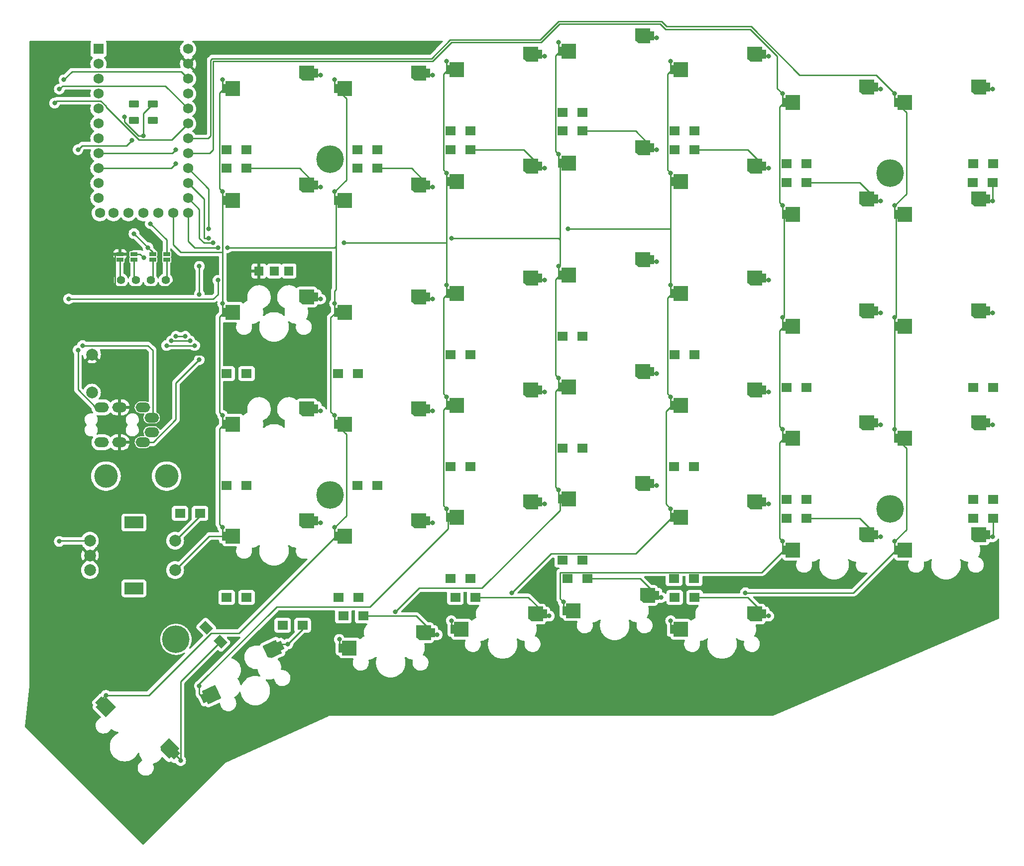
<source format=gbr>
%TF.GenerationSoftware,KiCad,Pcbnew,(6.0.1)*%
%TF.CreationDate,2022-02-14T18:22:42+08:00*%
%TF.ProjectId,Sofle_Extended,536f666c-655f-4457-9874-656e6465642e,rev?*%
%TF.SameCoordinates,Original*%
%TF.FileFunction,Copper,L2,Bot*%
%TF.FilePolarity,Positive*%
%FSLAX46Y46*%
G04 Gerber Fmt 4.6, Leading zero omitted, Abs format (unit mm)*
G04 Created by KiCad (PCBNEW (6.0.1)) date 2022-02-14 18:22:42*
%MOMM*%
%LPD*%
G01*
G04 APERTURE LIST*
G04 Aperture macros list*
%AMRoundRect*
0 Rectangle with rounded corners*
0 $1 Rounding radius*
0 $2 $3 $4 $5 $6 $7 $8 $9 X,Y pos of 4 corners*
0 Add a 4 corners polygon primitive as box body*
4,1,4,$2,$3,$4,$5,$6,$7,$8,$9,$2,$3,0*
0 Add four circle primitives for the rounded corners*
1,1,$1+$1,$2,$3*
1,1,$1+$1,$4,$5*
1,1,$1+$1,$6,$7*
1,1,$1+$1,$8,$9*
0 Add four rect primitives between the rounded corners*
20,1,$1+$1,$2,$3,$4,$5,0*
20,1,$1+$1,$4,$5,$6,$7,0*
20,1,$1+$1,$6,$7,$8,$9,0*
20,1,$1+$1,$8,$9,$2,$3,0*%
%AMRotRect*
0 Rectangle, with rotation*
0 The origin of the aperture is its center*
0 $1 length*
0 $2 width*
0 $3 Rotation angle, in degrees counterclockwise*
0 Add horizontal line*
21,1,$1,$2,0,0,$3*%
%AMFreePoly0*
4,1,17,2.735355,1.235355,2.750000,1.200000,2.750000,-1.200000,2.735355,-1.235355,2.700000,-1.250000,0.300001,-1.250000,0.264645,-1.235355,0.250000,-1.200000,0.250000,-0.750000,-0.349999,-0.750000,-0.349999,0.750000,0.250000,0.750000,0.250000,1.200000,0.264645,1.235355,0.300001,1.250000,2.700000,1.250000,2.735355,1.235355,2.735355,1.235355,$1*%
%AMFreePoly1*
4,1,24,-0.364645,1.235355,-0.350000,1.200001,-0.349999,0.750000,0.349999,0.750000,0.349999,-0.750000,-0.349999,-0.750000,-0.350000,-1.200001,-0.364645,-1.235355,-0.400000,-1.250000,-2.300000,-1.250000,-2.315318,-1.243655,-2.331235,-1.239043,-2.831234,-0.839043,-2.832649,-0.836476,-2.835355,-0.835355,-2.841697,-0.820044,-2.849694,-0.805522,-2.848878,-0.802708,-2.850000,-0.800000,-2.850000,1.200000,
-2.835355,1.235355,-2.800000,1.249999,-0.400000,1.250000,-0.364645,1.235355,-0.364645,1.235355,$1*%
G04 Aperture macros list end*
%TA.AperFunction,SMDPad,CuDef*%
%ADD10FreePoly0,315.000000*%
%TD*%
%TA.AperFunction,SMDPad,CuDef*%
%ADD11FreePoly1,315.000000*%
%TD*%
%TA.AperFunction,SMDPad,CuDef*%
%ADD12FreePoly0,0.000000*%
%TD*%
%TA.AperFunction,SMDPad,CuDef*%
%ADD13FreePoly1,0.000000*%
%TD*%
%TA.AperFunction,ComponentPad*%
%ADD14C,4.700000*%
%TD*%
%TA.AperFunction,ComponentPad*%
%ADD15R,1.800000X1.500000*%
%TD*%
%TA.AperFunction,ComponentPad*%
%ADD16O,2.500000X1.700000*%
%TD*%
%TA.AperFunction,ComponentPad*%
%ADD17R,1.524000X1.524000*%
%TD*%
%TA.AperFunction,ComponentPad*%
%ADD18C,4.000000*%
%TD*%
%TA.AperFunction,SMDPad,CuDef*%
%ADD19FreePoly0,25.000000*%
%TD*%
%TA.AperFunction,SMDPad,CuDef*%
%ADD20FreePoly1,25.000000*%
%TD*%
%TA.AperFunction,ComponentPad*%
%ADD21C,2.000000*%
%TD*%
%TA.AperFunction,ComponentPad*%
%ADD22RotRect,1.800000X1.500000X315.000000*%
%TD*%
%TA.AperFunction,ComponentPad*%
%ADD23R,3.200000X2.000000*%
%TD*%
%TA.AperFunction,ComponentPad*%
%ADD24R,1.752600X1.752600*%
%TD*%
%TA.AperFunction,ComponentPad*%
%ADD25C,1.752600*%
%TD*%
%TA.AperFunction,ComponentPad*%
%ADD26C,1.397000*%
%TD*%
%TA.AperFunction,ComponentPad*%
%ADD27RoundRect,0.250000X-0.625000X0.375000X-0.625000X-0.375000X0.625000X-0.375000X0.625000X0.375000X0*%
%TD*%
%TA.AperFunction,SMDPad,CuDef*%
%ADD28R,1.143000X0.635000*%
%TD*%
%TA.AperFunction,ComponentPad*%
%ADD29RoundRect,0.250000X0.625000X-0.375000X0.625000X0.375000X-0.625000X0.375000X-0.625000X-0.375000X0*%
%TD*%
%TA.AperFunction,ViaPad*%
%ADD30C,0.800000*%
%TD*%
%TA.AperFunction,Conductor*%
%ADD31C,0.250000*%
%TD*%
G04 APERTURE END LIST*
D10*
%TO.P,SW41,1,1*%
%TO.N,col5*%
X73544859Y-149384325D03*
D11*
%TO.P,SW41,2,2*%
%TO.N,Net-(D41-Pad2)*%
X86484913Y-158647424D03*
%TD*%
D12*
%TO.P,SW3,1,1*%
%TO.N,col2*%
X170887500Y-41950000D03*
D13*
%TO.P,SW3,2,2*%
%TO.N,Net-(D3-Pad2)*%
X186587500Y-39350000D03*
%TD*%
D14*
%TO.P,TH7,*%
%TO.N,*%
X207962500Y-59531250D03*
%TD*%
D15*
%TO.P,D9,1,K*%
%TO.N,row1*%
X190387500Y-61118750D03*
%TO.P,D9,2,A*%
%TO.N,Net-(D9-Pad2)*%
X193787500Y-61118750D03*
%TD*%
D12*
%TO.P,SW37,1,1*%
%TO.N,col1*%
X152631250Y-134025000D03*
D13*
%TO.P,SW37,2,2*%
%TO.N,Net-(D37-Pad2)*%
X168331250Y-131425000D03*
%TD*%
D12*
%TO.P,SW31,1,1*%
%TO.N,col2*%
X170887500Y-118150000D03*
D13*
%TO.P,SW31,2,2*%
%TO.N,Net-(D31-Pad2)*%
X186587500Y-115550000D03*
%TD*%
D15*
%TO.P,D12,1,K*%
%TO.N,row1*%
X133237500Y-55562500D03*
%TO.P,D12,2,A*%
%TO.N,Net-(D12-Pad2)*%
X136637500Y-55562500D03*
%TD*%
%TO.P,D27,1,K*%
%TO.N,row3*%
X117362500Y-112712500D03*
%TO.P,D27,2,A*%
%TO.N,Net-(D27-Pad2)*%
X120762500Y-112712500D03*
%TD*%
D16*
%TO.P,J3,1*%
%TO.N,VCC*%
X80893750Y-105368750D03*
X80893750Y-99418750D03*
%TO.P,J3,2*%
%TO.N,GND*%
X76893750Y-99418750D03*
X76893750Y-105368750D03*
%TO.P,J3,3*%
%TO.N,/i2c_d*%
X73893750Y-99418750D03*
X73893750Y-105368750D03*
%TO.P,J3,4*%
%TO.N,/i2c_c*%
X82393750Y-101168750D03*
X82393750Y-103618750D03*
%TD*%
D15*
%TO.P,D6,1,K*%
%TO.N,row0*%
X117362500Y-55562500D03*
%TO.P,D6,2,A*%
%TO.N,Net-(D6-Pad2)*%
X120762500Y-55562500D03*
%TD*%
%TO.P,D10,1,K*%
%TO.N,row1*%
X171337500Y-55562500D03*
%TO.P,D10,2,A*%
%TO.N,Net-(D10-Pad2)*%
X174737500Y-55562500D03*
%TD*%
%TO.P,D4,1,K*%
%TO.N,row0*%
X152287500Y-49212500D03*
%TO.P,D4,2,A*%
%TO.N,Net-(D4-Pad2)*%
X155687500Y-49212500D03*
%TD*%
%TO.P,D16,1,K*%
%TO.N,row2*%
X190387500Y-96043750D03*
%TO.P,D16,2,A*%
%TO.N,Net-(D16-Pad2)*%
X193787500Y-96043750D03*
%TD*%
D12*
%TO.P,SW13,1,1*%
%TO.N,col5*%
X113737500Y-64175000D03*
D13*
%TO.P,SW13,2,2*%
%TO.N,Net-(D13-Pad2)*%
X129437500Y-61575000D03*
%TD*%
D12*
%TO.P,SW1,1,1*%
%TO.N,col0*%
X208987500Y-47506250D03*
D13*
%TO.P,SW1,2,2*%
%TO.N,Net-(D1-Pad2)*%
X224687500Y-44906250D03*
%TD*%
D17*
%TO.P,J1,1,Pin_1*%
%TO.N,VCC*%
X105737500Y-76200000D03*
%TO.P,J1,2,Pin_2*%
%TO.N,LED*%
X103237500Y-76200000D03*
%TO.P,J1,3,Pin_3*%
%TO.N,GND*%
X100637500Y-76200000D03*
%TD*%
D12*
%TO.P,SW21,1,1*%
%TO.N,SW25A*%
X94687500Y-83225000D03*
D13*
%TO.P,SW21,2,2*%
%TO.N,Net-(D21-Pad2)*%
X110387500Y-80625000D03*
%TD*%
D15*
%TO.P,D20,1,K*%
%TO.N,row2*%
X114075000Y-93662500D03*
%TO.P,D20,2,A*%
%TO.N,Net-(D20-Pad2)*%
X117475000Y-93662500D03*
%TD*%
%TO.P,D14,1,K*%
%TO.N,row1*%
X95137500Y-58737500D03*
%TO.P,D14,2,A*%
%TO.N,Net-(D14-Pad2)*%
X98537500Y-58737500D03*
%TD*%
D18*
%TO.P,TH2,*%
%TO.N,*%
X84931250Y-111125000D03*
%TD*%
D15*
%TO.P,D3,1,K*%
%TO.N,row0*%
X171337500Y-52387500D03*
%TO.P,D3,2,A*%
%TO.N,Net-(D3-Pad2)*%
X174737500Y-52387500D03*
%TD*%
%TO.P,D32,1,K*%
%TO.N,row4*%
X152287500Y-125412500D03*
%TO.P,D32,2,A*%
%TO.N,Net-(D32-Pad2)*%
X155687500Y-125412500D03*
%TD*%
%TO.P,D8,1,K*%
%TO.N,row1*%
X222025000Y-61118750D03*
%TO.P,D8,2,A*%
%TO.N,Net-(D8-Pad2)*%
X225425000Y-61118750D03*
%TD*%
%TO.P,D17,1,K*%
%TO.N,row2*%
X171337500Y-90487500D03*
%TO.P,D17,2,A*%
%TO.N,Net-(D17-Pad2)*%
X174737500Y-90487500D03*
%TD*%
%TO.P,D23,1,K*%
%TO.N,row3*%
X190387500Y-115093750D03*
%TO.P,D23,2,A*%
%TO.N,Net-(D23-Pad2)*%
X193787500Y-115093750D03*
%TD*%
D12*
%TO.P,SW4,1,1*%
%TO.N,col3*%
X151837500Y-38775000D03*
D13*
%TO.P,SW4,2,2*%
%TO.N,Net-(D4-Pad2)*%
X167537500Y-36175000D03*
%TD*%
D15*
%TO.P,D39,1,K*%
%TO.N,row5*%
X114981250Y-134937500D03*
%TO.P,D39,2,A*%
%TO.N,Net-(D39-Pad2)*%
X118381250Y-134937500D03*
%TD*%
%TO.P,D29,1,K*%
%TO.N,row4*%
X222137500Y-118268750D03*
%TO.P,D29,2,A*%
%TO.N,Net-(D29-Pad2)*%
X225537500Y-118268750D03*
%TD*%
D12*
%TO.P,SW33,1,1*%
%TO.N,col4*%
X132787500Y-118150000D03*
D13*
%TO.P,SW33,2,2*%
%TO.N,Net-(D33-Pad2)*%
X148487500Y-115550000D03*
%TD*%
D12*
%TO.P,SW14,1,1*%
%TO.N,SW25A*%
X94687500Y-64175000D03*
D13*
%TO.P,SW14,2,2*%
%TO.N,Net-(D14-Pad2)*%
X110387500Y-61575000D03*
%TD*%
D15*
%TO.P,D37,1,K*%
%TO.N,row5*%
X153081250Y-128587500D03*
%TO.P,D37,2,A*%
%TO.N,Net-(D37-Pad2)*%
X156481250Y-128587500D03*
%TD*%
%TO.P,D35,1,K*%
%TO.N,row4*%
X95137500Y-131762500D03*
%TO.P,D35,2,A*%
%TO.N,Net-(D35-Pad2)*%
X98537500Y-131762500D03*
%TD*%
D12*
%TO.P,SW17,1,1*%
%TO.N,col2*%
X170887500Y-80050000D03*
D13*
%TO.P,SW17,2,2*%
%TO.N,Net-(D17-Pad2)*%
X186587500Y-77450000D03*
%TD*%
D19*
%TO.P,SW40,1,1*%
%TO.N,col4*%
X91252338Y-148963986D03*
D20*
%TO.P,SW40,2,2*%
%TO.N,Net-(D40-Pad2)*%
X104382563Y-139972479D03*
%TD*%
D15*
%TO.P,D15,1,K*%
%TO.N,row2*%
X222137500Y-96043750D03*
%TO.P,D15,2,A*%
%TO.N,Net-(D15-Pad2)*%
X225537500Y-96043750D03*
%TD*%
D14*
%TO.P,TH3,*%
%TO.N,*%
X112712500Y-114300000D03*
%TD*%
D12*
%TO.P,SW20,1,1*%
%TO.N,col5*%
X113737500Y-83225000D03*
D13*
%TO.P,SW20,2,2*%
%TO.N,Net-(D20-Pad2)*%
X129437500Y-80625000D03*
%TD*%
D12*
%TO.P,SW32,1,1*%
%TO.N,col3*%
X151837500Y-114975000D03*
D13*
%TO.P,SW32,2,2*%
%TO.N,Net-(D32-Pad2)*%
X167537500Y-112375000D03*
%TD*%
D12*
%TO.P,SW11,1,1*%
%TO.N,col3*%
X151837500Y-57825000D03*
D13*
%TO.P,SW11,2,2*%
%TO.N,Net-(D11-Pad2)*%
X167537500Y-55225000D03*
%TD*%
D12*
%TO.P,SW22,1,1*%
%TO.N,col0*%
X208987500Y-104656250D03*
D13*
%TO.P,SW22,2,2*%
%TO.N,Net-(D22-Pad2)*%
X224687500Y-102056250D03*
%TD*%
D15*
%TO.P,D42,1,K*%
%TO.N,row5*%
X87200000Y-117475000D03*
%TO.P,D42,2,A*%
%TO.N,SW25B*%
X90600000Y-117475000D03*
%TD*%
D21*
%TO.P,RSW1,1,1*%
%TO.N,GND*%
X72231250Y-90412500D03*
%TO.P,RSW1,2,2*%
%TO.N,RESET*%
X72231250Y-96912500D03*
%TD*%
D15*
%TO.P,D25,1,K*%
%TO.N,row3*%
X152287500Y-106362500D03*
%TO.P,D25,2,A*%
%TO.N,Net-(D25-Pad2)*%
X155687500Y-106362500D03*
%TD*%
D12*
%TO.P,SW9,1,1*%
%TO.N,col1*%
X189937500Y-66556250D03*
D13*
%TO.P,SW9,2,2*%
%TO.N,Net-(D9-Pad2)*%
X205637500Y-63956250D03*
%TD*%
D15*
%TO.P,D40,1,K*%
%TO.N,row5*%
X104662500Y-136525000D03*
%TO.P,D40,2,A*%
%TO.N,Net-(D40-Pad2)*%
X108062500Y-136525000D03*
%TD*%
D22*
%TO.P,D41,1,K*%
%TO.N,row5*%
X91666668Y-136910418D03*
%TO.P,D41,2,A*%
%TO.N,Net-(D41-Pad2)*%
X94070832Y-139314582D03*
%TD*%
D15*
%TO.P,D7,1,K*%
%TO.N,row0*%
X95137500Y-55562500D03*
%TO.P,D7,2,A*%
%TO.N,Net-(D7-Pad2)*%
X98537500Y-55562500D03*
%TD*%
%TO.P,D38,1,K*%
%TO.N,row5*%
X134031250Y-131762500D03*
%TO.P,D38,2,A*%
%TO.N,Net-(D38-Pad2)*%
X137431250Y-131762500D03*
%TD*%
%TO.P,D13,1,K*%
%TO.N,row1*%
X117362500Y-58737500D03*
%TO.P,D13,2,A*%
%TO.N,Net-(D13-Pad2)*%
X120762500Y-58737500D03*
%TD*%
D12*
%TO.P,SW15,1,1*%
%TO.N,col0*%
X208987500Y-85606250D03*
D13*
%TO.P,SW15,2,2*%
%TO.N,Net-(D15-Pad2)*%
X224687500Y-83006250D03*
%TD*%
D15*
%TO.P,D11,1,K*%
%TO.N,row1*%
X152287500Y-52387500D03*
%TO.P,D11,2,A*%
%TO.N,Net-(D11-Pad2)*%
X155687500Y-52387500D03*
%TD*%
%TO.P,D31,1,K*%
%TO.N,row4*%
X171225000Y-128587500D03*
%TO.P,D31,2,A*%
%TO.N,Net-(D31-Pad2)*%
X174625000Y-128587500D03*
%TD*%
D12*
%TO.P,SW19,1,1*%
%TO.N,col4*%
X132787500Y-80050000D03*
D13*
%TO.P,SW19,2,2*%
%TO.N,Net-(D19-Pad2)*%
X148487500Y-77450000D03*
%TD*%
D12*
%TO.P,SW16,1,1*%
%TO.N,col1*%
X189937500Y-85606250D03*
D13*
%TO.P,SW16,2,2*%
%TO.N,Net-(D16-Pad2)*%
X205637500Y-83006250D03*
%TD*%
D12*
%TO.P,SW23,1,1*%
%TO.N,col1*%
X189937500Y-104656250D03*
D13*
%TO.P,SW23,2,2*%
%TO.N,Net-(D23-Pad2)*%
X205637500Y-102056250D03*
%TD*%
D15*
%TO.P,D36,1,K*%
%TO.N,row5*%
X171337500Y-131762500D03*
%TO.P,D36,2,A*%
%TO.N,Net-(D36-Pad2)*%
X174737500Y-131762500D03*
%TD*%
D12*
%TO.P,SW39,1,1*%
%TO.N,col3*%
X114531250Y-140375000D03*
D13*
%TO.P,SW39,2,2*%
%TO.N,Net-(D39-Pad2)*%
X130231250Y-137775000D03*
%TD*%
D12*
%TO.P,SW36,1,1*%
%TO.N,col0*%
X170887500Y-137200000D03*
D13*
%TO.P,SW36,2,2*%
%TO.N,Net-(D36-Pad2)*%
X186587500Y-134600000D03*
%TD*%
D12*
%TO.P,SW18,1,1*%
%TO.N,col3*%
X151837500Y-76875000D03*
D13*
%TO.P,SW18,2,2*%
%TO.N,Net-(D18-Pad2)*%
X167537500Y-74275000D03*
%TD*%
D15*
%TO.P,D19,1,K*%
%TO.N,row2*%
X133237500Y-90487500D03*
%TO.P,D19,2,A*%
%TO.N,Net-(D19-Pad2)*%
X136637500Y-90487500D03*
%TD*%
D12*
%TO.P,SW24,1,1*%
%TO.N,col2*%
X170887500Y-99100000D03*
D13*
%TO.P,SW24,2,2*%
%TO.N,Net-(D24-Pad2)*%
X186587500Y-96500000D03*
%TD*%
D12*
%TO.P,SW28,1,1*%
%TO.N,SW25A*%
X94687500Y-102275000D03*
D13*
%TO.P,SW28,2,2*%
%TO.N,Net-(D28-Pad2)*%
X110387500Y-99675000D03*
%TD*%
D12*
%TO.P,SW5,1,1*%
%TO.N,col4*%
X132787500Y-41950000D03*
D13*
%TO.P,SW5,2,2*%
%TO.N,Net-(D5-Pad2)*%
X148487500Y-39350000D03*
%TD*%
D14*
%TO.P,TH5,*%
%TO.N,*%
X207962500Y-116681250D03*
%TD*%
D12*
%TO.P,SW35,1,1*%
%TO.N,SW25A*%
X94687500Y-121325000D03*
D13*
%TO.P,SW35,2,2*%
%TO.N,Net-(D35-Pad2)*%
X110387500Y-118725000D03*
%TD*%
D21*
%TO.P,SW42,A,A*%
%TO.N,ENCA*%
X71875000Y-122118750D03*
%TO.P,SW42,B,B*%
%TO.N,ENCB*%
X71875000Y-127118750D03*
%TO.P,SW42,C,C*%
%TO.N,GND*%
X71875000Y-124618750D03*
D23*
%TO.P,SW42,MP*%
%TO.N,N/C*%
X79375000Y-130218750D03*
X79375000Y-119018750D03*
D21*
%TO.P,SW42,S1,S1*%
%TO.N,SW25A*%
X86375000Y-127118750D03*
%TO.P,SW42,S2,S2*%
%TO.N,SW25B*%
X86375000Y-122118750D03*
%TD*%
D15*
%TO.P,D30,1,K*%
%TO.N,row4*%
X190387500Y-118268750D03*
%TO.P,D30,2,A*%
%TO.N,Net-(D30-Pad2)*%
X193787500Y-118268750D03*
%TD*%
%TO.P,D5,1,K*%
%TO.N,row0*%
X133237500Y-52387500D03*
%TO.P,D5,2,A*%
%TO.N,Net-(D5-Pad2)*%
X136637500Y-52387500D03*
%TD*%
%TO.P,D21,1,K*%
%TO.N,row2*%
X95137500Y-93662500D03*
%TO.P,D21,2,A*%
%TO.N,Net-(D21-Pad2)*%
X98537500Y-93662500D03*
%TD*%
D12*
%TO.P,SW30,1,1*%
%TO.N,col1*%
X189937500Y-123706250D03*
D13*
%TO.P,SW30,2,2*%
%TO.N,Net-(D30-Pad2)*%
X205637500Y-121106250D03*
%TD*%
D15*
%TO.P,D22,1,K*%
%TO.N,row3*%
X222137500Y-115093750D03*
%TO.P,D22,2,A*%
%TO.N,Net-(D22-Pad2)*%
X225537500Y-115093750D03*
%TD*%
D14*
%TO.P,TH4,*%
%TO.N,*%
X112712500Y-57150000D03*
%TD*%
D15*
%TO.P,D1,1,K*%
%TO.N,row0*%
X222137500Y-57943750D03*
%TO.P,D1,2,A*%
%TO.N,Net-(D1-Pad2)*%
X225537500Y-57943750D03*
%TD*%
%TO.P,D33,1,K*%
%TO.N,row4*%
X133237500Y-128587500D03*
%TO.P,D33,2,A*%
%TO.N,Net-(D33-Pad2)*%
X136637500Y-128587500D03*
%TD*%
D12*
%TO.P,SW29,1,1*%
%TO.N,col0*%
X208987500Y-123706250D03*
D13*
%TO.P,SW29,2,2*%
%TO.N,Net-(D29-Pad2)*%
X224687500Y-121106250D03*
%TD*%
D24*
%TO.P,U1,1,TX0/PD3*%
%TO.N,LED*%
X73342500Y-38417500D03*
D25*
%TO.P,U1,2,RX1/PD2*%
%TO.N,DATA*%
X73342500Y-40957500D03*
%TO.P,U1,3,GND*%
%TO.N,GND*%
X73342500Y-43497500D03*
%TO.P,U1,4,GND*%
X73342500Y-46037500D03*
%TO.P,U1,5,2/PD1*%
%TO.N,SDA*%
X73342500Y-48577500D03*
%TO.P,U1,6,3/PD0*%
%TO.N,SCL*%
X73342500Y-51117500D03*
%TO.P,U1,7,4/PD4*%
%TO.N,unconnected-(U1-Pad7)*%
X73342500Y-53657500D03*
%TO.P,U1,8,5/PC6*%
%TO.N,row0*%
X73342500Y-56197500D03*
%TO.P,U1,9,6/PD7*%
%TO.N,row1*%
X73342500Y-58737500D03*
%TO.P,U1,10,7/PE6*%
%TO.N,row2*%
X73342500Y-61277500D03*
%TO.P,U1,11,8/PB4*%
%TO.N,row3*%
X73342500Y-63817500D03*
%TO.P,U1,12,9/PB5*%
%TO.N,row4*%
X73571100Y-66357500D03*
%TO.P,U1,13,10/PB6*%
%TO.N,col5*%
X88582500Y-66357500D03*
%TO.P,U1,14,16/PB2*%
%TO.N,col4*%
X88582500Y-63817500D03*
%TO.P,U1,15,14/PB3*%
%TO.N,col3*%
X88582500Y-61277500D03*
%TO.P,U1,16,15/PB1*%
%TO.N,col2*%
X88582500Y-58737500D03*
%TO.P,U1,17,A0/PF7*%
%TO.N,col1*%
X88582500Y-56197500D03*
%TO.P,U1,18,A1/PF6*%
%TO.N,col0*%
X88582500Y-53657500D03*
%TO.P,U1,19,A2/PF5*%
%TO.N,ENCB*%
X88582500Y-51117500D03*
%TO.P,U1,20,A3/PF4*%
%TO.N,ENCA*%
X88582500Y-48577500D03*
%TO.P,U1,21,VCC*%
%TO.N,VCC*%
X88582500Y-46037500D03*
%TO.P,U1,22,RST*%
%TO.N,RESET*%
X88582500Y-43497500D03*
%TO.P,U1,23,GND*%
%TO.N,GND*%
X88582500Y-40957500D03*
%TO.P,U1,24,B0*%
%TO.N,unconnected-(U1-Pad24)*%
X88582500Y-38417500D03*
%TO.P,U1,25,B7*%
%TO.N,row5*%
X75882500Y-66357500D03*
%TO.P,U1,26,D5*%
%TO.N,unconnected-(U1-Pad26)*%
X78422500Y-66357500D03*
%TO.P,U1,27,C7*%
%TO.N,unconnected-(U1-Pad27)*%
X80962500Y-66357500D03*
%TO.P,U1,28,F1*%
%TO.N,unconnected-(U1-Pad28)*%
X83502500Y-66357500D03*
%TO.P,U1,29,F0*%
%TO.N,SW25A*%
X86042500Y-66357500D03*
%TD*%
D12*
%TO.P,SW10,1,1*%
%TO.N,col2*%
X170887500Y-61000000D03*
D13*
%TO.P,SW10,2,2*%
%TO.N,Net-(D10-Pad2)*%
X186587500Y-58400000D03*
%TD*%
D12*
%TO.P,SW12,1,1*%
%TO.N,col4*%
X132787500Y-61000000D03*
D13*
%TO.P,SW12,2,2*%
%TO.N,Net-(D12-Pad2)*%
X148487500Y-58400000D03*
%TD*%
D12*
%TO.P,SW2,1,1*%
%TO.N,col1*%
X189937500Y-47506250D03*
D13*
%TO.P,SW2,2,2*%
%TO.N,Net-(D2-Pad2)*%
X205637500Y-44906250D03*
%TD*%
D14*
%TO.P,TH6,*%
%TO.N,*%
X86518750Y-138906250D03*
%TD*%
D12*
%TO.P,SW8,1,1*%
%TO.N,col0*%
X208987500Y-66556250D03*
D13*
%TO.P,SW8,2,2*%
%TO.N,Net-(D8-Pad2)*%
X224687500Y-63956250D03*
%TD*%
D15*
%TO.P,D2,1,K*%
%TO.N,row0*%
X190387500Y-57943750D03*
%TO.P,D2,2,A*%
%TO.N,Net-(D2-Pad2)*%
X193787500Y-57943750D03*
%TD*%
D12*
%TO.P,SW38,1,1*%
%TO.N,col2*%
X133581250Y-137200000D03*
D13*
%TO.P,SW38,2,2*%
%TO.N,Net-(D38-Pad2)*%
X149281250Y-134600000D03*
%TD*%
D15*
%TO.P,D26,1,K*%
%TO.N,row3*%
X133237500Y-109537500D03*
%TO.P,D26,2,A*%
%TO.N,Net-(D26-Pad2)*%
X136637500Y-109537500D03*
%TD*%
D18*
%TO.P,TH1,*%
%TO.N,*%
X74612500Y-111125000D03*
%TD*%
D15*
%TO.P,D24,1,K*%
%TO.N,row3*%
X171225000Y-109537500D03*
%TO.P,D24,2,A*%
%TO.N,Net-(D24-Pad2)*%
X174625000Y-109537500D03*
%TD*%
%TO.P,D28,1,K*%
%TO.N,row3*%
X95137500Y-112712500D03*
%TO.P,D28,2,A*%
%TO.N,Net-(D28-Pad2)*%
X98537500Y-112712500D03*
%TD*%
%TO.P,D34,1,K*%
%TO.N,row4*%
X114187500Y-131762500D03*
%TO.P,D34,2,A*%
%TO.N,Net-(D34-Pad2)*%
X117587500Y-131762500D03*
%TD*%
D12*
%TO.P,SW6,1,1*%
%TO.N,col5*%
X113737500Y-45125000D03*
D13*
%TO.P,SW6,2,2*%
%TO.N,Net-(D6-Pad2)*%
X129437500Y-42525000D03*
%TD*%
D12*
%TO.P,SW34,1,1*%
%TO.N,col5*%
X113737500Y-121325000D03*
D13*
%TO.P,SW34,2,2*%
%TO.N,Net-(D34-Pad2)*%
X129437500Y-118725000D03*
%TD*%
D26*
%TO.P,J2,1,P1*%
%TO.N,Net-(J2-Pad1)*%
X77152500Y-77787500D03*
%TO.P,J2,2,P2*%
%TO.N,Net-(J2-Pad2)*%
X79692500Y-77787500D03*
%TO.P,J2,3,P3*%
%TO.N,Net-(J2-Pad3)*%
X82232500Y-77787500D03*
%TO.P,J2,4,P4*%
%TO.N,Net-(J2-Pad4)*%
X84772500Y-77787500D03*
%TD*%
D12*
%TO.P,SW7,1,1*%
%TO.N,SW25A*%
X94687500Y-45125000D03*
D13*
%TO.P,SW7,2,2*%
%TO.N,Net-(D7-Pad2)*%
X110387500Y-42525000D03*
%TD*%
D15*
%TO.P,D18,1,K*%
%TO.N,row2*%
X152287500Y-87312500D03*
%TO.P,D18,2,A*%
%TO.N,Net-(D18-Pad2)*%
X155687500Y-87312500D03*
%TD*%
D12*
%TO.P,SW25,1,1*%
%TO.N,col3*%
X151837500Y-95925000D03*
D13*
%TO.P,SW25,2,2*%
%TO.N,Net-(D25-Pad2)*%
X167537500Y-93325000D03*
%TD*%
D12*
%TO.P,SW26,1,1*%
%TO.N,col4*%
X132787500Y-99100000D03*
D13*
%TO.P,SW26,2,2*%
%TO.N,Net-(D26-Pad2)*%
X148487500Y-96500000D03*
%TD*%
D12*
%TO.P,SW27,1,1*%
%TO.N,col5*%
X113737500Y-102275000D03*
D13*
%TO.P,SW27,2,2*%
%TO.N,Net-(D27-Pad2)*%
X129437500Y-99675000D03*
%TD*%
D27*
%TO.P,R2,1*%
%TO.N,VCC*%
X79375000Y-47812500D03*
%TO.P,R2,2*%
%TO.N,SCL*%
X79375000Y-50612500D03*
%TD*%
D28*
%TO.P,JP7,1,1*%
%TO.N,Net-(J2-Pad2)*%
X79375000Y-74319130D03*
%TO.P,JP7,2,2*%
%TO.N,VCC*%
X79375000Y-73318370D03*
%TD*%
%TO.P,JP8,1,1*%
%TO.N,Net-(J2-Pad1)*%
X76993750Y-74319130D03*
%TO.P,JP8,2,2*%
%TO.N,GND*%
X76993750Y-73318370D03*
%TD*%
D29*
%TO.P,R1,1*%
%TO.N,VCC*%
X82550000Y-50612500D03*
%TO.P,R1,2*%
%TO.N,SDA*%
X82550000Y-47812500D03*
%TD*%
D28*
%TO.P,JP5,1,1*%
%TO.N,Net-(J2-Pad4)*%
X84931250Y-74319130D03*
%TO.P,JP5,2,2*%
%TO.N,SDA*%
X84931250Y-73318370D03*
%TD*%
%TO.P,JP6,1,1*%
%TO.N,Net-(J2-Pad3)*%
X82550000Y-74319130D03*
%TO.P,JP6,2,2*%
%TO.N,SCL*%
X82550000Y-73318370D03*
%TD*%
D30*
%TO.N,row0*%
X86518750Y-55562500D03*
%TO.N,Net-(D1-Pad2)*%
X225425000Y-45243750D03*
%TO.N,Net-(D2-Pad2)*%
X206375000Y-45243750D03*
%TO.N,Net-(D3-Pad2)*%
X187325000Y-39687500D03*
%TO.N,Net-(D4-Pad2)*%
X168275000Y-36512500D03*
%TO.N,Net-(D5-Pad2)*%
X149225000Y-39687500D03*
%TO.N,Net-(D6-Pad2)*%
X130175000Y-42862500D03*
%TO.N,Net-(D7-Pad2)*%
X111125000Y-42862500D03*
%TO.N,row1*%
X86518750Y-57943750D03*
%TO.N,Net-(D8-Pad2)*%
X225425000Y-64293750D03*
%TO.N,Net-(D9-Pad2)*%
X206375000Y-64293750D03*
%TO.N,Net-(D10-Pad2)*%
X187325000Y-58737500D03*
%TO.N,Net-(D11-Pad2)*%
X168275000Y-55562500D03*
%TO.N,Net-(D12-Pad2)*%
X149225000Y-58737500D03*
%TO.N,Net-(D13-Pad2)*%
X130175000Y-61912500D03*
%TO.N,Net-(D14-Pad2)*%
X111125000Y-61912500D03*
%TO.N,row2*%
X84931250Y-88900000D03*
X89693750Y-88900000D03*
%TO.N,Net-(D15-Pad2)*%
X225425000Y-83343750D03*
%TO.N,Net-(D16-Pad2)*%
X206375000Y-83343750D03*
%TO.N,Net-(D17-Pad2)*%
X187325000Y-77787500D03*
%TO.N,Net-(D18-Pad2)*%
X168275000Y-74612500D03*
%TO.N,Net-(D19-Pad2)*%
X149225000Y-77787500D03*
%TO.N,Net-(D20-Pad2)*%
X130175000Y-80962500D03*
%TO.N,Net-(D21-Pad2)*%
X111125000Y-80962500D03*
%TO.N,row3*%
X88900000Y-88106250D03*
X85725000Y-88106250D03*
%TO.N,Net-(D22-Pad2)*%
X225425000Y-102393750D03*
%TO.N,Net-(D23-Pad2)*%
X206375000Y-102393750D03*
%TO.N,Net-(D24-Pad2)*%
X187325000Y-96837500D03*
%TO.N,Net-(D25-Pad2)*%
X168275000Y-93662500D03*
%TO.N,Net-(D26-Pad2)*%
X149225000Y-96837500D03*
%TO.N,Net-(D27-Pad2)*%
X130175000Y-100012500D03*
%TO.N,Net-(D28-Pad2)*%
X111125000Y-100012500D03*
%TO.N,row4*%
X86518750Y-87312500D03*
X88106250Y-87312500D03*
%TO.N,Net-(D29-Pad2)*%
X225425000Y-121443750D03*
%TO.N,Net-(D30-Pad2)*%
X206375000Y-121443750D03*
%TO.N,Net-(D31-Pad2)*%
X187325000Y-115887500D03*
%TO.N,Net-(D32-Pad2)*%
X168275000Y-112712500D03*
%TO.N,Net-(D33-Pad2)*%
X149225000Y-115887500D03*
%TO.N,Net-(D34-Pad2)*%
X130175000Y-119062500D03*
%TO.N,Net-(D35-Pad2)*%
X111125000Y-119062500D03*
%TO.N,Net-(D36-Pad2)*%
X187325000Y-134937500D03*
%TO.N,Net-(D37-Pad2)*%
X169068750Y-131762500D03*
%TO.N,Net-(D38-Pad2)*%
X150018750Y-134937500D03*
%TO.N,Net-(D39-Pad2)*%
X130968750Y-138112500D03*
%TO.N,Net-(D40-Pad2)*%
X105568750Y-139700000D03*
%TO.N,Net-(D41-Pad2)*%
X87312500Y-159543750D03*
%TO.N,GND*%
X87312500Y-76200000D03*
X91281250Y-90487500D03*
X84137500Y-90487500D03*
%TO.N,LED*%
X68262500Y-80962500D03*
X93662500Y-77787500D03*
%TO.N,VCC*%
X90487500Y-91281250D03*
X90487500Y-80168750D03*
X81035565Y-73943371D03*
X90487500Y-75406250D03*
%TO.N,/i2c_c*%
X70643750Y-88900000D03*
%TO.N,/i2c_d*%
X78988250Y-53975000D03*
X69850000Y-55562500D03*
X69850000Y-89688000D03*
%TO.N,SCL*%
X81756250Y-72231250D03*
X79375000Y-69850000D03*
%TO.N,SDA*%
X82163311Y-68148809D03*
X80962500Y-53181250D03*
X77787500Y-50006250D03*
%TO.N,RESET*%
X67468750Y-43656250D03*
%TO.N,col0*%
X208756250Y-103187500D03*
X208756250Y-46037500D03*
X208756250Y-65087500D03*
X208756250Y-84137500D03*
X208756250Y-122237500D03*
X170656250Y-135731250D03*
X183356250Y-130968750D03*
%TO.N,col1*%
X152400000Y-132556250D03*
X189706250Y-84137500D03*
X189706250Y-65087500D03*
X189706250Y-103187500D03*
X189706250Y-122237500D03*
X189706250Y-46037500D03*
%TO.N,col2*%
X143668750Y-130968750D03*
X170656250Y-78581250D03*
X92075000Y-69056250D03*
X170656250Y-40481250D03*
X133350000Y-135731250D03*
X153193750Y-69056250D03*
X170656250Y-116681250D03*
X170656250Y-59531250D03*
X170656250Y-97631250D03*
%TO.N,col3*%
X114300000Y-138906250D03*
X151606250Y-94456250D03*
X123825000Y-134213000D03*
X92075000Y-70643750D03*
X133350000Y-70643750D03*
X151606250Y-75406250D03*
X151606250Y-113506250D03*
X151606250Y-37306250D03*
X151606250Y-56356250D03*
%TO.N,col4*%
X90487500Y-146843750D03*
X92868750Y-71437500D03*
X132556250Y-59531250D03*
X132556250Y-116681250D03*
X115093750Y-71437500D03*
X132556250Y-97631250D03*
X132556250Y-40481250D03*
X132556250Y-78581250D03*
%TO.N,col5*%
X93662500Y-72231250D03*
X113506250Y-100806250D03*
X113506250Y-43656250D03*
X95250000Y-72231250D03*
X113506250Y-81756250D03*
X74612500Y-148431250D03*
X113506250Y-119856250D03*
X113506250Y-62706250D03*
%TO.N,SW25A*%
X94456250Y-43656250D03*
X94456250Y-119856250D03*
X94456250Y-81756250D03*
X94456250Y-100806250D03*
X94456250Y-62706250D03*
%TO.N,ENCA*%
X66675000Y-45243750D03*
X66675000Y-122237500D03*
%TO.N,ENCB*%
X65881250Y-47625000D03*
%TD*%
D31*
%TO.N,row0*%
X86518750Y-55562500D02*
X85883750Y-56197500D01*
X85883750Y-56197500D02*
X73342500Y-56197500D01*
%TO.N,Net-(D1-Pad2)*%
X225425000Y-45243750D02*
X225025000Y-45243750D01*
X225025000Y-45243750D02*
X224687500Y-44906250D01*
%TO.N,Net-(D2-Pad2)*%
X206375000Y-45243750D02*
X205975000Y-45243750D01*
X205975000Y-45243750D02*
X205637500Y-44906250D01*
%TO.N,Net-(D3-Pad2)*%
X186925000Y-39687500D02*
X186587500Y-39350000D01*
X187325000Y-39687500D02*
X186925000Y-39687500D01*
%TO.N,Net-(D4-Pad2)*%
X167875000Y-36512500D02*
X167537500Y-36175000D01*
X168275000Y-36512500D02*
X167875000Y-36512500D01*
%TO.N,Net-(D5-Pad2)*%
X148825000Y-39687500D02*
X148487500Y-39350000D01*
X149225000Y-39687500D02*
X148825000Y-39687500D01*
%TO.N,Net-(D6-Pad2)*%
X129775000Y-42862500D02*
X129437500Y-42525000D01*
X130175000Y-42862500D02*
X129775000Y-42862500D01*
%TO.N,Net-(D7-Pad2)*%
X111125000Y-42862500D02*
X110725000Y-42862500D01*
X110725000Y-42862500D02*
X110387500Y-42525000D01*
%TO.N,row1*%
X86518750Y-57943750D02*
X85725000Y-58737500D01*
X85725000Y-58737500D02*
X73342500Y-58737500D01*
%TO.N,Net-(D8-Pad2)*%
X225025000Y-64293750D02*
X224687500Y-63956250D01*
X225425000Y-64293750D02*
X225425000Y-61118750D01*
X225425000Y-64293750D02*
X225025000Y-64293750D01*
%TO.N,Net-(D9-Pad2)*%
X205975000Y-64293750D02*
X205637500Y-63956250D01*
X193787500Y-61118750D02*
X202800000Y-61118750D01*
X202800000Y-61118750D02*
X205637500Y-63956250D01*
X206375000Y-64293750D02*
X205975000Y-64293750D01*
%TO.N,Net-(D10-Pad2)*%
X186587500Y-58400000D02*
X183750000Y-55562500D01*
X187325000Y-58737500D02*
X186925000Y-58737500D01*
X183750000Y-55562500D02*
X174737500Y-55562500D01*
X186925000Y-58737500D02*
X186587500Y-58400000D01*
%TO.N,Net-(D11-Pad2)*%
X168275000Y-55562500D02*
X167875000Y-55562500D01*
X167875000Y-55562500D02*
X167537500Y-55225000D01*
X167537500Y-55225000D02*
X164700000Y-52387500D01*
X164700000Y-52387500D02*
X155687500Y-52387500D01*
%TO.N,Net-(D12-Pad2)*%
X148825000Y-58737500D02*
X148487500Y-58400000D01*
X148487500Y-58400000D02*
X145650000Y-55562500D01*
X149225000Y-58737500D02*
X148825000Y-58737500D01*
X145650000Y-55562500D02*
X136637500Y-55562500D01*
%TO.N,Net-(D13-Pad2)*%
X126600000Y-58737500D02*
X120762500Y-58737500D01*
X129775000Y-61912500D02*
X129437500Y-61575000D01*
X130175000Y-61912500D02*
X129775000Y-61912500D01*
X129437500Y-61575000D02*
X126600000Y-58737500D01*
%TO.N,Net-(D14-Pad2)*%
X111125000Y-61912500D02*
X110725000Y-61912500D01*
X110725000Y-61912500D02*
X110387500Y-61575000D01*
X110387500Y-61575000D02*
X107550000Y-58737500D01*
X107550000Y-58737500D02*
X98537500Y-58737500D01*
%TO.N,row2*%
X84931250Y-88900000D02*
X89693750Y-88900000D01*
%TO.N,Net-(D15-Pad2)*%
X225425000Y-83343750D02*
X225025000Y-83343750D01*
X225025000Y-83343750D02*
X224687500Y-83006250D01*
%TO.N,Net-(D16-Pad2)*%
X205975000Y-83343750D02*
X205637500Y-83006250D01*
X206375000Y-83343750D02*
X205975000Y-83343750D01*
%TO.N,Net-(D17-Pad2)*%
X187325000Y-77787500D02*
X186925000Y-77787500D01*
X186925000Y-77787500D02*
X186587500Y-77450000D01*
%TO.N,Net-(D18-Pad2)*%
X167875000Y-74612500D02*
X167537500Y-74275000D01*
X168275000Y-74612500D02*
X167875000Y-74612500D01*
%TO.N,Net-(D19-Pad2)*%
X149225000Y-77787500D02*
X148825000Y-77787500D01*
X148825000Y-77787500D02*
X148487500Y-77450000D01*
%TO.N,Net-(D20-Pad2)*%
X130175000Y-80962500D02*
X129775000Y-80962500D01*
X129775000Y-80962500D02*
X129437500Y-80625000D01*
%TO.N,Net-(D21-Pad2)*%
X110725000Y-80962500D02*
X110387500Y-80625000D01*
X111125000Y-80962500D02*
X110725000Y-80962500D01*
%TO.N,row3*%
X88900000Y-88106250D02*
X85725000Y-88106250D01*
%TO.N,Net-(D22-Pad2)*%
X225025000Y-102393750D02*
X224687500Y-102056250D01*
X225425000Y-102393750D02*
X225025000Y-102393750D01*
%TO.N,Net-(D23-Pad2)*%
X206375000Y-102393750D02*
X205975000Y-102393750D01*
X205975000Y-102393750D02*
X205637500Y-102056250D01*
%TO.N,Net-(D24-Pad2)*%
X187325000Y-96837500D02*
X186925000Y-96837500D01*
X186925000Y-96837500D02*
X186587500Y-96500000D01*
%TO.N,Net-(D25-Pad2)*%
X167875000Y-93662500D02*
X167537500Y-93325000D01*
X168275000Y-93662500D02*
X167875000Y-93662500D01*
%TO.N,Net-(D26-Pad2)*%
X149225000Y-96837500D02*
X148825000Y-96837500D01*
X148825000Y-96837500D02*
X148487500Y-96500000D01*
%TO.N,Net-(D27-Pad2)*%
X130175000Y-100012500D02*
X129775000Y-100012500D01*
X129775000Y-100012500D02*
X129437500Y-99675000D01*
%TO.N,Net-(D28-Pad2)*%
X110725000Y-100012500D02*
X110387500Y-99675000D01*
X111125000Y-100012500D02*
X110725000Y-100012500D01*
%TO.N,row4*%
X86518750Y-87312500D02*
X88106250Y-87312500D01*
%TO.N,Net-(D29-Pad2)*%
X225537500Y-121331250D02*
X225425000Y-121443750D01*
X225537500Y-118268750D02*
X225537500Y-121331250D01*
X225425000Y-121443750D02*
X225025000Y-121443750D01*
X225025000Y-121443750D02*
X224687500Y-121106250D01*
%TO.N,Net-(D30-Pad2)*%
X193787500Y-118268750D02*
X202800000Y-118268750D01*
X202800000Y-118268750D02*
X205637500Y-121106250D01*
X205975000Y-121443750D02*
X205637500Y-121106250D01*
X206375000Y-121443750D02*
X205975000Y-121443750D01*
%TO.N,Net-(D31-Pad2)*%
X187325000Y-115887500D02*
X186925000Y-115887500D01*
X186925000Y-115887500D02*
X186587500Y-115550000D01*
%TO.N,Net-(D32-Pad2)*%
X167875000Y-112712500D02*
X167537500Y-112375000D01*
X168275000Y-112712500D02*
X167875000Y-112712500D01*
%TO.N,Net-(D33-Pad2)*%
X149225000Y-115887500D02*
X148825000Y-115887500D01*
X148825000Y-115887500D02*
X148487500Y-115550000D01*
%TO.N,Net-(D34-Pad2)*%
X130175000Y-119062500D02*
X129775000Y-119062500D01*
X129775000Y-119062500D02*
X129437500Y-118725000D01*
%TO.N,Net-(D35-Pad2)*%
X111125000Y-119062500D02*
X110725000Y-119062500D01*
X110725000Y-119062500D02*
X110387500Y-118725000D01*
%TO.N,Net-(D36-Pad2)*%
X186587500Y-134600000D02*
X183750000Y-131762500D01*
X187325000Y-134937500D02*
X186925000Y-134937500D01*
X183750000Y-131762500D02*
X174737500Y-131762500D01*
X186925000Y-134937500D02*
X186587500Y-134600000D01*
%TO.N,Net-(D37-Pad2)*%
X168668750Y-131762500D02*
X168331250Y-131425000D01*
X168331250Y-131425000D02*
X165493750Y-128587500D01*
X169068750Y-131762500D02*
X168668750Y-131762500D01*
X165493750Y-128587500D02*
X156481250Y-128587500D01*
%TO.N,Net-(D38-Pad2)*%
X149618750Y-134937500D02*
X149281250Y-134600000D01*
X146443750Y-131762500D02*
X137431250Y-131762500D01*
X149281250Y-134600000D02*
X146443750Y-131762500D01*
X150018750Y-134937500D02*
X149618750Y-134937500D01*
%TO.N,Net-(D39-Pad2)*%
X130231250Y-137775000D02*
X127393750Y-134937500D01*
X130968750Y-138112500D02*
X130568750Y-138112500D01*
X130568750Y-138112500D02*
X130231250Y-137775000D01*
X127393750Y-134937500D02*
X118381250Y-134937500D01*
%TO.N,Net-(D40-Pad2)*%
X108062500Y-137206250D02*
X105568750Y-139700000D01*
X108062500Y-136525000D02*
X108062500Y-137206250D01*
X105568750Y-139700000D02*
X104655042Y-139700000D01*
X104655042Y-139700000D02*
X104382563Y-139972479D01*
%TO.N,Net-(D41-Pad2)*%
X87312500Y-159543750D02*
X87312500Y-159475011D01*
X87312500Y-146072914D02*
X94070832Y-139314582D01*
X87312500Y-159475011D02*
X86484913Y-158647424D01*
X87312500Y-159543750D02*
X87312500Y-146072914D01*
%TO.N,SW25B*%
X86375000Y-122118750D02*
X90600000Y-117893750D01*
X90600000Y-117893750D02*
X90600000Y-117475000D01*
%TO.N,GND*%
X76107239Y-78488489D02*
X76107239Y-73383381D01*
X91281250Y-90487500D02*
X84137500Y-90487500D01*
X76107239Y-73383381D02*
X76172250Y-73318370D01*
X85196246Y-78810511D02*
X76429261Y-78810511D01*
X76429261Y-78810511D02*
X76107239Y-78488489D01*
X87312500Y-76200000D02*
X87312500Y-76694257D01*
X76172250Y-73318370D02*
X76993750Y-73318370D01*
X87312500Y-76694257D02*
X85196246Y-78810511D01*
%TO.N,LED*%
X92868750Y-80962500D02*
X93662500Y-80168750D01*
X68262500Y-80962500D02*
X92868750Y-80962500D01*
X93662500Y-80168750D02*
X93662500Y-77787500D01*
%TO.N,VCC*%
X86518750Y-101484061D02*
X82634061Y-105368750D01*
X81035565Y-73943371D02*
X80410564Y-73318370D01*
X80410564Y-73318370D02*
X79375000Y-73318370D01*
X90487500Y-91281250D02*
X86518750Y-95250000D01*
X86518750Y-95250000D02*
X86518750Y-101484061D01*
X90487500Y-75406250D02*
X90487500Y-80168750D01*
X82634061Y-105368750D02*
X80893750Y-105368750D01*
%TO.N,Net-(J2-Pad1)*%
X76993750Y-77628750D02*
X77152500Y-77787500D01*
X76993750Y-74319130D02*
X76993750Y-77628750D01*
%TO.N,Net-(J2-Pad2)*%
X79375000Y-74319130D02*
X79375000Y-77470000D01*
X79375000Y-77470000D02*
X79692500Y-77787500D01*
%TO.N,Net-(J2-Pad3)*%
X82550000Y-77470000D02*
X82232500Y-77787500D01*
X82550000Y-74319130D02*
X82550000Y-77470000D01*
%TO.N,Net-(J2-Pad4)*%
X84931250Y-74319130D02*
X84931250Y-77628750D01*
X84931250Y-77628750D02*
X84772500Y-77787500D01*
%TO.N,/i2c_c*%
X81756250Y-88900000D02*
X82550000Y-89693750D01*
X82550000Y-101012500D02*
X82393750Y-101168750D01*
X70643750Y-88900000D02*
X81756250Y-88900000D01*
X82550000Y-89693750D02*
X82550000Y-101012500D01*
%TO.N,/i2c_d*%
X78988250Y-53975000D02*
X78104939Y-54858311D01*
X70554189Y-54858311D02*
X69850000Y-55562500D01*
X69850000Y-89688000D02*
X69850000Y-96404393D01*
X72864357Y-99418750D02*
X73893750Y-99418750D01*
X69850000Y-96404393D02*
X72864357Y-99418750D01*
X78104939Y-54858311D02*
X70554189Y-54858311D01*
%TO.N,SCL*%
X82550000Y-73025000D02*
X82550000Y-73318370D01*
X79375000Y-69850000D02*
X82550000Y-73025000D01*
%TO.N,SDA*%
X77787500Y-50837493D02*
X80131257Y-53181250D01*
X84931250Y-73318370D02*
X84931250Y-70916748D01*
X82550000Y-47812500D02*
X80962500Y-49400000D01*
X80962500Y-49400000D02*
X80962500Y-53181250D01*
X80131257Y-53181250D02*
X80962500Y-53181250D01*
X77787500Y-50006250D02*
X77787500Y-50837493D01*
X84931250Y-70916748D02*
X82163311Y-68148809D01*
%TO.N,RESET*%
X88582500Y-43497500D02*
X87381689Y-42296689D01*
X87381689Y-42296689D02*
X68828311Y-42296689D01*
X68828311Y-42296689D02*
X67468750Y-43656250D01*
%TO.N,col0*%
X208756250Y-104425000D02*
X208987500Y-104656250D01*
X210737011Y-49255761D02*
X210737011Y-63106739D01*
X151596856Y-33681730D02*
X148421856Y-36856730D01*
X208987500Y-66556250D02*
X208987500Y-83906250D01*
X208756250Y-85837500D02*
X208756250Y-103187500D01*
X210737011Y-106405761D02*
X210737011Y-120256739D01*
X210737011Y-63106739D02*
X208756250Y-65087500D01*
X169996914Y-34600500D02*
X169078143Y-33681730D01*
X208987500Y-47506250D02*
X210737011Y-49255761D01*
X92419230Y-40295053D02*
X92419230Y-53181250D01*
X208987500Y-85606250D02*
X208756250Y-85837500D01*
X129988802Y-40031730D02*
X92682553Y-40031730D01*
X208987500Y-104656250D02*
X210737011Y-106405761D01*
X208756250Y-85375000D02*
X208987500Y-85606250D01*
X208756250Y-47275000D02*
X208987500Y-47506250D01*
X208756250Y-66325000D02*
X208987500Y-66556250D01*
X92419230Y-53181250D02*
X91942980Y-53657500D01*
X208756250Y-123475000D02*
X208987500Y-123706250D01*
X170656250Y-136968750D02*
X170887500Y-137200000D01*
X208756250Y-46037500D02*
X208756250Y-47275000D01*
X148421856Y-36856730D02*
X133163802Y-36856730D01*
X208756250Y-65087500D02*
X208756250Y-66325000D01*
X208987500Y-83906250D02*
X208756250Y-84137500D01*
X208987500Y-123706250D02*
X201725000Y-130968750D01*
X170656250Y-135731250D02*
X170656250Y-136968750D01*
X210737011Y-120256739D02*
X208756250Y-122237500D01*
X92682553Y-40031730D02*
X92419230Y-40295053D01*
X208756250Y-122237500D02*
X208756250Y-123475000D01*
X201725000Y-130968750D02*
X183356250Y-130968750D01*
X208756250Y-84137500D02*
X208756250Y-85375000D01*
X208756250Y-46037500D02*
X205581250Y-42862500D01*
X208756250Y-103187500D02*
X208756250Y-104425000D01*
X169078143Y-33681730D02*
X151596856Y-33681730D01*
X91942980Y-53657500D02*
X88582500Y-53657500D01*
X184336197Y-34600500D02*
X169996914Y-34600500D01*
X133163802Y-36856730D02*
X129988802Y-40031730D01*
X192598197Y-42862500D02*
X184336197Y-34600500D01*
X205581250Y-42862500D02*
X192598197Y-42862500D01*
%TO.N,col1*%
X189706250Y-65087500D02*
X189706250Y-66325000D01*
X151856739Y-132012989D02*
X152400000Y-132556250D01*
X133350000Y-37306250D02*
X130175000Y-40481250D01*
X189937500Y-104656250D02*
X189162989Y-105430761D01*
X189162989Y-102644239D02*
X189706250Y-103187500D01*
X169810716Y-35050020D02*
X168891946Y-34131250D01*
X92868750Y-55562500D02*
X92233750Y-56197500D01*
X152400000Y-133793750D02*
X152631250Y-134025000D01*
X188787480Y-45118730D02*
X188787480Y-39687500D01*
X189706250Y-66325000D02*
X189937500Y-66556250D01*
X189937500Y-47506250D02*
X189162989Y-48280761D01*
X189937500Y-66556250D02*
X189937500Y-83906250D01*
X189162989Y-48280761D02*
X189162989Y-64544239D01*
X189937500Y-123706250D02*
X186130761Y-127512989D01*
X189706250Y-47275000D02*
X189937500Y-47506250D01*
X189706250Y-46037500D02*
X188787480Y-45118730D01*
X189706250Y-46037500D02*
X189706250Y-47275000D01*
X189162989Y-105430761D02*
X189162989Y-121694239D01*
X189937500Y-85606250D02*
X189162989Y-86380761D01*
X189162989Y-86380761D02*
X189162989Y-102644239D01*
X189706250Y-85375000D02*
X189937500Y-85606250D01*
X189706250Y-104425000D02*
X189937500Y-104656250D01*
X130175000Y-40481250D02*
X92868750Y-40481250D01*
X186130761Y-127512989D02*
X151887011Y-127512989D01*
X189706250Y-84137500D02*
X189706250Y-85375000D01*
X189162989Y-121694239D02*
X189706250Y-122237500D01*
X151856739Y-127543261D02*
X151856739Y-132012989D01*
X148608054Y-37306250D02*
X133350000Y-37306250D01*
X188787480Y-39687500D02*
X184150000Y-35050020D01*
X92868750Y-40481250D02*
X92868750Y-55562500D01*
X151783054Y-34131250D02*
X148608054Y-37306250D01*
X168891946Y-34131250D02*
X151783054Y-34131250D01*
X184150000Y-35050020D02*
X169810716Y-35050020D01*
X152400000Y-132556250D02*
X152400000Y-133793750D01*
X189706250Y-122237500D02*
X189706250Y-123475000D01*
X189706250Y-103187500D02*
X189706250Y-104425000D01*
X189706250Y-123475000D02*
X189937500Y-123706250D01*
X151887011Y-127512989D02*
X151856739Y-127543261D01*
X189937500Y-83906250D02*
X189706250Y-84137500D01*
X92233750Y-56197500D02*
X88582500Y-56197500D01*
X189162989Y-64544239D02*
X189706250Y-65087500D01*
%TO.N,col2*%
X169862500Y-115887500D02*
X170656250Y-116681250D01*
X133350000Y-135731250D02*
X133350000Y-136968750D01*
X133350000Y-136968750D02*
X133581250Y-137200000D01*
X92075000Y-62706250D02*
X92075000Y-69056250D01*
X164699511Y-124337989D02*
X150299511Y-124337989D01*
X170656250Y-97631250D02*
X170656250Y-98868750D01*
X170656250Y-69056250D02*
X170656250Y-78581250D01*
X153193750Y-69056250D02*
X170656250Y-69056250D01*
X170887500Y-80050000D02*
X170112989Y-80824511D01*
X170112989Y-58987989D02*
X170656250Y-59531250D01*
X170887500Y-41950000D02*
X170112989Y-42724511D01*
X92075000Y-62230000D02*
X92075000Y-62706250D01*
X150299511Y-124337989D02*
X143668750Y-130968750D01*
X170112989Y-97087989D02*
X170656250Y-97631250D01*
X170656250Y-59531250D02*
X170656250Y-60768750D01*
X170656250Y-60768750D02*
X170887500Y-61000000D01*
X170656250Y-116681250D02*
X170656250Y-117918750D01*
X170656250Y-78581250D02*
X170656250Y-79818750D01*
X170887500Y-118150000D02*
X164699511Y-124337989D01*
X170112989Y-42724511D02*
X170112989Y-58987989D01*
X170887500Y-61000000D02*
X170656250Y-61231250D01*
X170656250Y-98868750D02*
X170887500Y-99100000D01*
X170656250Y-41718750D02*
X170887500Y-41950000D01*
X170656250Y-40481250D02*
X170656250Y-41718750D01*
X170656250Y-61231250D02*
X170656250Y-69056250D01*
X170887500Y-99100000D02*
X169862500Y-100125000D01*
X170656250Y-117918750D02*
X170887500Y-118150000D01*
X170112989Y-80824511D02*
X170112989Y-97087989D01*
X170656250Y-79818750D02*
X170887500Y-80050000D01*
X169862500Y-100125000D02*
X169862500Y-115887500D01*
X88582500Y-58737500D02*
X92075000Y-62230000D01*
%TO.N,col3*%
X151606250Y-75406250D02*
X151606250Y-76643750D01*
X138574235Y-130175000D02*
X127863000Y-130175000D01*
X91281250Y-63976250D02*
X91281250Y-70643750D01*
X151837500Y-95925000D02*
X151062989Y-96699511D01*
X151606250Y-76643750D02*
X151837500Y-76875000D01*
X127863000Y-130175000D02*
X123825000Y-134213000D01*
X133350000Y-70643750D02*
X151606250Y-70643750D01*
X151837500Y-76875000D02*
X151062989Y-77649511D01*
X151606250Y-57593750D02*
X151837500Y-57825000D01*
X151062989Y-93912989D02*
X151606250Y-94456250D01*
X151062989Y-39549511D02*
X151062989Y-55812989D01*
X151606250Y-114743750D02*
X151837500Y-114975000D01*
X114300000Y-138906250D02*
X114300000Y-140143750D01*
X91281250Y-70643750D02*
X92075000Y-70643750D01*
X151606250Y-37306250D02*
X151606250Y-38543750D01*
X151837500Y-38775000D02*
X151062989Y-39549511D01*
X151837500Y-116911735D02*
X138574235Y-130175000D01*
X151606250Y-56356250D02*
X151606250Y-57593750D01*
X151062989Y-55812989D02*
X151606250Y-56356250D01*
X151062989Y-96699511D02*
X151062989Y-112962989D01*
X151606250Y-113506250D02*
X151606250Y-114743750D01*
X151837500Y-70875000D02*
X151837500Y-75175000D01*
X151606250Y-95693750D02*
X151837500Y-95925000D01*
X151606250Y-94456250D02*
X151606250Y-95693750D01*
X88582500Y-61277500D02*
X91281250Y-63976250D01*
X151062989Y-77649511D02*
X151062989Y-93912989D01*
X151837500Y-114975000D02*
X151837500Y-116911735D01*
X151837500Y-75175000D02*
X151606250Y-75406250D01*
X151606250Y-70643750D02*
X151837500Y-70875000D01*
X151062989Y-112962989D02*
X151606250Y-113506250D01*
X151606250Y-38543750D02*
X151837500Y-38775000D01*
X151837500Y-57825000D02*
X151837500Y-70875000D01*
X114300000Y-140143750D02*
X114531250Y-140375000D01*
%TO.N,col4*%
X132787500Y-41950000D02*
X132012989Y-42724511D01*
X90487500Y-146843750D02*
X90487500Y-148199148D01*
X132556250Y-71437500D02*
X132556250Y-78581250D01*
X132012989Y-58987989D02*
X132556250Y-59531250D01*
X90487500Y-70643750D02*
X91281250Y-71437500D01*
X132787500Y-118150000D02*
X132787500Y-120086735D01*
X132787500Y-120086735D02*
X119524235Y-133350000D01*
X90487500Y-146532010D02*
X90487500Y-146843750D01*
X132012989Y-97087989D02*
X132556250Y-97631250D01*
X90487500Y-148199148D02*
X91252338Y-148963986D01*
X90487500Y-65722500D02*
X90487500Y-70643750D01*
X119524235Y-133350000D02*
X103669510Y-133350000D01*
X115093750Y-71437500D02*
X132556250Y-71437500D01*
X132787500Y-61000000D02*
X132556250Y-61231250D01*
X132556250Y-61231250D02*
X132556250Y-71437500D01*
X132012989Y-99874511D02*
X132012989Y-116137989D01*
X132556250Y-41718750D02*
X132787500Y-41950000D01*
X132556250Y-59531250D02*
X132556250Y-60768750D01*
X132012989Y-42724511D02*
X132012989Y-58987989D01*
X132556250Y-97631250D02*
X132556250Y-98868750D01*
X103669510Y-133350000D02*
X90487500Y-146532010D01*
X132556250Y-116681250D02*
X132556250Y-117918750D01*
X88582500Y-63817500D02*
X90487500Y-65722500D01*
X132556250Y-79818750D02*
X132787500Y-80050000D01*
X132556250Y-40481250D02*
X132556250Y-41718750D01*
X132787500Y-99100000D02*
X132012989Y-99874511D01*
X132012989Y-116137989D02*
X132556250Y-116681250D01*
X132556250Y-78581250D02*
X132556250Y-79818750D01*
X132787500Y-80050000D02*
X132012989Y-80824511D01*
X91281250Y-71437500D02*
X92868750Y-71437500D01*
X132556250Y-117918750D02*
X132787500Y-118150000D01*
X132556250Y-60768750D02*
X132787500Y-61000000D01*
X132556250Y-98868750D02*
X132787500Y-99100000D01*
X132012989Y-80824511D02*
X132012989Y-97087989D01*
%TO.N,col5*%
X115487011Y-117875489D02*
X113506250Y-119856250D01*
X92485484Y-137823336D02*
X81877570Y-148431250D01*
X113737500Y-72000000D02*
X113737500Y-79374614D01*
X113506250Y-72231250D02*
X113737500Y-72000000D01*
X113737500Y-45125000D02*
X115487011Y-46874511D01*
X113506250Y-102043750D02*
X113737500Y-102275000D01*
X113506250Y-44893750D02*
X113737500Y-45125000D01*
X88582500Y-71120000D02*
X89693750Y-72231250D01*
X74612500Y-148431250D02*
X74497934Y-148431250D01*
X113506250Y-121093750D02*
X113737500Y-121325000D01*
X113737500Y-83225000D02*
X112850489Y-84112011D01*
X115487011Y-46874511D02*
X115487011Y-60725489D01*
X115487011Y-60725489D02*
X113506250Y-62706250D01*
X113737500Y-64175000D02*
X113737500Y-72000000D01*
X113506250Y-43656250D02*
X113506250Y-44893750D01*
X113506250Y-82993750D02*
X113737500Y-83225000D01*
X112850489Y-84112011D02*
X112850489Y-100150489D01*
X88582500Y-66357500D02*
X88582500Y-71120000D01*
X113737500Y-102275000D02*
X115487011Y-104024511D01*
X113506250Y-62706250D02*
X113506250Y-63943750D01*
X113506250Y-63943750D02*
X113737500Y-64175000D01*
X113506250Y-100806250D02*
X113506250Y-102043750D01*
X81877570Y-148431250D02*
X74612500Y-148431250D01*
X74497934Y-148431250D02*
X73544859Y-149384325D01*
X113737500Y-79374614D02*
X113506250Y-79605864D01*
X113506250Y-79605864D02*
X113506250Y-81756250D01*
X112850489Y-100150489D02*
X113506250Y-100806250D01*
X113737500Y-121325000D02*
X97239164Y-137823336D01*
X115487011Y-104024511D02*
X115487011Y-117875489D01*
X97239164Y-137823336D02*
X92485484Y-137823336D01*
X113506250Y-81756250D02*
X113506250Y-82993750D01*
X95250000Y-72231250D02*
X113506250Y-72231250D01*
X89693750Y-72231250D02*
X93662500Y-72231250D01*
X113506250Y-119856250D02*
X113506250Y-121093750D01*
%TO.N,SW25A*%
X94456250Y-73025000D02*
X94456250Y-81756250D01*
X94456250Y-102043750D02*
X94687500Y-102275000D01*
X94687500Y-121325000D02*
X92168750Y-121325000D01*
X94687500Y-102275000D02*
X93912989Y-103049511D01*
X94456250Y-81756250D02*
X94456250Y-82993750D01*
X94687500Y-64175000D02*
X94456250Y-64406250D01*
X94456250Y-44893750D02*
X94687500Y-45125000D01*
X92168750Y-121325000D02*
X86375000Y-127118750D01*
X94456250Y-63943750D02*
X94687500Y-64175000D01*
X93912989Y-119312989D02*
X94456250Y-119856250D01*
X94456250Y-43656250D02*
X94456250Y-44893750D01*
X87312500Y-73025000D02*
X94456250Y-73025000D01*
X94687500Y-83225000D02*
X93912989Y-83999511D01*
X94456250Y-119856250D02*
X94456250Y-121093750D01*
X94456250Y-62706250D02*
X94456250Y-63943750D01*
X94456250Y-100806250D02*
X94456250Y-102043750D01*
X93912989Y-62162989D02*
X94456250Y-62706250D01*
X94456250Y-82993750D02*
X94687500Y-83225000D01*
X94687500Y-45125000D02*
X93912989Y-45899511D01*
X94456250Y-64406250D02*
X94456250Y-73025000D01*
X94456250Y-121093750D02*
X94687500Y-121325000D01*
X93912989Y-103049511D02*
X93912989Y-119312989D01*
X86042500Y-66357500D02*
X86042500Y-71755000D01*
X93912989Y-45899511D02*
X93912989Y-62162989D01*
X86042500Y-71755000D02*
X87312500Y-73025000D01*
X93912989Y-83999511D02*
X93912989Y-100262989D01*
X93912989Y-100262989D02*
X94456250Y-100806250D01*
%TO.N,ENCA*%
X66793750Y-122118750D02*
X71875000Y-122118750D01*
X66675000Y-122237500D02*
X66793750Y-122118750D01*
X88582500Y-48577500D02*
X84703311Y-44698311D01*
X84703311Y-44698311D02*
X67220439Y-44698311D01*
X67220439Y-44698311D02*
X66675000Y-45243750D01*
%TO.N,ENCB*%
X85794239Y-53905761D02*
X80220050Y-53905761D01*
X88582500Y-51117500D02*
X85794239Y-53905761D01*
X66267939Y-47238311D02*
X65881250Y-47625000D01*
X74612500Y-48149296D02*
X73701515Y-47238311D01*
X73701515Y-47238311D02*
X66267939Y-47238311D01*
X80220050Y-53905761D02*
X74612500Y-48298211D01*
X74612500Y-48298211D02*
X74612500Y-48149296D01*
%TD*%
%TA.AperFunction,Conductor*%
%TO.N,GND*%
G36*
X72037163Y-37040502D02*
G01*
X72083656Y-37094158D01*
X72093760Y-37164432D01*
X72069868Y-37222065D01*
X72043223Y-37257618D01*
X72015585Y-37294495D01*
X71964455Y-37430884D01*
X71957700Y-37493066D01*
X71957700Y-39341934D01*
X71964455Y-39404116D01*
X72015585Y-39540505D01*
X72102939Y-39657061D01*
X72219495Y-39744415D01*
X72227903Y-39747567D01*
X72310726Y-39778616D01*
X72367490Y-39821258D01*
X72392190Y-39887819D01*
X72376983Y-39957168D01*
X72357590Y-39983649D01*
X72336031Y-40006210D01*
X72262620Y-40083030D01*
X72259706Y-40087302D01*
X72259705Y-40087303D01*
X72240144Y-40115979D01*
X72134297Y-40271145D01*
X72038421Y-40477692D01*
X72037039Y-40482674D01*
X72037039Y-40482675D01*
X72029545Y-40509697D01*
X71977567Y-40697125D01*
X71953369Y-40923550D01*
X71953666Y-40928702D01*
X71953666Y-40928706D01*
X71955879Y-40967080D01*
X71966477Y-41150887D01*
X71967612Y-41155924D01*
X71967613Y-41155930D01*
X72011062Y-41348728D01*
X72016539Y-41373031D01*
X72018483Y-41377817D01*
X72018484Y-41377822D01*
X72063948Y-41489785D01*
X72071044Y-41560426D01*
X72038822Y-41623689D01*
X71977513Y-41659490D01*
X71947205Y-41663189D01*
X68907079Y-41663189D01*
X68895896Y-41662662D01*
X68888403Y-41660987D01*
X68880477Y-41661236D01*
X68880476Y-41661236D01*
X68820313Y-41663127D01*
X68816355Y-41663189D01*
X68788455Y-41663189D01*
X68784465Y-41663693D01*
X68772631Y-41664625D01*
X68728422Y-41666015D01*
X68720806Y-41668228D01*
X68720804Y-41668228D01*
X68708963Y-41671668D01*
X68689604Y-41675677D01*
X68688294Y-41675843D01*
X68669514Y-41678215D01*
X68662148Y-41681131D01*
X68662142Y-41681133D01*
X68628409Y-41694489D01*
X68617179Y-41698334D01*
X68582328Y-41708459D01*
X68574718Y-41710670D01*
X68567895Y-41714705D01*
X68557277Y-41720984D01*
X68539524Y-41729681D01*
X68531879Y-41732708D01*
X68520694Y-41737137D01*
X68514279Y-41741798D01*
X68484923Y-41763126D01*
X68475006Y-41769640D01*
X68436949Y-41792147D01*
X68422628Y-41806468D01*
X68407595Y-41819308D01*
X68391204Y-41831217D01*
X68386154Y-41837321D01*
X68386149Y-41837326D01*
X68363018Y-41865287D01*
X68355028Y-41874068D01*
X67518249Y-42710846D01*
X67455937Y-42744871D01*
X67429154Y-42747750D01*
X67373263Y-42747750D01*
X67366811Y-42749122D01*
X67366806Y-42749122D01*
X67279863Y-42767603D01*
X67186462Y-42787456D01*
X67180432Y-42790141D01*
X67180431Y-42790141D01*
X67018028Y-42862447D01*
X67018026Y-42862448D01*
X67011998Y-42865132D01*
X67006657Y-42869012D01*
X67006656Y-42869013D01*
X66999880Y-42873936D01*
X66857497Y-42977384D01*
X66853076Y-42982294D01*
X66853075Y-42982295D01*
X66740581Y-43107233D01*
X66729710Y-43119306D01*
X66702072Y-43167176D01*
X66639415Y-43275702D01*
X66634223Y-43284694D01*
X66575208Y-43466322D01*
X66574518Y-43472883D01*
X66574518Y-43472885D01*
X66555936Y-43649685D01*
X66555246Y-43656250D01*
X66555936Y-43662815D01*
X66572439Y-43819829D01*
X66575208Y-43846178D01*
X66634223Y-44027806D01*
X66637526Y-44033528D01*
X66637527Y-44033529D01*
X66663325Y-44078212D01*
X66689770Y-44124015D01*
X66702607Y-44146250D01*
X66719345Y-44215245D01*
X66696125Y-44282337D01*
X66640318Y-44326224D01*
X66593488Y-44335250D01*
X66579513Y-44335250D01*
X66573061Y-44336622D01*
X66573056Y-44336622D01*
X66486113Y-44355103D01*
X66392712Y-44374956D01*
X66386684Y-44377640D01*
X66386681Y-44377641D01*
X66224278Y-44449947D01*
X66224276Y-44449948D01*
X66218248Y-44452632D01*
X66063747Y-44564884D01*
X66059326Y-44569794D01*
X66059325Y-44569795D01*
X65980326Y-44657533D01*
X65935960Y-44706806D01*
X65912251Y-44747871D01*
X65846546Y-44861676D01*
X65840473Y-44872194D01*
X65781458Y-45053822D01*
X65780768Y-45060383D01*
X65780768Y-45060385D01*
X65769409Y-45168458D01*
X65761496Y-45243750D01*
X65762186Y-45250315D01*
X65780277Y-45422438D01*
X65781458Y-45433678D01*
X65840473Y-45615306D01*
X65843776Y-45621028D01*
X65843777Y-45621029D01*
X65856755Y-45643507D01*
X65935960Y-45780694D01*
X65940378Y-45785601D01*
X65940379Y-45785602D01*
X66014541Y-45867967D01*
X66063747Y-45922616D01*
X66218248Y-46034868D01*
X66224276Y-46037552D01*
X66224278Y-46037553D01*
X66347025Y-46092203D01*
X66392712Y-46112544D01*
X66477226Y-46130508D01*
X66573056Y-46150878D01*
X66573061Y-46150878D01*
X66579513Y-46152250D01*
X66770487Y-46152250D01*
X66776939Y-46150878D01*
X66776944Y-46150878D01*
X66872774Y-46130508D01*
X66957288Y-46112544D01*
X67002975Y-46092203D01*
X67125722Y-46037553D01*
X67125724Y-46037552D01*
X67131752Y-46034868D01*
X67286253Y-45922616D01*
X67335459Y-45867967D01*
X67409621Y-45785602D01*
X67409622Y-45785601D01*
X67414040Y-45780694D01*
X67493245Y-45643507D01*
X67506223Y-45621029D01*
X67506224Y-45621028D01*
X67509527Y-45615306D01*
X67568542Y-45433678D01*
X67568876Y-45430498D01*
X67602006Y-45369138D01*
X67664157Y-45334818D01*
X67691522Y-45331811D01*
X71946423Y-45331811D01*
X72014544Y-45351813D01*
X72061037Y-45405469D01*
X72071141Y-45475743D01*
X72060711Y-45510862D01*
X72041070Y-45553176D01*
X72037508Y-45562858D01*
X71979442Y-45772236D01*
X71977511Y-45782356D01*
X71954420Y-45998430D01*
X71954168Y-46008719D01*
X71966676Y-46225650D01*
X71968112Y-46235870D01*
X72016619Y-46451110D01*
X72012083Y-46521962D01*
X71969961Y-46579113D01*
X71903628Y-46604419D01*
X71893702Y-46604811D01*
X66346706Y-46604811D01*
X66335523Y-46604284D01*
X66328030Y-46602609D01*
X66320104Y-46602858D01*
X66320103Y-46602858D01*
X66259940Y-46604749D01*
X66255982Y-46604811D01*
X66228083Y-46604811D01*
X66224093Y-46605315D01*
X66212259Y-46606247D01*
X66168050Y-46607637D01*
X66160436Y-46609849D01*
X66160431Y-46609850D01*
X66148598Y-46613288D01*
X66129235Y-46617299D01*
X66109142Y-46619837D01*
X66101775Y-46622754D01*
X66101770Y-46622755D01*
X66068031Y-46636113D01*
X66056804Y-46639957D01*
X66014346Y-46652293D01*
X66007520Y-46656330D01*
X65996911Y-46662604D01*
X65979163Y-46671299D01*
X65960322Y-46678759D01*
X65945866Y-46689262D01*
X65941497Y-46692436D01*
X65874630Y-46716294D01*
X65867436Y-46716500D01*
X65785763Y-46716500D01*
X65779311Y-46717872D01*
X65779306Y-46717872D01*
X65692363Y-46736353D01*
X65598962Y-46756206D01*
X65592932Y-46758891D01*
X65592931Y-46758891D01*
X65430528Y-46831197D01*
X65430526Y-46831198D01*
X65424498Y-46833882D01*
X65419157Y-46837762D01*
X65419156Y-46837763D01*
X65414248Y-46841329D01*
X65269997Y-46946134D01*
X65265576Y-46951044D01*
X65265575Y-46951045D01*
X65150260Y-47079116D01*
X65142210Y-47088056D01*
X65087758Y-47182369D01*
X65055393Y-47238428D01*
X65046723Y-47253444D01*
X64987708Y-47435072D01*
X64967746Y-47625000D01*
X64968436Y-47631565D01*
X64986527Y-47803688D01*
X64987708Y-47814928D01*
X65046723Y-47996556D01*
X65050026Y-48002278D01*
X65050027Y-48002279D01*
X65075097Y-48045701D01*
X65142210Y-48161944D01*
X65146628Y-48166851D01*
X65146629Y-48166852D01*
X65225091Y-48253993D01*
X65269997Y-48303866D01*
X65424498Y-48416118D01*
X65430526Y-48418802D01*
X65430528Y-48418803D01*
X65561781Y-48477240D01*
X65598962Y-48493794D01*
X65676325Y-48510238D01*
X65779306Y-48532128D01*
X65779311Y-48532128D01*
X65785763Y-48533500D01*
X65976737Y-48533500D01*
X65983189Y-48532128D01*
X65983194Y-48532128D01*
X66086175Y-48510238D01*
X66163538Y-48493794D01*
X66200719Y-48477240D01*
X66331972Y-48418803D01*
X66331974Y-48418802D01*
X66338002Y-48416118D01*
X66492503Y-48303866D01*
X66537409Y-48253993D01*
X66615871Y-48166852D01*
X66615872Y-48166851D01*
X66620290Y-48161944D01*
X66687403Y-48045701D01*
X66712473Y-48002279D01*
X66712474Y-48002278D01*
X66715777Y-47996556D01*
X66728020Y-47958876D01*
X66768093Y-47900270D01*
X66833489Y-47872632D01*
X66847853Y-47871811D01*
X71945871Y-47871811D01*
X72013992Y-47891813D01*
X72060485Y-47945469D01*
X72070589Y-48015743D01*
X72060158Y-48050862D01*
X72040599Y-48092997D01*
X72040594Y-48093011D01*
X72038421Y-48097692D01*
X72037039Y-48102674D01*
X72037039Y-48102675D01*
X72021300Y-48159427D01*
X71977567Y-48317125D01*
X71953369Y-48543550D01*
X71953666Y-48548702D01*
X71953666Y-48548706D01*
X71956765Y-48602445D01*
X71966477Y-48770887D01*
X71967612Y-48775924D01*
X71967613Y-48775930D01*
X72012471Y-48974981D01*
X72016539Y-48993031D01*
X72018483Y-48997817D01*
X72018484Y-48997822D01*
X72094312Y-49184562D01*
X72102211Y-49204015D01*
X72221192Y-49398174D01*
X72370286Y-49570293D01*
X72545489Y-49715749D01*
X72549940Y-49718350D01*
X72549950Y-49718357D01*
X72582766Y-49737533D01*
X72631489Y-49789172D01*
X72644559Y-49858955D01*
X72617826Y-49924727D01*
X72594853Y-49947075D01*
X72419944Y-50078400D01*
X72416372Y-50082138D01*
X72325121Y-50177627D01*
X72262620Y-50243030D01*
X72259706Y-50247302D01*
X72259705Y-50247303D01*
X72228032Y-50293734D01*
X72134297Y-50431145D01*
X72038421Y-50637692D01*
X71977567Y-50857125D01*
X71953369Y-51083550D01*
X71953666Y-51088702D01*
X71953666Y-51088706D01*
X71956011Y-51129369D01*
X71966477Y-51310887D01*
X71967612Y-51315924D01*
X71967613Y-51315930D01*
X72000262Y-51460803D01*
X72016539Y-51533031D01*
X72018483Y-51537817D01*
X72018484Y-51537822D01*
X72099552Y-51737466D01*
X72102211Y-51744015D01*
X72221192Y-51938174D01*
X72370286Y-52110293D01*
X72545489Y-52255749D01*
X72549940Y-52258350D01*
X72549950Y-52258357D01*
X72582766Y-52277533D01*
X72631489Y-52329172D01*
X72644559Y-52398955D01*
X72617826Y-52464727D01*
X72594853Y-52487075D01*
X72419944Y-52618400D01*
X72262620Y-52783030D01*
X72259706Y-52787302D01*
X72259705Y-52787303D01*
X72240144Y-52815979D01*
X72134297Y-52971145D01*
X72038421Y-53177692D01*
X72037039Y-53182674D01*
X72037039Y-53182675D01*
X72017742Y-53252259D01*
X71977567Y-53397125D01*
X71953369Y-53623550D01*
X71953666Y-53628702D01*
X71953666Y-53628706D01*
X71957929Y-53702642D01*
X71966477Y-53850887D01*
X71967612Y-53855924D01*
X71967613Y-53855930D01*
X72016106Y-54071111D01*
X72011570Y-54141962D01*
X71969448Y-54199114D01*
X71903114Y-54224419D01*
X71893189Y-54224811D01*
X70632957Y-54224811D01*
X70621774Y-54224284D01*
X70614281Y-54222609D01*
X70606355Y-54222858D01*
X70606354Y-54222858D01*
X70546191Y-54224749D01*
X70542233Y-54224811D01*
X70514333Y-54224811D01*
X70510343Y-54225315D01*
X70498509Y-54226247D01*
X70454300Y-54227637D01*
X70446684Y-54229850D01*
X70446682Y-54229850D01*
X70434841Y-54233290D01*
X70415482Y-54237299D01*
X70414172Y-54237465D01*
X70395392Y-54239837D01*
X70388026Y-54242753D01*
X70388020Y-54242755D01*
X70354287Y-54256111D01*
X70343057Y-54259956D01*
X70308206Y-54270081D01*
X70300596Y-54272292D01*
X70293773Y-54276327D01*
X70283155Y-54282606D01*
X70265402Y-54291303D01*
X70257757Y-54294330D01*
X70246572Y-54298759D01*
X70237912Y-54305051D01*
X70210801Y-54324748D01*
X70200884Y-54331262D01*
X70162827Y-54353769D01*
X70148506Y-54368090D01*
X70133473Y-54380930D01*
X70117082Y-54392839D01*
X70112029Y-54398947D01*
X70088897Y-54426909D01*
X70080907Y-54435689D01*
X69899501Y-54617095D01*
X69837189Y-54651121D01*
X69810406Y-54654000D01*
X69754513Y-54654000D01*
X69748061Y-54655372D01*
X69748056Y-54655372D01*
X69679813Y-54669878D01*
X69567712Y-54693706D01*
X69561684Y-54696390D01*
X69561681Y-54696391D01*
X69399278Y-54768697D01*
X69399276Y-54768698D01*
X69393248Y-54771382D01*
X69387907Y-54775262D01*
X69387906Y-54775263D01*
X69367051Y-54790415D01*
X69238747Y-54883634D01*
X69234326Y-54888544D01*
X69234325Y-54888545D01*
X69125203Y-55009738D01*
X69110960Y-55025556D01*
X69096073Y-55051341D01*
X69022296Y-55179127D01*
X69015473Y-55190944D01*
X68956458Y-55372572D01*
X68955768Y-55379133D01*
X68955768Y-55379135D01*
X68947291Y-55459788D01*
X68936496Y-55562500D01*
X68937186Y-55569065D01*
X68948163Y-55673501D01*
X68956458Y-55752428D01*
X69015473Y-55934056D01*
X69018776Y-55939778D01*
X69018777Y-55939779D01*
X69022174Y-55945662D01*
X69110960Y-56099444D01*
X69115378Y-56104351D01*
X69115379Y-56104352D01*
X69208151Y-56207386D01*
X69238747Y-56241366D01*
X69393248Y-56353618D01*
X69399276Y-56356302D01*
X69399278Y-56356303D01*
X69548670Y-56422816D01*
X69567712Y-56431294D01*
X69652226Y-56449258D01*
X69748056Y-56469628D01*
X69748061Y-56469628D01*
X69754513Y-56471000D01*
X69945487Y-56471000D01*
X69951939Y-56469628D01*
X69951944Y-56469628D01*
X70047774Y-56449258D01*
X70132288Y-56431294D01*
X70151330Y-56422816D01*
X70300722Y-56356303D01*
X70300724Y-56356302D01*
X70306752Y-56353618D01*
X70461253Y-56241366D01*
X70491849Y-56207386D01*
X70584621Y-56104352D01*
X70584622Y-56104351D01*
X70589040Y-56099444D01*
X70677826Y-55945662D01*
X70681223Y-55939779D01*
X70681224Y-55939778D01*
X70684527Y-55934056D01*
X70743542Y-55752428D01*
X70745241Y-55736270D01*
X70759075Y-55604640D01*
X70786088Y-55538984D01*
X70844310Y-55498354D01*
X70884385Y-55491811D01*
X71945871Y-55491811D01*
X72013992Y-55511813D01*
X72060485Y-55565469D01*
X72070589Y-55635743D01*
X72060158Y-55670862D01*
X72040599Y-55712997D01*
X72040594Y-55713011D01*
X72038421Y-55717692D01*
X72037039Y-55722674D01*
X72037039Y-55722675D01*
X72027047Y-55758706D01*
X71977567Y-55937125D01*
X71953369Y-56163550D01*
X71953666Y-56168702D01*
X71953666Y-56168706D01*
X71956045Y-56209962D01*
X71966477Y-56390887D01*
X71967612Y-56395924D01*
X71967613Y-56395930D01*
X72012540Y-56595287D01*
X72016539Y-56613031D01*
X72018483Y-56617817D01*
X72018484Y-56617822D01*
X72099977Y-56818513D01*
X72102211Y-56824015D01*
X72221192Y-57018174D01*
X72370286Y-57190293D01*
X72545489Y-57335749D01*
X72549940Y-57338350D01*
X72549950Y-57338357D01*
X72582766Y-57357533D01*
X72631489Y-57409172D01*
X72644559Y-57478955D01*
X72617826Y-57544727D01*
X72594853Y-57567075D01*
X72419944Y-57698400D01*
X72361085Y-57759992D01*
X72292175Y-57832103D01*
X72262620Y-57863030D01*
X72259706Y-57867302D01*
X72259705Y-57867303D01*
X72212000Y-57937236D01*
X72134297Y-58051145D01*
X72038421Y-58257692D01*
X71977567Y-58477125D01*
X71953369Y-58703550D01*
X71953666Y-58708702D01*
X71953666Y-58708706D01*
X71955382Y-58738467D01*
X71966477Y-58930887D01*
X71967612Y-58935924D01*
X71967613Y-58935930D01*
X72015296Y-59147517D01*
X72016539Y-59153031D01*
X72018483Y-59157817D01*
X72018484Y-59157822D01*
X72099977Y-59358513D01*
X72102211Y-59364015D01*
X72149495Y-59441175D01*
X72212218Y-59543529D01*
X72221192Y-59558174D01*
X72370286Y-59730293D01*
X72545489Y-59875749D01*
X72549940Y-59878350D01*
X72549950Y-59878357D01*
X72582766Y-59897533D01*
X72631489Y-59949172D01*
X72644559Y-60018955D01*
X72617826Y-60084727D01*
X72594853Y-60107075D01*
X72419944Y-60238400D01*
X72262620Y-60403030D01*
X72259706Y-60407302D01*
X72259705Y-60407303D01*
X72241024Y-60434688D01*
X72134297Y-60591145D01*
X72038421Y-60797692D01*
X71977567Y-61017125D01*
X71953369Y-61243550D01*
X71953666Y-61248702D01*
X71953666Y-61248706D01*
X71956927Y-61305251D01*
X71966477Y-61470887D01*
X71967612Y-61475924D01*
X71967613Y-61475930D01*
X72012471Y-61674981D01*
X72016539Y-61693031D01*
X72018483Y-61697817D01*
X72018484Y-61697822D01*
X72099030Y-61896182D01*
X72102211Y-61904015D01*
X72161109Y-62000127D01*
X72216977Y-62091295D01*
X72221192Y-62098174D01*
X72370286Y-62270293D01*
X72470140Y-62353193D01*
X72539226Y-62410549D01*
X72545489Y-62415749D01*
X72549940Y-62418350D01*
X72549950Y-62418357D01*
X72582766Y-62437533D01*
X72631489Y-62489172D01*
X72644559Y-62558955D01*
X72617826Y-62624727D01*
X72594853Y-62647075D01*
X72419944Y-62778400D01*
X72369750Y-62830925D01*
X72275054Y-62930019D01*
X72262620Y-62943030D01*
X72259706Y-62947302D01*
X72259705Y-62947303D01*
X72241011Y-62974708D01*
X72134297Y-63131145D01*
X72038421Y-63337692D01*
X71977567Y-63557125D01*
X71953369Y-63783550D01*
X71953666Y-63788702D01*
X71953666Y-63788706D01*
X71957945Y-63862915D01*
X71966477Y-64010887D01*
X71967612Y-64015924D01*
X71967613Y-64015930D01*
X72013255Y-64218458D01*
X72016539Y-64233031D01*
X72018483Y-64237817D01*
X72018484Y-64237822D01*
X72087844Y-64408634D01*
X72102211Y-64444015D01*
X72221192Y-64638174D01*
X72370286Y-64810293D01*
X72545489Y-64955749D01*
X72549941Y-64958351D01*
X72549946Y-64958354D01*
X72711315Y-65052651D01*
X72760038Y-65104290D01*
X72773109Y-65174073D01*
X72746377Y-65239845D01*
X72723397Y-65262199D01*
X72648544Y-65318400D01*
X72491220Y-65483030D01*
X72488309Y-65487298D01*
X72488305Y-65487303D01*
X72469036Y-65515550D01*
X72362897Y-65671145D01*
X72267021Y-65877692D01*
X72265639Y-65882674D01*
X72265639Y-65882675D01*
X72262324Y-65894629D01*
X72206167Y-66097125D01*
X72181969Y-66323550D01*
X72182266Y-66328702D01*
X72182266Y-66328706D01*
X72185352Y-66382227D01*
X72195077Y-66550887D01*
X72196212Y-66555924D01*
X72196213Y-66555930D01*
X72236319Y-66733895D01*
X72245139Y-66773031D01*
X72247083Y-66777817D01*
X72247084Y-66777822D01*
X72322068Y-66962484D01*
X72330811Y-66984015D01*
X72404671Y-67104544D01*
X72447090Y-67173764D01*
X72449792Y-67178174D01*
X72598886Y-67350293D01*
X72774089Y-67495749D01*
X72778541Y-67498351D01*
X72778546Y-67498354D01*
X72952046Y-67599739D01*
X72970697Y-67610638D01*
X73183429Y-67691872D01*
X73188495Y-67692903D01*
X73188496Y-67692903D01*
X73202519Y-67695756D01*
X73406572Y-67737271D01*
X73534388Y-67741958D01*
X73628970Y-67745427D01*
X73628975Y-67745427D01*
X73634134Y-67745616D01*
X73639254Y-67744960D01*
X73639256Y-67744960D01*
X73718705Y-67734782D01*
X73860003Y-67716681D01*
X73864952Y-67715196D01*
X73864958Y-67715195D01*
X74022732Y-67667860D01*
X74078113Y-67651245D01*
X74282607Y-67551064D01*
X74286811Y-67548066D01*
X74286815Y-67548063D01*
X74390988Y-67473757D01*
X74467993Y-67418830D01*
X74629293Y-67258092D01*
X74632309Y-67253895D01*
X74633579Y-67252403D01*
X74692962Y-67213491D01*
X74763956Y-67212861D01*
X74824769Y-67251569D01*
X74910286Y-67350293D01*
X75085489Y-67495749D01*
X75089941Y-67498351D01*
X75089946Y-67498354D01*
X75263446Y-67599739D01*
X75282097Y-67610638D01*
X75494829Y-67691872D01*
X75499895Y-67692903D01*
X75499896Y-67692903D01*
X75513919Y-67695756D01*
X75717972Y-67737271D01*
X75845788Y-67741958D01*
X75940370Y-67745427D01*
X75940375Y-67745427D01*
X75945534Y-67745616D01*
X75950654Y-67744960D01*
X75950656Y-67744960D01*
X76030105Y-67734782D01*
X76171403Y-67716681D01*
X76176352Y-67715196D01*
X76176358Y-67715195D01*
X76334132Y-67667860D01*
X76389513Y-67651245D01*
X76594007Y-67551064D01*
X76598211Y-67548066D01*
X76598215Y-67548063D01*
X76702388Y-67473757D01*
X76779393Y-67418830D01*
X76940693Y-67258092D01*
X76998172Y-67178102D01*
X77051028Y-67104544D01*
X77107023Y-67060896D01*
X77177726Y-67054450D01*
X77240691Y-67087253D01*
X77260783Y-67112235D01*
X77298489Y-67173764D01*
X77298492Y-67173769D01*
X77301192Y-67178174D01*
X77450286Y-67350293D01*
X77625489Y-67495749D01*
X77629941Y-67498351D01*
X77629946Y-67498354D01*
X77803446Y-67599739D01*
X77822097Y-67610638D01*
X78034829Y-67691872D01*
X78039895Y-67692903D01*
X78039896Y-67692903D01*
X78053919Y-67695756D01*
X78257972Y-67737271D01*
X78385788Y-67741958D01*
X78480370Y-67745427D01*
X78480375Y-67745427D01*
X78485534Y-67745616D01*
X78490654Y-67744960D01*
X78490656Y-67744960D01*
X78570105Y-67734782D01*
X78711403Y-67716681D01*
X78716352Y-67715196D01*
X78716358Y-67715195D01*
X78874132Y-67667860D01*
X78929513Y-67651245D01*
X79134007Y-67551064D01*
X79138211Y-67548066D01*
X79138215Y-67548063D01*
X79242388Y-67473757D01*
X79319393Y-67418830D01*
X79480693Y-67258092D01*
X79538172Y-67178102D01*
X79591028Y-67104544D01*
X79647023Y-67060896D01*
X79717726Y-67054450D01*
X79780691Y-67087253D01*
X79800783Y-67112235D01*
X79838489Y-67173764D01*
X79838492Y-67173769D01*
X79841192Y-67178174D01*
X79990286Y-67350293D01*
X80165489Y-67495749D01*
X80169941Y-67498351D01*
X80169946Y-67498354D01*
X80343446Y-67599739D01*
X80362097Y-67610638D01*
X80574829Y-67691872D01*
X80579895Y-67692903D01*
X80579896Y-67692903D01*
X80593919Y-67695756D01*
X80797972Y-67737271D01*
X80925788Y-67741958D01*
X81020370Y-67745427D01*
X81020375Y-67745427D01*
X81025534Y-67745616D01*
X81030654Y-67744960D01*
X81030656Y-67744960D01*
X81155365Y-67728984D01*
X81225475Y-67740168D01*
X81278409Y-67787481D01*
X81297360Y-67855902D01*
X81291208Y-67892899D01*
X81269769Y-67958881D01*
X81269079Y-67965442D01*
X81269079Y-67965444D01*
X81257521Y-68075418D01*
X81249807Y-68148809D01*
X81250497Y-68155374D01*
X81265253Y-68295766D01*
X81269769Y-68338737D01*
X81328784Y-68520365D01*
X81424271Y-68685753D01*
X81428689Y-68690660D01*
X81428690Y-68690661D01*
X81442418Y-68705907D01*
X81552058Y-68827675D01*
X81706559Y-68939927D01*
X81712587Y-68942611D01*
X81712589Y-68942612D01*
X81871093Y-69013182D01*
X81881023Y-69017603D01*
X81950581Y-69032388D01*
X82061367Y-69055937D01*
X82061372Y-69055937D01*
X82067824Y-69057309D01*
X82123717Y-69057309D01*
X82191838Y-69077311D01*
X82212812Y-69094214D01*
X84260845Y-71142248D01*
X84294871Y-71204560D01*
X84297750Y-71231343D01*
X84297750Y-72745235D01*
X84277748Y-72813356D01*
X84241751Y-72850000D01*
X84232364Y-72856272D01*
X84232360Y-72856276D01*
X84222047Y-72863167D01*
X84179832Y-72926345D01*
X84177411Y-72938514D01*
X84177411Y-72938515D01*
X84175250Y-72949380D01*
X84168750Y-72982058D01*
X84168750Y-73654682D01*
X84169957Y-73660750D01*
X84171547Y-73668741D01*
X84179832Y-73710395D01*
X84186724Y-73720710D01*
X84186726Y-73720714D01*
X84205458Y-73748748D01*
X84226673Y-73816501D01*
X84205458Y-73888752D01*
X84186726Y-73916786D01*
X84186724Y-73916790D01*
X84179832Y-73927105D01*
X84177411Y-73939274D01*
X84177411Y-73939275D01*
X84175328Y-73949749D01*
X84168750Y-73982818D01*
X84168750Y-74655442D01*
X84179832Y-74711155D01*
X84222047Y-74774333D01*
X84232360Y-74781224D01*
X84232364Y-74781228D01*
X84241751Y-74787500D01*
X84287279Y-74841976D01*
X84297750Y-74892265D01*
X84297750Y-76596831D01*
X84277748Y-76664952D01*
X84225000Y-76711026D01*
X84171676Y-76735891D01*
X84171673Y-76735893D01*
X84166695Y-76738214D01*
X83993691Y-76859352D01*
X83844352Y-77008691D01*
X83723214Y-77181695D01*
X83720893Y-77186673D01*
X83720891Y-77186676D01*
X83637715Y-77365048D01*
X83633958Y-77373105D01*
X83632536Y-77378413D01*
X83632535Y-77378415D01*
X83624207Y-77409496D01*
X83587255Y-77470119D01*
X83523394Y-77501140D01*
X83452900Y-77492712D01*
X83398153Y-77447509D01*
X83380793Y-77409496D01*
X83372465Y-77378415D01*
X83372464Y-77378413D01*
X83371042Y-77373105D01*
X83367285Y-77365048D01*
X83284109Y-77186676D01*
X83284107Y-77186673D01*
X83281786Y-77181695D01*
X83206285Y-77073868D01*
X83183500Y-77001600D01*
X83183500Y-74892265D01*
X83203502Y-74824144D01*
X83239499Y-74787500D01*
X83248886Y-74781228D01*
X83248890Y-74781224D01*
X83259203Y-74774333D01*
X83301418Y-74711155D01*
X83312500Y-74655442D01*
X83312500Y-73982818D01*
X83305922Y-73949749D01*
X83303839Y-73939275D01*
X83303839Y-73939274D01*
X83301418Y-73927105D01*
X83294526Y-73916790D01*
X83294524Y-73916786D01*
X83275792Y-73888752D01*
X83254577Y-73820999D01*
X83275792Y-73748748D01*
X83294524Y-73720714D01*
X83294526Y-73720710D01*
X83301418Y-73710395D01*
X83309704Y-73668741D01*
X83311293Y-73660750D01*
X83312500Y-73654682D01*
X83312500Y-72982058D01*
X83306000Y-72949380D01*
X83303839Y-72938515D01*
X83303839Y-72938514D01*
X83301418Y-72926345D01*
X83259203Y-72863167D01*
X83196025Y-72820952D01*
X83191850Y-72820122D01*
X83140965Y-72779116D01*
X83136012Y-72771396D01*
X83125707Y-72753972D01*
X83117012Y-72736224D01*
X83109552Y-72717383D01*
X83098967Y-72702813D01*
X83083564Y-72681613D01*
X83077048Y-72671693D01*
X83058580Y-72640465D01*
X83058578Y-72640462D01*
X83054542Y-72633638D01*
X83040221Y-72619317D01*
X83027380Y-72604283D01*
X83026307Y-72602806D01*
X83015472Y-72587893D01*
X82981395Y-72559702D01*
X82972616Y-72551712D01*
X82703372Y-72282468D01*
X82669346Y-72220156D01*
X82667157Y-72206543D01*
X82663990Y-72176405D01*
X82649792Y-72041322D01*
X82590777Y-71859694D01*
X82495290Y-71694306D01*
X82400542Y-71589077D01*
X82371925Y-71557295D01*
X82371924Y-71557294D01*
X82367503Y-71552384D01*
X82213002Y-71440132D01*
X82206974Y-71437448D01*
X82206972Y-71437447D01*
X82044569Y-71365141D01*
X82044568Y-71365141D01*
X82038538Y-71362456D01*
X81916501Y-71336516D01*
X81858194Y-71324122D01*
X81858189Y-71324122D01*
X81851737Y-71322750D01*
X81795844Y-71322750D01*
X81727723Y-71302748D01*
X81706749Y-71285845D01*
X80322122Y-69901217D01*
X80288096Y-69838905D01*
X80285907Y-69825292D01*
X80269232Y-69666635D01*
X80269232Y-69666633D01*
X80268542Y-69660072D01*
X80209527Y-69478444D01*
X80114040Y-69313056D01*
X80037120Y-69227627D01*
X79990675Y-69176045D01*
X79990674Y-69176044D01*
X79986253Y-69171134D01*
X79857117Y-69077311D01*
X79837094Y-69062763D01*
X79837093Y-69062762D01*
X79831752Y-69058882D01*
X79825724Y-69056198D01*
X79825722Y-69056197D01*
X79663319Y-68983891D01*
X79663318Y-68983891D01*
X79657288Y-68981206D01*
X79563888Y-68961353D01*
X79476944Y-68942872D01*
X79476939Y-68942872D01*
X79470487Y-68941500D01*
X79279513Y-68941500D01*
X79273061Y-68942872D01*
X79273056Y-68942872D01*
X79186112Y-68961353D01*
X79092712Y-68981206D01*
X79086682Y-68983891D01*
X79086681Y-68983891D01*
X78924278Y-69056197D01*
X78924276Y-69056198D01*
X78918248Y-69058882D01*
X78912907Y-69062762D01*
X78912906Y-69062763D01*
X78892883Y-69077311D01*
X78763747Y-69171134D01*
X78759326Y-69176044D01*
X78759325Y-69176045D01*
X78712881Y-69227627D01*
X78635960Y-69313056D01*
X78540473Y-69478444D01*
X78481458Y-69660072D01*
X78480768Y-69666633D01*
X78480768Y-69666635D01*
X78469409Y-69774708D01*
X78461496Y-69850000D01*
X78462186Y-69856565D01*
X78473557Y-69964750D01*
X78481458Y-70039928D01*
X78540473Y-70221556D01*
X78543776Y-70227278D01*
X78543777Y-70227279D01*
X78566405Y-70266471D01*
X78635960Y-70386944D01*
X78640378Y-70391851D01*
X78640379Y-70391852D01*
X78752740Y-70516642D01*
X78763747Y-70528866D01*
X78918248Y-70641118D01*
X78924276Y-70643802D01*
X78924278Y-70643803D01*
X79037670Y-70694288D01*
X79092712Y-70718794D01*
X79172342Y-70735720D01*
X79273056Y-70757128D01*
X79273061Y-70757128D01*
X79279513Y-70758500D01*
X79335406Y-70758500D01*
X79403527Y-70778502D01*
X79424501Y-70795405D01*
X80809128Y-72180032D01*
X80843154Y-72242344D01*
X80845342Y-72255953D01*
X80862708Y-72421178D01*
X80921723Y-72602806D01*
X80925026Y-72608528D01*
X80925027Y-72608529D01*
X80925082Y-72608624D01*
X80925097Y-72608686D01*
X80927711Y-72614557D01*
X80926637Y-72615035D01*
X80941822Y-72677618D01*
X80918604Y-72744711D01*
X80862798Y-72788600D01*
X80792123Y-72795351D01*
X80749602Y-72776107D01*
X80748690Y-72777648D01*
X80741865Y-72773612D01*
X80735605Y-72768756D01*
X80728336Y-72765611D01*
X80728332Y-72765608D01*
X80695027Y-72751196D01*
X80684377Y-72745979D01*
X80645624Y-72724675D01*
X80626001Y-72719637D01*
X80607298Y-72713233D01*
X80595984Y-72708337D01*
X80595983Y-72708337D01*
X80588709Y-72705189D01*
X80580886Y-72703950D01*
X80580876Y-72703947D01*
X80545040Y-72698271D01*
X80533420Y-72695865D01*
X80498275Y-72686842D01*
X80498274Y-72686842D01*
X80490594Y-72684870D01*
X80470340Y-72684870D01*
X80450629Y-72683319D01*
X80438450Y-72681390D01*
X80430621Y-72680150D01*
X80422729Y-72680896D01*
X80386603Y-72684311D01*
X80374745Y-72684870D01*
X79335144Y-72684870D01*
X79278432Y-72692035D01*
X79224068Y-72698902D01*
X79224065Y-72698903D01*
X79216203Y-72699896D01*
X79208836Y-72702813D01*
X79208835Y-72702813D01*
X79179603Y-72714387D01*
X79067383Y-72758818D01*
X79060972Y-72763476D01*
X79060970Y-72763477D01*
X79030237Y-72785806D01*
X78956176Y-72809870D01*
X78784688Y-72809870D01*
X78778620Y-72811077D01*
X78741145Y-72818531D01*
X78741144Y-72818531D01*
X78728975Y-72820952D01*
X78665797Y-72863167D01*
X78623582Y-72926345D01*
X78621161Y-72938514D01*
X78621161Y-72938515D01*
X78619000Y-72949380D01*
X78612500Y-72982058D01*
X78612500Y-73654682D01*
X78613707Y-73660750D01*
X78615297Y-73668741D01*
X78623582Y-73710395D01*
X78630474Y-73720710D01*
X78630476Y-73720714D01*
X78649208Y-73748748D01*
X78670423Y-73816501D01*
X78649208Y-73888752D01*
X78630476Y-73916786D01*
X78630474Y-73916790D01*
X78623582Y-73927105D01*
X78621161Y-73939274D01*
X78621161Y-73939275D01*
X78619078Y-73949749D01*
X78612500Y-73982818D01*
X78612500Y-74655442D01*
X78623582Y-74711155D01*
X78665797Y-74774333D01*
X78676110Y-74781224D01*
X78676114Y-74781228D01*
X78685501Y-74787500D01*
X78731029Y-74841976D01*
X78741500Y-74892265D01*
X78741500Y-77001600D01*
X78718715Y-77073868D01*
X78643214Y-77181695D01*
X78640893Y-77186673D01*
X78640891Y-77186676D01*
X78557715Y-77365048D01*
X78553958Y-77373105D01*
X78552536Y-77378413D01*
X78552535Y-77378415D01*
X78544207Y-77409496D01*
X78507255Y-77470119D01*
X78443394Y-77501140D01*
X78372900Y-77492712D01*
X78318153Y-77447509D01*
X78300793Y-77409496D01*
X78292465Y-77378415D01*
X78292464Y-77378413D01*
X78291042Y-77373105D01*
X78287285Y-77365048D01*
X78204109Y-77186676D01*
X78204107Y-77186673D01*
X78201786Y-77181695D01*
X78080648Y-77008691D01*
X77931309Y-76859352D01*
X77926801Y-76856195D01*
X77926798Y-76856193D01*
X77762815Y-76741371D01*
X77762812Y-76741369D01*
X77758306Y-76738214D01*
X77753318Y-76735888D01*
X77753315Y-76735886D01*
X77700001Y-76711026D01*
X77646715Y-76664109D01*
X77627250Y-76596831D01*
X77627250Y-74892265D01*
X77647252Y-74824144D01*
X77683249Y-74787500D01*
X77692636Y-74781228D01*
X77692640Y-74781224D01*
X77702953Y-74774333D01*
X77745168Y-74711155D01*
X77756250Y-74655442D01*
X77756250Y-74189620D01*
X77776252Y-74121499D01*
X77812774Y-74087459D01*
X77811712Y-74086042D01*
X77920974Y-74004155D01*
X77933535Y-73991594D01*
X78010036Y-73889519D01*
X78018574Y-73873924D01*
X78063728Y-73753476D01*
X78067355Y-73738221D01*
X78072881Y-73687356D01*
X78073250Y-73680542D01*
X78073250Y-73590485D01*
X78068775Y-73575246D01*
X78067385Y-73574041D01*
X78059702Y-73572370D01*
X75932366Y-73572370D01*
X75917127Y-73576845D01*
X75915922Y-73578235D01*
X75914251Y-73585918D01*
X75914251Y-73680539D01*
X75914621Y-73687360D01*
X75920145Y-73738222D01*
X75923771Y-73753474D01*
X75968926Y-73873924D01*
X75977464Y-73889519D01*
X76053965Y-73991594D01*
X76066526Y-74004155D01*
X76175788Y-74086042D01*
X76174457Y-74087818D01*
X76215903Y-74129354D01*
X76231250Y-74189620D01*
X76231250Y-74655442D01*
X76242332Y-74711155D01*
X76284547Y-74774333D01*
X76294860Y-74781224D01*
X76294864Y-74781228D01*
X76304251Y-74787500D01*
X76349779Y-74841976D01*
X76360250Y-74892265D01*
X76360250Y-76820603D01*
X76340248Y-76888724D01*
X76323345Y-76909698D01*
X76224352Y-77008691D01*
X76103214Y-77181695D01*
X76100893Y-77186673D01*
X76100891Y-77186676D01*
X76017715Y-77365048D01*
X76013958Y-77373105D01*
X76012536Y-77378413D01*
X76012535Y-77378415D01*
X75971739Y-77530668D01*
X75959296Y-77577106D01*
X75940889Y-77787500D01*
X75959296Y-77997894D01*
X75960720Y-78003207D01*
X75960720Y-78003209D01*
X76006144Y-78172731D01*
X76013958Y-78201895D01*
X76016280Y-78206876D01*
X76016281Y-78206877D01*
X76071104Y-78324444D01*
X76103214Y-78393305D01*
X76224352Y-78566309D01*
X76373691Y-78715648D01*
X76378199Y-78718805D01*
X76378202Y-78718807D01*
X76523131Y-78820287D01*
X76546694Y-78836786D01*
X76551676Y-78839109D01*
X76551681Y-78839112D01*
X76711682Y-78913721D01*
X76738105Y-78926042D01*
X76743413Y-78927464D01*
X76743415Y-78927465D01*
X76936791Y-78979280D01*
X76936793Y-78979280D01*
X76942106Y-78980704D01*
X77152500Y-78999111D01*
X77362894Y-78980704D01*
X77368207Y-78979280D01*
X77368209Y-78979280D01*
X77561585Y-78927465D01*
X77561587Y-78927464D01*
X77566895Y-78926042D01*
X77593318Y-78913721D01*
X77753319Y-78839112D01*
X77753324Y-78839109D01*
X77758306Y-78836786D01*
X77781869Y-78820287D01*
X77926798Y-78718807D01*
X77926801Y-78718805D01*
X77931309Y-78715648D01*
X78080648Y-78566309D01*
X78201786Y-78393305D01*
X78233897Y-78324444D01*
X78288719Y-78206877D01*
X78288720Y-78206876D01*
X78291042Y-78201895D01*
X78298857Y-78172731D01*
X78300793Y-78165504D01*
X78337745Y-78104881D01*
X78401606Y-78073860D01*
X78472100Y-78082288D01*
X78526847Y-78127491D01*
X78544207Y-78165504D01*
X78546144Y-78172731D01*
X78553958Y-78201895D01*
X78556280Y-78206876D01*
X78556281Y-78206877D01*
X78611104Y-78324444D01*
X78643214Y-78393305D01*
X78764352Y-78566309D01*
X78913691Y-78715648D01*
X78918199Y-78718805D01*
X78918202Y-78718807D01*
X79063131Y-78820287D01*
X79086694Y-78836786D01*
X79091676Y-78839109D01*
X79091681Y-78839112D01*
X79251682Y-78913721D01*
X79278105Y-78926042D01*
X79283413Y-78927464D01*
X79283415Y-78927465D01*
X79476791Y-78979280D01*
X79476793Y-78979280D01*
X79482106Y-78980704D01*
X79692500Y-78999111D01*
X79902894Y-78980704D01*
X79908207Y-78979280D01*
X79908209Y-78979280D01*
X80101585Y-78927465D01*
X80101587Y-78927464D01*
X80106895Y-78926042D01*
X80133318Y-78913721D01*
X80293319Y-78839112D01*
X80293324Y-78839109D01*
X80298306Y-78836786D01*
X80321869Y-78820287D01*
X80466798Y-78718807D01*
X80466801Y-78718805D01*
X80471309Y-78715648D01*
X80620648Y-78566309D01*
X80741786Y-78393305D01*
X80773897Y-78324444D01*
X80828719Y-78206877D01*
X80828720Y-78206876D01*
X80831042Y-78201895D01*
X80838857Y-78172731D01*
X80840793Y-78165504D01*
X80877745Y-78104881D01*
X80941606Y-78073860D01*
X81012100Y-78082288D01*
X81066847Y-78127491D01*
X81084207Y-78165504D01*
X81086144Y-78172731D01*
X81093958Y-78201895D01*
X81096280Y-78206876D01*
X81096281Y-78206877D01*
X81151104Y-78324444D01*
X81183214Y-78393305D01*
X81304352Y-78566309D01*
X81453691Y-78715648D01*
X81458199Y-78718805D01*
X81458202Y-78718807D01*
X81603131Y-78820287D01*
X81626694Y-78836786D01*
X81631676Y-78839109D01*
X81631681Y-78839112D01*
X81791682Y-78913721D01*
X81818105Y-78926042D01*
X81823413Y-78927464D01*
X81823415Y-78927465D01*
X82016791Y-78979280D01*
X82016793Y-78979280D01*
X82022106Y-78980704D01*
X82232500Y-78999111D01*
X82442894Y-78980704D01*
X82448207Y-78979280D01*
X82448209Y-78979280D01*
X82641585Y-78927465D01*
X82641587Y-78927464D01*
X82646895Y-78926042D01*
X82673318Y-78913721D01*
X82833319Y-78839112D01*
X82833324Y-78839109D01*
X82838306Y-78836786D01*
X82861869Y-78820287D01*
X83006798Y-78718807D01*
X83006801Y-78718805D01*
X83011309Y-78715648D01*
X83160648Y-78566309D01*
X83281786Y-78393305D01*
X83313897Y-78324444D01*
X83368719Y-78206877D01*
X83368720Y-78206876D01*
X83371042Y-78201895D01*
X83378857Y-78172731D01*
X83380793Y-78165504D01*
X83417745Y-78104881D01*
X83481606Y-78073860D01*
X83552100Y-78082288D01*
X83606847Y-78127491D01*
X83624207Y-78165504D01*
X83626144Y-78172731D01*
X83633958Y-78201895D01*
X83636280Y-78206876D01*
X83636281Y-78206877D01*
X83691104Y-78324444D01*
X83723214Y-78393305D01*
X83844352Y-78566309D01*
X83993691Y-78715648D01*
X83998199Y-78718805D01*
X83998202Y-78718807D01*
X84143131Y-78820287D01*
X84166694Y-78836786D01*
X84171676Y-78839109D01*
X84171681Y-78839112D01*
X84331682Y-78913721D01*
X84358105Y-78926042D01*
X84363413Y-78927464D01*
X84363415Y-78927465D01*
X84556791Y-78979280D01*
X84556793Y-78979280D01*
X84562106Y-78980704D01*
X84772500Y-78999111D01*
X84982894Y-78980704D01*
X84988207Y-78979280D01*
X84988209Y-78979280D01*
X85181585Y-78927465D01*
X85181587Y-78927464D01*
X85186895Y-78926042D01*
X85213318Y-78913721D01*
X85373319Y-78839112D01*
X85373324Y-78839109D01*
X85378306Y-78836786D01*
X85401869Y-78820287D01*
X85546798Y-78718807D01*
X85546801Y-78718805D01*
X85551309Y-78715648D01*
X85700648Y-78566309D01*
X85821786Y-78393305D01*
X85853897Y-78324444D01*
X85908719Y-78206877D01*
X85908720Y-78206876D01*
X85911042Y-78201895D01*
X85918857Y-78172731D01*
X85964280Y-78003209D01*
X85964280Y-78003207D01*
X85965704Y-77997894D01*
X85984111Y-77787500D01*
X85965704Y-77577106D01*
X85953261Y-77530668D01*
X85912465Y-77378415D01*
X85912464Y-77378413D01*
X85911042Y-77373105D01*
X85907285Y-77365048D01*
X85824109Y-77186676D01*
X85824107Y-77186673D01*
X85821786Y-77181695D01*
X85700648Y-77008691D01*
X85601655Y-76909698D01*
X85567629Y-76847386D01*
X85564750Y-76820603D01*
X85564750Y-74892265D01*
X85584752Y-74824144D01*
X85620749Y-74787500D01*
X85630136Y-74781228D01*
X85630140Y-74781224D01*
X85640453Y-74774333D01*
X85682668Y-74711155D01*
X85693750Y-74655442D01*
X85693750Y-73982818D01*
X85687172Y-73949749D01*
X85685089Y-73939275D01*
X85685089Y-73939274D01*
X85682668Y-73927105D01*
X85675776Y-73916790D01*
X85675774Y-73916786D01*
X85657042Y-73888752D01*
X85635827Y-73820999D01*
X85657042Y-73748748D01*
X85675774Y-73720714D01*
X85675776Y-73720710D01*
X85682668Y-73710395D01*
X85690954Y-73668741D01*
X85692543Y-73660750D01*
X85693750Y-73654682D01*
X85693750Y-72982058D01*
X85687250Y-72949380D01*
X85685089Y-72938515D01*
X85685089Y-72938514D01*
X85682668Y-72926345D01*
X85640453Y-72863167D01*
X85630140Y-72856276D01*
X85630136Y-72856272D01*
X85620749Y-72850000D01*
X85575221Y-72795524D01*
X85564750Y-72745235D01*
X85564750Y-72477344D01*
X85584752Y-72409223D01*
X85638408Y-72362730D01*
X85708682Y-72352626D01*
X85773262Y-72382120D01*
X85779845Y-72388249D01*
X86808843Y-73417247D01*
X86816387Y-73425537D01*
X86820500Y-73432018D01*
X86826277Y-73437443D01*
X86870167Y-73478658D01*
X86873009Y-73481413D01*
X86892730Y-73501134D01*
X86895925Y-73503612D01*
X86904947Y-73511318D01*
X86937179Y-73541586D01*
X86944128Y-73545406D01*
X86954932Y-73551346D01*
X86971456Y-73562199D01*
X86987459Y-73574613D01*
X87028043Y-73592176D01*
X87038673Y-73597383D01*
X87077440Y-73618695D01*
X87085117Y-73620666D01*
X87085122Y-73620668D01*
X87097058Y-73623732D01*
X87115766Y-73630137D01*
X87134355Y-73638181D01*
X87142183Y-73639421D01*
X87142190Y-73639423D01*
X87178024Y-73645099D01*
X87189644Y-73647505D01*
X87217599Y-73654682D01*
X87232470Y-73658500D01*
X87252724Y-73658500D01*
X87272434Y-73660051D01*
X87292443Y-73663220D01*
X87300335Y-73662474D01*
X87336461Y-73659059D01*
X87348319Y-73658500D01*
X93696750Y-73658500D01*
X93764871Y-73678502D01*
X93811364Y-73732158D01*
X93822750Y-73784500D01*
X93822750Y-76753000D01*
X93802748Y-76821121D01*
X93749092Y-76867614D01*
X93696750Y-76879000D01*
X93567013Y-76879000D01*
X93560561Y-76880372D01*
X93560556Y-76880372D01*
X93502249Y-76892766D01*
X93380212Y-76918706D01*
X93374184Y-76921390D01*
X93374181Y-76921391D01*
X93211778Y-76993697D01*
X93211776Y-76993698D01*
X93205748Y-76996382D01*
X93200407Y-77000262D01*
X93200406Y-77000263D01*
X93150343Y-77036636D01*
X93051247Y-77108634D01*
X93046826Y-77113544D01*
X93046825Y-77113545D01*
X92939331Y-77232930D01*
X92923460Y-77250556D01*
X92880786Y-77324470D01*
X92833005Y-77407229D01*
X92827973Y-77415944D01*
X92768958Y-77597572D01*
X92768268Y-77604133D01*
X92768268Y-77604135D01*
X92756341Y-77717618D01*
X92748996Y-77787500D01*
X92749686Y-77794065D01*
X92763668Y-77927092D01*
X92768958Y-77977428D01*
X92827973Y-78159056D01*
X92831276Y-78164778D01*
X92831277Y-78164779D01*
X92857209Y-78209694D01*
X92923460Y-78324444D01*
X92996637Y-78405715D01*
X93027353Y-78469721D01*
X93029000Y-78490024D01*
X93029000Y-79854155D01*
X93008998Y-79922276D01*
X92992095Y-79943251D01*
X92643249Y-80292096D01*
X92580937Y-80326121D01*
X92554154Y-80329000D01*
X91524099Y-80329000D01*
X91455978Y-80308998D01*
X91409485Y-80255342D01*
X91398789Y-80189832D01*
X91400314Y-80175319D01*
X91400314Y-80175315D01*
X91401004Y-80168750D01*
X91393091Y-80093458D01*
X91381732Y-79985385D01*
X91381732Y-79985383D01*
X91381042Y-79978822D01*
X91322027Y-79797194D01*
X91318564Y-79791195D01*
X91248727Y-79670235D01*
X91226540Y-79631806D01*
X91153363Y-79550535D01*
X91122647Y-79486529D01*
X91121000Y-79466226D01*
X91121000Y-76108774D01*
X91141002Y-76040653D01*
X91153358Y-76024471D01*
X91226540Y-75943194D01*
X91289410Y-75834300D01*
X91318723Y-75783529D01*
X91318724Y-75783528D01*
X91322027Y-75777806D01*
X91381042Y-75596178D01*
X91383846Y-75569505D01*
X91400314Y-75412815D01*
X91401004Y-75406250D01*
X91394826Y-75347471D01*
X91381732Y-75222885D01*
X91381732Y-75222883D01*
X91381042Y-75216322D01*
X91322027Y-75034694D01*
X91298079Y-74993214D01*
X91254178Y-74917176D01*
X91226540Y-74869306D01*
X91210842Y-74851871D01*
X91103175Y-74732295D01*
X91103174Y-74732294D01*
X91098753Y-74727384D01*
X90954031Y-74622237D01*
X90949594Y-74619013D01*
X90949593Y-74619012D01*
X90944252Y-74615132D01*
X90938224Y-74612448D01*
X90938222Y-74612447D01*
X90775819Y-74540141D01*
X90775818Y-74540141D01*
X90769788Y-74537456D01*
X90675084Y-74517326D01*
X90589444Y-74499122D01*
X90589439Y-74499122D01*
X90582987Y-74497750D01*
X90392013Y-74497750D01*
X90385561Y-74499122D01*
X90385556Y-74499122D01*
X90299916Y-74517326D01*
X90205212Y-74537456D01*
X90199182Y-74540141D01*
X90199181Y-74540141D01*
X90036778Y-74612447D01*
X90036776Y-74612448D01*
X90030748Y-74615132D01*
X90025407Y-74619012D01*
X90025406Y-74619013D01*
X90020969Y-74622237D01*
X89876247Y-74727384D01*
X89871826Y-74732294D01*
X89871825Y-74732295D01*
X89764159Y-74851871D01*
X89748460Y-74869306D01*
X89720822Y-74917176D01*
X89676922Y-74993214D01*
X89652973Y-75034694D01*
X89593958Y-75216322D01*
X89593268Y-75222883D01*
X89593268Y-75222885D01*
X89580174Y-75347471D01*
X89573996Y-75406250D01*
X89574686Y-75412815D01*
X89591155Y-75569505D01*
X89593958Y-75596178D01*
X89652973Y-75777806D01*
X89656276Y-75783528D01*
X89656277Y-75783529D01*
X89685590Y-75834300D01*
X89748460Y-75943194D01*
X89821637Y-76024465D01*
X89852353Y-76088471D01*
X89854000Y-76108774D01*
X89854000Y-79466226D01*
X89833998Y-79534347D01*
X89821642Y-79550529D01*
X89748460Y-79631806D01*
X89726273Y-79670235D01*
X89656437Y-79791195D01*
X89652973Y-79797194D01*
X89593958Y-79978822D01*
X89593268Y-79985383D01*
X89593268Y-79985385D01*
X89581909Y-80093458D01*
X89573996Y-80168750D01*
X89574686Y-80175315D01*
X89574686Y-80175319D01*
X89576211Y-80189832D01*
X89563438Y-80259670D01*
X89514934Y-80311516D01*
X89450901Y-80329000D01*
X68970700Y-80329000D01*
X68902579Y-80308998D01*
X68883353Y-80292657D01*
X68883080Y-80292960D01*
X68878168Y-80288537D01*
X68873753Y-80283634D01*
X68719252Y-80171382D01*
X68713224Y-80168698D01*
X68713222Y-80168697D01*
X68550819Y-80096391D01*
X68550816Y-80096390D01*
X68544788Y-80093706D01*
X68451387Y-80073853D01*
X68364444Y-80055372D01*
X68364439Y-80055372D01*
X68357987Y-80054000D01*
X68167013Y-80054000D01*
X68160561Y-80055372D01*
X68160556Y-80055372D01*
X68073613Y-80073853D01*
X67980212Y-80093706D01*
X67974184Y-80096390D01*
X67974181Y-80096391D01*
X67811778Y-80168697D01*
X67811776Y-80168698D01*
X67805748Y-80171382D01*
X67651247Y-80283634D01*
X67646826Y-80288544D01*
X67646825Y-80288545D01*
X67539331Y-80407930D01*
X67523460Y-80425556D01*
X67481274Y-80498624D01*
X67434796Y-80579127D01*
X67427973Y-80590944D01*
X67368958Y-80772572D01*
X67368268Y-80779133D01*
X67368268Y-80779135D01*
X67356341Y-80892618D01*
X67348996Y-80962500D01*
X67349686Y-80969065D01*
X67363668Y-81102092D01*
X67368958Y-81152428D01*
X67427973Y-81334056D01*
X67431276Y-81339778D01*
X67431277Y-81339779D01*
X67451357Y-81374558D01*
X67523460Y-81499444D01*
X67527878Y-81504351D01*
X67527879Y-81504352D01*
X67646460Y-81636050D01*
X67651247Y-81641366D01*
X67728469Y-81697471D01*
X67800335Y-81749685D01*
X67805748Y-81753618D01*
X67811776Y-81756302D01*
X67811778Y-81756303D01*
X67974181Y-81828609D01*
X67980212Y-81831294D01*
X68072192Y-81850845D01*
X68160556Y-81869628D01*
X68160561Y-81869628D01*
X68167013Y-81871000D01*
X68357987Y-81871000D01*
X68364439Y-81869628D01*
X68364444Y-81869628D01*
X68452808Y-81850845D01*
X68544788Y-81831294D01*
X68550819Y-81828609D01*
X68713222Y-81756303D01*
X68713224Y-81756302D01*
X68719252Y-81753618D01*
X68724666Y-81749685D01*
X68867789Y-81645699D01*
X68873753Y-81641366D01*
X68878168Y-81636463D01*
X68883080Y-81632040D01*
X68884205Y-81633289D01*
X68937514Y-81600449D01*
X68970700Y-81596000D01*
X92789983Y-81596000D01*
X92801166Y-81596527D01*
X92808659Y-81598202D01*
X92816585Y-81597953D01*
X92816586Y-81597953D01*
X92876736Y-81596062D01*
X92880695Y-81596000D01*
X92908606Y-81596000D01*
X92912541Y-81595503D01*
X92912606Y-81595495D01*
X92924443Y-81594562D01*
X92956701Y-81593548D01*
X92960720Y-81593422D01*
X92968639Y-81593173D01*
X92988093Y-81587521D01*
X93007450Y-81583513D01*
X93019680Y-81581968D01*
X93019681Y-81581968D01*
X93027547Y-81580974D01*
X93034918Y-81578055D01*
X93034920Y-81578055D01*
X93068662Y-81564696D01*
X93079892Y-81560851D01*
X93114733Y-81550729D01*
X93114734Y-81550729D01*
X93122343Y-81548518D01*
X93129162Y-81544485D01*
X93129167Y-81544483D01*
X93139778Y-81538207D01*
X93157526Y-81529512D01*
X93176367Y-81522052D01*
X93186904Y-81514397D01*
X93212137Y-81496064D01*
X93222057Y-81489548D01*
X93253285Y-81471080D01*
X93253288Y-81471078D01*
X93260112Y-81467042D01*
X93274433Y-81452721D01*
X93289467Y-81439880D01*
X93299444Y-81432631D01*
X93305857Y-81427972D01*
X93310908Y-81421867D01*
X93310913Y-81421862D01*
X93334049Y-81393896D01*
X93342037Y-81385118D01*
X93385025Y-81342130D01*
X93447337Y-81308104D01*
X93518152Y-81313169D01*
X93574988Y-81355716D01*
X93599799Y-81422236D01*
X93593953Y-81470160D01*
X93562708Y-81566322D01*
X93562018Y-81572883D01*
X93562018Y-81572885D01*
X93543436Y-81749685D01*
X93542746Y-81756250D01*
X93543436Y-81762815D01*
X93559939Y-81919829D01*
X93562708Y-81946178D01*
X93621723Y-82127806D01*
X93625026Y-82133528D01*
X93625027Y-82133529D01*
X93652213Y-82180616D01*
X93717210Y-82293194D01*
X93790387Y-82374465D01*
X93821103Y-82438471D01*
X93822750Y-82458774D01*
X93822750Y-82914983D01*
X93822223Y-82926166D01*
X93820548Y-82933659D01*
X93820797Y-82941585D01*
X93820797Y-82941586D01*
X93822688Y-83001736D01*
X93822750Y-83005695D01*
X93822750Y-83033606D01*
X93823247Y-83037537D01*
X93823495Y-83041483D01*
X93823261Y-83041498D01*
X93823771Y-83049612D01*
X93823771Y-83140634D01*
X93803769Y-83208755D01*
X93786866Y-83229729D01*
X93520736Y-83495859D01*
X93512450Y-83503399D01*
X93505971Y-83507511D01*
X93500546Y-83513288D01*
X93459346Y-83557162D01*
X93456591Y-83560004D01*
X93436854Y-83579741D01*
X93434374Y-83582938D01*
X93426671Y-83591958D01*
X93396403Y-83624190D01*
X93392584Y-83631136D01*
X93392582Y-83631139D01*
X93386641Y-83641945D01*
X93375790Y-83658464D01*
X93363375Y-83674470D01*
X93360230Y-83681739D01*
X93360227Y-83681743D01*
X93345815Y-83715048D01*
X93340598Y-83725698D01*
X93319294Y-83764451D01*
X93317323Y-83772126D01*
X93317323Y-83772127D01*
X93314256Y-83784073D01*
X93307852Y-83802777D01*
X93305949Y-83807176D01*
X93299808Y-83821366D01*
X93298569Y-83829189D01*
X93298566Y-83829199D01*
X93292890Y-83865035D01*
X93290484Y-83876655D01*
X93281461Y-83911800D01*
X93279489Y-83919481D01*
X93279489Y-83939735D01*
X93277938Y-83959445D01*
X93274769Y-83979454D01*
X93275515Y-83987346D01*
X93278930Y-84023472D01*
X93279489Y-84035330D01*
X93279489Y-100184222D01*
X93278962Y-100195405D01*
X93277287Y-100202898D01*
X93277536Y-100210824D01*
X93277536Y-100210825D01*
X93279427Y-100270975D01*
X93279489Y-100274934D01*
X93279489Y-100302845D01*
X93279986Y-100306779D01*
X93279986Y-100306780D01*
X93279994Y-100306845D01*
X93280927Y-100318682D01*
X93282316Y-100362878D01*
X93286643Y-100377771D01*
X93287967Y-100382328D01*
X93291976Y-100401689D01*
X93294515Y-100421786D01*
X93297434Y-100429157D01*
X93297434Y-100429159D01*
X93310793Y-100462901D01*
X93314638Y-100474131D01*
X93324571Y-100508322D01*
X93326971Y-100516582D01*
X93331004Y-100523401D01*
X93331006Y-100523406D01*
X93337282Y-100534017D01*
X93345977Y-100551765D01*
X93353437Y-100570606D01*
X93358099Y-100577022D01*
X93358099Y-100577023D01*
X93379425Y-100606376D01*
X93385941Y-100616296D01*
X93401918Y-100643311D01*
X93408447Y-100654351D01*
X93422768Y-100668672D01*
X93435608Y-100683705D01*
X93447517Y-100700096D01*
X93470203Y-100718863D01*
X93481587Y-100728281D01*
X93490367Y-100736271D01*
X93509128Y-100755032D01*
X93543154Y-100817344D01*
X93545342Y-100830953D01*
X93552312Y-100897266D01*
X93559939Y-100969829D01*
X93562708Y-100996178D01*
X93621723Y-101177806D01*
X93625026Y-101183528D01*
X93625027Y-101183529D01*
X93652213Y-101230616D01*
X93717210Y-101343194D01*
X93790387Y-101424465D01*
X93821103Y-101488471D01*
X93822750Y-101508774D01*
X93822750Y-101964983D01*
X93822223Y-101976166D01*
X93820548Y-101983659D01*
X93820797Y-101991585D01*
X93820797Y-101991586D01*
X93822688Y-102051736D01*
X93822750Y-102055695D01*
X93822750Y-102083606D01*
X93823247Y-102087537D01*
X93823495Y-102091483D01*
X93823261Y-102091498D01*
X93823771Y-102099612D01*
X93823771Y-102190634D01*
X93803769Y-102258755D01*
X93786866Y-102279729D01*
X93520736Y-102545859D01*
X93512450Y-102553399D01*
X93505971Y-102557511D01*
X93500546Y-102563288D01*
X93459346Y-102607162D01*
X93456591Y-102610004D01*
X93436854Y-102629741D01*
X93434374Y-102632938D01*
X93426671Y-102641958D01*
X93396403Y-102674190D01*
X93392584Y-102681136D01*
X93392582Y-102681139D01*
X93386641Y-102691945D01*
X93375790Y-102708464D01*
X93363375Y-102724470D01*
X93360230Y-102731739D01*
X93360227Y-102731743D01*
X93345815Y-102765048D01*
X93340598Y-102775698D01*
X93319294Y-102814451D01*
X93317323Y-102822126D01*
X93317323Y-102822127D01*
X93314256Y-102834073D01*
X93307852Y-102852777D01*
X93305949Y-102857176D01*
X93299808Y-102871366D01*
X93298569Y-102879189D01*
X93298566Y-102879199D01*
X93292890Y-102915035D01*
X93290484Y-102926655D01*
X93281461Y-102961800D01*
X93279489Y-102969481D01*
X93279489Y-102989735D01*
X93277938Y-103009445D01*
X93274769Y-103029454D01*
X93275515Y-103037346D01*
X93278930Y-103073472D01*
X93279489Y-103085330D01*
X93279489Y-119234222D01*
X93278962Y-119245405D01*
X93277287Y-119252898D01*
X93277536Y-119260824D01*
X93277536Y-119260825D01*
X93279427Y-119320975D01*
X93279489Y-119324934D01*
X93279489Y-119352845D01*
X93279986Y-119356779D01*
X93279986Y-119356780D01*
X93279994Y-119356845D01*
X93280927Y-119368682D01*
X93282316Y-119412878D01*
X93286643Y-119427771D01*
X93287967Y-119432328D01*
X93291976Y-119451689D01*
X93294515Y-119471786D01*
X93297434Y-119479157D01*
X93297434Y-119479159D01*
X93310793Y-119512901D01*
X93314638Y-119524131D01*
X93324571Y-119558322D01*
X93326971Y-119566582D01*
X93331004Y-119573401D01*
X93331006Y-119573406D01*
X93337282Y-119584017D01*
X93345977Y-119601765D01*
X93353437Y-119620606D01*
X93358099Y-119627022D01*
X93358099Y-119627023D01*
X93379425Y-119656376D01*
X93385941Y-119666296D01*
X93401918Y-119693311D01*
X93408447Y-119704351D01*
X93422768Y-119718672D01*
X93435608Y-119733705D01*
X93447517Y-119750096D01*
X93470203Y-119768863D01*
X93481587Y-119778281D01*
X93490367Y-119786271D01*
X93509128Y-119805032D01*
X93543154Y-119867344D01*
X93545342Y-119880953D01*
X93551774Y-119942145D01*
X93559939Y-120019829D01*
X93562708Y-120046178D01*
X93621723Y-120227806D01*
X93625026Y-120233528D01*
X93625027Y-120233529D01*
X93652213Y-120280616D01*
X93717210Y-120393194D01*
X93790387Y-120474465D01*
X93821103Y-120538471D01*
X93822750Y-120558774D01*
X93822750Y-120565500D01*
X93802748Y-120633621D01*
X93749092Y-120680114D01*
X93696750Y-120691500D01*
X92247517Y-120691500D01*
X92236334Y-120690973D01*
X92228841Y-120689298D01*
X92220915Y-120689547D01*
X92220914Y-120689547D01*
X92160751Y-120691438D01*
X92156793Y-120691500D01*
X92128894Y-120691500D01*
X92124904Y-120692004D01*
X92113070Y-120692936D01*
X92068861Y-120694326D01*
X92061247Y-120696538D01*
X92061242Y-120696539D01*
X92049409Y-120699977D01*
X92030046Y-120703988D01*
X92009953Y-120706526D01*
X92002586Y-120709443D01*
X92002581Y-120709444D01*
X91968842Y-120722802D01*
X91957615Y-120726646D01*
X91915157Y-120738982D01*
X91908331Y-120743019D01*
X91897722Y-120749293D01*
X91879974Y-120757988D01*
X91861133Y-120765448D01*
X91854717Y-120770110D01*
X91854716Y-120770110D01*
X91825363Y-120791436D01*
X91815443Y-120797952D01*
X91784215Y-120816420D01*
X91784212Y-120816422D01*
X91777388Y-120820458D01*
X91763067Y-120834779D01*
X91748034Y-120847619D01*
X91731643Y-120859528D01*
X91726592Y-120865634D01*
X91703452Y-120893605D01*
X91695462Y-120902384D01*
X86953459Y-125644386D01*
X86891147Y-125678412D01*
X86834951Y-125677810D01*
X86762291Y-125660366D01*
X86616524Y-125625370D01*
X86616518Y-125625369D01*
X86611711Y-125624215D01*
X86375000Y-125605585D01*
X86138289Y-125624215D01*
X86133482Y-125625369D01*
X86133476Y-125625370D01*
X86000759Y-125657233D01*
X85907406Y-125679645D01*
X85902835Y-125681538D01*
X85902833Y-125681539D01*
X85692611Y-125768615D01*
X85692607Y-125768617D01*
X85688037Y-125770510D01*
X85683817Y-125773096D01*
X85489798Y-125891991D01*
X85489792Y-125891995D01*
X85485584Y-125894574D01*
X85457259Y-125918766D01*
X85315205Y-126040092D01*
X85305031Y-126048781D01*
X85150824Y-126229334D01*
X85148245Y-126233542D01*
X85148241Y-126233548D01*
X85059949Y-126377627D01*
X85026760Y-126431787D01*
X85024867Y-126436357D01*
X85024865Y-126436361D01*
X84957896Y-126598041D01*
X84935895Y-126651156D01*
X84920783Y-126714102D01*
X84896072Y-126817033D01*
X84880465Y-126882039D01*
X84861835Y-127118750D01*
X84880465Y-127355461D01*
X84881619Y-127360268D01*
X84881620Y-127360274D01*
X84901069Y-127441282D01*
X84935895Y-127586344D01*
X84937788Y-127590915D01*
X84937789Y-127590917D01*
X85018582Y-127785969D01*
X85026760Y-127805713D01*
X85029346Y-127809933D01*
X85148241Y-128003952D01*
X85148245Y-128003958D01*
X85150824Y-128008166D01*
X85305031Y-128188719D01*
X85485584Y-128342926D01*
X85489792Y-128345505D01*
X85489798Y-128345509D01*
X85595854Y-128410500D01*
X85688037Y-128466990D01*
X85692607Y-128468883D01*
X85692611Y-128468885D01*
X85902833Y-128555961D01*
X85907406Y-128557855D01*
X85987609Y-128577110D01*
X86133476Y-128612130D01*
X86133482Y-128612131D01*
X86138289Y-128613285D01*
X86375000Y-128631915D01*
X86611711Y-128613285D01*
X86616518Y-128612131D01*
X86616524Y-128612130D01*
X86762391Y-128577110D01*
X86842594Y-128557855D01*
X86847167Y-128555961D01*
X87057389Y-128468885D01*
X87057393Y-128468883D01*
X87061963Y-128466990D01*
X87154146Y-128410500D01*
X87260202Y-128345509D01*
X87260208Y-128345505D01*
X87264416Y-128342926D01*
X87444969Y-128188719D01*
X87599176Y-128008166D01*
X87601755Y-128003958D01*
X87601759Y-128003952D01*
X87720654Y-127809933D01*
X87723240Y-127805713D01*
X87731419Y-127785969D01*
X87812211Y-127590917D01*
X87812212Y-127590915D01*
X87814105Y-127586344D01*
X87848931Y-127441282D01*
X87868380Y-127360274D01*
X87868381Y-127360268D01*
X87869535Y-127355461D01*
X87888165Y-127118750D01*
X87869535Y-126882039D01*
X87855746Y-126824600D01*
X87815940Y-126658799D01*
X87819487Y-126587891D01*
X87849364Y-126540290D01*
X92394250Y-121995405D01*
X92456562Y-121961379D01*
X92483345Y-121958500D01*
X93698129Y-121958500D01*
X93766250Y-121978502D01*
X93812743Y-122032158D01*
X93823807Y-122075510D01*
X93829000Y-122148111D01*
X93836891Y-122174985D01*
X93858505Y-122248594D01*
X93870196Y-122288411D01*
X93886587Y-122313916D01*
X93944378Y-122403841D01*
X93944380Y-122403844D01*
X93949250Y-122411421D01*
X93956060Y-122417322D01*
X94052945Y-122501274D01*
X94052948Y-122501276D01*
X94059757Y-122507176D01*
X94067954Y-122510920D01*
X94067955Y-122510920D01*
X94072039Y-122512785D01*
X94192766Y-122567919D01*
X94336614Y-122588602D01*
X94336615Y-122588602D01*
X94337500Y-122588729D01*
X94337472Y-122588921D01*
X94402278Y-122613094D01*
X94444823Y-122669930D01*
X94448854Y-122682802D01*
X94458753Y-122721588D01*
X94461487Y-122728188D01*
X94462869Y-122731527D01*
X94462874Y-122731537D01*
X94474605Y-122759859D01*
X94481372Y-122772252D01*
X94522738Y-122848007D01*
X94527247Y-122856265D01*
X94532620Y-122862036D01*
X94540811Y-122870834D01*
X94626887Y-122963284D01*
X94634635Y-122967881D01*
X94666785Y-122986956D01*
X94752641Y-123037895D01*
X94790910Y-123053746D01*
X94813585Y-123060404D01*
X94888716Y-123082465D01*
X94888719Y-123082466D01*
X94896278Y-123084685D01*
X94997447Y-123088300D01*
X94997292Y-123092634D01*
X94997447Y-123092620D01*
X94997447Y-123088729D01*
X95007204Y-123088729D01*
X95011703Y-123088809D01*
X95042407Y-123089906D01*
X95046728Y-123088803D01*
X95048113Y-123088729D01*
X96752390Y-123088729D01*
X96820511Y-123108731D01*
X96867004Y-123162387D01*
X96877108Y-123232661D01*
X96864707Y-123271833D01*
X96846680Y-123307291D01*
X96844260Y-123312051D01*
X96842678Y-123317145D01*
X96842677Y-123317148D01*
X96782516Y-123510897D01*
X96775893Y-123532227D01*
X96775192Y-123537516D01*
X96746417Y-123754626D01*
X96745602Y-123760774D01*
X96745802Y-123766103D01*
X96745802Y-123766105D01*
X96746265Y-123778437D01*
X96754251Y-123991158D01*
X96801593Y-124216791D01*
X96803551Y-124221750D01*
X96803552Y-124221752D01*
X96854727Y-124351333D01*
X96886276Y-124431221D01*
X96889043Y-124435780D01*
X96889044Y-124435783D01*
X96893636Y-124443350D01*
X97005877Y-124628317D01*
X97009374Y-124632347D01*
X97095938Y-124732103D01*
X97156977Y-124802445D01*
X97188400Y-124828210D01*
X97331127Y-124945240D01*
X97331133Y-124945244D01*
X97335255Y-124948624D01*
X97339891Y-124951263D01*
X97339894Y-124951265D01*
X97440256Y-125008394D01*
X97535614Y-125062675D01*
X97752325Y-125141337D01*
X97757574Y-125142286D01*
X97757577Y-125142287D01*
X97975108Y-125181623D01*
X97975115Y-125181624D01*
X97979192Y-125182361D01*
X97996914Y-125183197D01*
X98001856Y-125183430D01*
X98001863Y-125183430D01*
X98003344Y-125183500D01*
X98165390Y-125183500D01*
X98232309Y-125177822D01*
X98331909Y-125169371D01*
X98331913Y-125169370D01*
X98337220Y-125168920D01*
X98342375Y-125167582D01*
X98342381Y-125167581D01*
X98555203Y-125112343D01*
X98555209Y-125112341D01*
X98560372Y-125111001D01*
X98565238Y-125108809D01*
X98565241Y-125108808D01*
X98712200Y-125042608D01*
X98770575Y-125016312D01*
X98961819Y-124887559D01*
X99004788Y-124846569D01*
X99090486Y-124764816D01*
X99128635Y-124728424D01*
X99266254Y-124543458D01*
X99370740Y-124337949D01*
X99372477Y-124332357D01*
X99437524Y-124122871D01*
X99439107Y-124117773D01*
X99452047Y-124020142D01*
X99468698Y-123894511D01*
X99468698Y-123894506D01*
X99469398Y-123889226D01*
X99466346Y-123807916D01*
X99462781Y-123712967D01*
X99460749Y-123658842D01*
X99414698Y-123439362D01*
X99420286Y-123368585D01*
X99463251Y-123312065D01*
X99529223Y-123287795D01*
X99575031Y-123284592D01*
X99657712Y-123278810D01*
X99932470Y-123220408D01*
X99936599Y-123218905D01*
X99936603Y-123218904D01*
X100192281Y-123125845D01*
X100192285Y-123125843D01*
X100196426Y-123124336D01*
X100444442Y-122992463D01*
X100448003Y-122989876D01*
X100619617Y-122865192D01*
X100686485Y-122841333D01*
X100755637Y-122857414D01*
X100805117Y-122908328D01*
X100819216Y-122977911D01*
X100810830Y-123013511D01*
X100797057Y-123048298D01*
X100718560Y-123354025D01*
X100679000Y-123667179D01*
X100679000Y-123982821D01*
X100718560Y-124295975D01*
X100797057Y-124601702D01*
X100798510Y-124605371D01*
X100798510Y-124605372D01*
X100909137Y-124884782D01*
X100913253Y-124895179D01*
X100915159Y-124898647D01*
X100915160Y-124898648D01*
X101060666Y-125163320D01*
X101065316Y-125171779D01*
X101250846Y-125427140D01*
X101466918Y-125657233D01*
X101469969Y-125659757D01*
X101469970Y-125659758D01*
X101556619Y-125731440D01*
X101710125Y-125858432D01*
X101976631Y-126027562D01*
X101980210Y-126029246D01*
X101980217Y-126029250D01*
X102258644Y-126160267D01*
X102258648Y-126160269D01*
X102262234Y-126161956D01*
X102562428Y-126259495D01*
X102872480Y-126318641D01*
X103108662Y-126333500D01*
X103266338Y-126333500D01*
X103502520Y-126318641D01*
X103812572Y-126259495D01*
X104112766Y-126161956D01*
X104116352Y-126160269D01*
X104116356Y-126160267D01*
X104394783Y-126029250D01*
X104394790Y-126029246D01*
X104398369Y-126027562D01*
X104664875Y-125858432D01*
X104818381Y-125731440D01*
X104905030Y-125659758D01*
X104905031Y-125659757D01*
X104908082Y-125657233D01*
X105124154Y-125427140D01*
X105309684Y-125171779D01*
X105314335Y-125163320D01*
X105459840Y-124898648D01*
X105459841Y-124898647D01*
X105461747Y-124895179D01*
X105465864Y-124884782D01*
X105576490Y-124605372D01*
X105576490Y-124605371D01*
X105577943Y-124601702D01*
X105656440Y-124295975D01*
X105696000Y-123982821D01*
X105696000Y-123667179D01*
X105656440Y-123354025D01*
X105577943Y-123048298D01*
X105576490Y-123044627D01*
X105576486Y-123044616D01*
X105564088Y-123013301D01*
X105557609Y-122942601D01*
X105590382Y-122879621D01*
X105652002Y-122844358D01*
X105722905Y-122848007D01*
X105762230Y-122870397D01*
X105763135Y-122871156D01*
X105810678Y-122911050D01*
X105810682Y-122911053D01*
X105814050Y-122913879D01*
X106052264Y-123062731D01*
X106190631Y-123124336D01*
X106304390Y-123174985D01*
X106308875Y-123176982D01*
X106313103Y-123178194D01*
X106313102Y-123178194D01*
X106538056Y-123242698D01*
X106578890Y-123254407D01*
X106583240Y-123255018D01*
X106583243Y-123255019D01*
X106856886Y-123293477D01*
X106921560Y-123322765D01*
X106960133Y-123382369D01*
X106959682Y-123455614D01*
X106935893Y-123532227D01*
X106935192Y-123537516D01*
X106906417Y-123754626D01*
X106905602Y-123760774D01*
X106905802Y-123766103D01*
X106905802Y-123766105D01*
X106906265Y-123778437D01*
X106914251Y-123991158D01*
X106961593Y-124216791D01*
X106963551Y-124221750D01*
X106963552Y-124221752D01*
X107014727Y-124351333D01*
X107046276Y-124431221D01*
X107049043Y-124435780D01*
X107049044Y-124435783D01*
X107053636Y-124443350D01*
X107165877Y-124628317D01*
X107169374Y-124632347D01*
X107255938Y-124732103D01*
X107316977Y-124802445D01*
X107348400Y-124828210D01*
X107491127Y-124945240D01*
X107491133Y-124945244D01*
X107495255Y-124948624D01*
X107499891Y-124951263D01*
X107499894Y-124951265D01*
X107600256Y-125008394D01*
X107695614Y-125062675D01*
X107912325Y-125141337D01*
X107917574Y-125142286D01*
X107917577Y-125142287D01*
X108135108Y-125181623D01*
X108135115Y-125181624D01*
X108139192Y-125182361D01*
X108156914Y-125183197D01*
X108161856Y-125183430D01*
X108161863Y-125183430D01*
X108163344Y-125183500D01*
X108325390Y-125183500D01*
X108392309Y-125177822D01*
X108491909Y-125169371D01*
X108491913Y-125169370D01*
X108497220Y-125168920D01*
X108502375Y-125167582D01*
X108502381Y-125167581D01*
X108636537Y-125132760D01*
X108720372Y-125111001D01*
X108720626Y-125111981D01*
X108786350Y-125108494D01*
X108848026Y-125143661D01*
X108880898Y-125206589D01*
X108874530Y-125277299D01*
X108846400Y-125320195D01*
X97013664Y-137152931D01*
X96951352Y-137186957D01*
X96924569Y-137189836D01*
X93467627Y-137189836D01*
X93399506Y-137169834D01*
X93353013Y-137116178D01*
X93342899Y-137045977D01*
X93347123Y-137016484D01*
X93337536Y-136949541D01*
X93327747Y-136881184D01*
X93327746Y-136881181D01*
X93326474Y-136872298D01*
X93266187Y-136739702D01*
X93261240Y-136733549D01*
X93261238Y-136733546D01*
X93240450Y-136707692D01*
X93226994Y-136690956D01*
X91886130Y-135350092D01*
X91860856Y-135329771D01*
X91843540Y-135315848D01*
X91843537Y-135315846D01*
X91837384Y-135310899D01*
X91776761Y-135283336D01*
X91712957Y-135254326D01*
X91712956Y-135254326D01*
X91704788Y-135250612D01*
X91695905Y-135249340D01*
X91695902Y-135249339D01*
X91569491Y-135231236D01*
X91560602Y-135229963D01*
X91551713Y-135231236D01*
X91425302Y-135249339D01*
X91425299Y-135249340D01*
X91416416Y-135250612D01*
X91408248Y-135254326D01*
X91408247Y-135254326D01*
X91344443Y-135283336D01*
X91283820Y-135310899D01*
X91277667Y-135315846D01*
X91277664Y-135315848D01*
X91260348Y-135329771D01*
X91235074Y-135350092D01*
X90106342Y-136478824D01*
X90104202Y-136481486D01*
X90072098Y-136521414D01*
X90072096Y-136521417D01*
X90067149Y-136527570D01*
X90006862Y-136660166D01*
X90005590Y-136669049D01*
X90005589Y-136669052D01*
X89994442Y-136746890D01*
X89986213Y-136804352D01*
X89987486Y-136813241D01*
X90002965Y-136921325D01*
X90006862Y-136948538D01*
X90067149Y-137081134D01*
X90072096Y-137087287D01*
X90072098Y-137087290D01*
X90092886Y-137113144D01*
X90106342Y-137129880D01*
X91105594Y-138129132D01*
X91139620Y-138191444D01*
X91134555Y-138262259D01*
X91105594Y-138307322D01*
X88990340Y-140422576D01*
X88928028Y-140456602D01*
X88857213Y-140451537D01*
X88800377Y-140408990D01*
X88775566Y-140342470D01*
X88790657Y-140273096D01*
X88794683Y-140266246D01*
X88843620Y-140188685D01*
X88843622Y-140188682D01*
X88845647Y-140185472D01*
X88982475Y-139896661D01*
X88984722Y-139889928D01*
X89047199Y-139702660D01*
X89083616Y-139593504D01*
X89147604Y-139280391D01*
X89173513Y-138961859D01*
X89173982Y-138917071D01*
X89174072Y-138908471D01*
X89174072Y-138908464D01*
X89174095Y-138906250D01*
X89173937Y-138903618D01*
X89155091Y-138591023D01*
X89155091Y-138591019D01*
X89154863Y-138587245D01*
X89147921Y-138549235D01*
X89098127Y-138276583D01*
X89098126Y-138276579D01*
X89097447Y-138272861D01*
X89090278Y-138249771D01*
X89056270Y-138140251D01*
X89002677Y-137967652D01*
X88871926Y-137676039D01*
X88707089Y-137402246D01*
X88704762Y-137399262D01*
X88704757Y-137399255D01*
X88512890Y-137153234D01*
X88512888Y-137153231D01*
X88510554Y-137150239D01*
X88319942Y-136958627D01*
X88287838Y-136926354D01*
X88285166Y-136923668D01*
X88147002Y-136814749D01*
X88037169Y-136728163D01*
X88037162Y-136728158D01*
X88034191Y-136725816D01*
X87973068Y-136688579D01*
X87809982Y-136589226D01*
X87761265Y-136559547D01*
X87470341Y-136427272D01*
X87165632Y-136330905D01*
X87026092Y-136304665D01*
X86855277Y-136272543D01*
X86855272Y-136272542D01*
X86851553Y-136271843D01*
X86532653Y-136250941D01*
X86528874Y-136251149D01*
X86528872Y-136251149D01*
X86460972Y-136254886D01*
X86213552Y-136268503D01*
X86209825Y-136269164D01*
X86209821Y-136269164D01*
X85963067Y-136312895D01*
X85898872Y-136324272D01*
X85895247Y-136325377D01*
X85895242Y-136325378D01*
X85745101Y-136371138D01*
X85593171Y-136417443D01*
X85300877Y-136546665D01*
X85206175Y-136603007D01*
X85049601Y-136696159D01*
X85026225Y-136710066D01*
X85023224Y-136712382D01*
X85023220Y-136712384D01*
X84776195Y-136902962D01*
X84773192Y-136905279D01*
X84766799Y-136911572D01*
X84558954Y-137116178D01*
X84545444Y-137129477D01*
X84346280Y-137379413D01*
X84178585Y-137651465D01*
X84044788Y-137941693D01*
X83946828Y-138245893D01*
X83946109Y-138249609D01*
X83946107Y-138249617D01*
X83886841Y-138555940D01*
X83886122Y-138559658D01*
X83885855Y-138563434D01*
X83885854Y-138563439D01*
X83864328Y-138867463D01*
X83863551Y-138878444D01*
X83868952Y-138986942D01*
X83878640Y-139181537D01*
X83879441Y-139197632D01*
X83880082Y-139201363D01*
X83880083Y-139201371D01*
X83932041Y-139503746D01*
X83933562Y-139512600D01*
X83934650Y-139516239D01*
X83934651Y-139516242D01*
X84014955Y-139784758D01*
X84025131Y-139818785D01*
X84026644Y-139822256D01*
X84026646Y-139822262D01*
X84107358Y-140007444D01*
X84152820Y-140111751D01*
X84154743Y-140115023D01*
X84154745Y-140115026D01*
X84204471Y-140199612D01*
X84314781Y-140387256D01*
X84317082Y-140390271D01*
X84506367Y-140638294D01*
X84506372Y-140638299D01*
X84508667Y-140641307D01*
X84539942Y-140673412D01*
X84705710Y-140843577D01*
X84731670Y-140870226D01*
X84815235Y-140937534D01*
X84977606Y-141068318D01*
X84977611Y-141068322D01*
X84980559Y-141070696D01*
X85251729Y-141239813D01*
X85541252Y-141375127D01*
X85544862Y-141376310D01*
X85544866Y-141376312D01*
X85692689Y-141424771D01*
X85844935Y-141474680D01*
X86158378Y-141537027D01*
X86162150Y-141537314D01*
X86162158Y-141537315D01*
X86473265Y-141560980D01*
X86473270Y-141560980D01*
X86477042Y-141561267D01*
X86796309Y-141547049D01*
X86800047Y-141546427D01*
X86800055Y-141546426D01*
X87107822Y-141495199D01*
X87107830Y-141495197D01*
X87111556Y-141494577D01*
X87418216Y-141404613D01*
X87711847Y-141278459D01*
X87715131Y-141276552D01*
X87715138Y-141276548D01*
X87884052Y-141178435D01*
X87953003Y-141161516D01*
X88020155Y-141184561D01*
X88064188Y-141240253D01*
X88071122Y-141310911D01*
X88036432Y-141376483D01*
X81652070Y-147760845D01*
X81589758Y-147794871D01*
X81562975Y-147797750D01*
X75320700Y-147797750D01*
X75252579Y-147777748D01*
X75233353Y-147761407D01*
X75233080Y-147761710D01*
X75228168Y-147757287D01*
X75223753Y-147752384D01*
X75069252Y-147640132D01*
X75063224Y-147637448D01*
X75063222Y-147637447D01*
X74900819Y-147565141D01*
X74900818Y-147565141D01*
X74894788Y-147562456D01*
X74801387Y-147542603D01*
X74714444Y-147524122D01*
X74714439Y-147524122D01*
X74707987Y-147522750D01*
X74517013Y-147522750D01*
X74510561Y-147524122D01*
X74510556Y-147524122D01*
X74423613Y-147542603D01*
X74330212Y-147562456D01*
X74324182Y-147565141D01*
X74324181Y-147565141D01*
X74161778Y-147637447D01*
X74161776Y-147637448D01*
X74155748Y-147640132D01*
X74001247Y-147752384D01*
X73996826Y-147757294D01*
X73996825Y-147757295D01*
X73893271Y-147872304D01*
X73873460Y-147894306D01*
X73870159Y-147900024D01*
X73783922Y-148049390D01*
X73732539Y-148098383D01*
X73718144Y-148103561D01*
X73718501Y-148104519D01*
X73581498Y-148155619D01*
X73574286Y-148161018D01*
X73574284Y-148161019D01*
X73475404Y-148235040D01*
X73464441Y-148243247D01*
X72403781Y-149303907D01*
X72355781Y-149359302D01*
X72285704Y-149487638D01*
X72283788Y-149496445D01*
X72283787Y-149496448D01*
X72256538Y-149621709D01*
X72256538Y-149621712D01*
X72254622Y-149630519D01*
X72265053Y-149776369D01*
X72316153Y-149913372D01*
X72321552Y-149920584D01*
X72321553Y-149920586D01*
X72389012Y-150010700D01*
X72403242Y-150029709D01*
X72403781Y-150030429D01*
X72403624Y-150030546D01*
X72432356Y-150093459D01*
X72422253Y-150163733D01*
X72416000Y-150175687D01*
X72412757Y-150181153D01*
X72395574Y-150210112D01*
X72391454Y-150220058D01*
X72379722Y-150248380D01*
X72348775Y-150353776D01*
X72343557Y-150499905D01*
X72345785Y-150508632D01*
X72345785Y-150508636D01*
X72366999Y-150591748D01*
X72379720Y-150641585D01*
X72395572Y-150679854D01*
X72397181Y-150682800D01*
X72397185Y-150682809D01*
X72444434Y-150769336D01*
X72448211Y-150776252D01*
X72453581Y-150782020D01*
X72453582Y-150782021D01*
X72517183Y-150850332D01*
X72513997Y-150853298D01*
X72514117Y-150853398D01*
X72516880Y-150850635D01*
X72523769Y-150857524D01*
X72526892Y-150860759D01*
X72541712Y-150876677D01*
X72541714Y-150876679D01*
X72547851Y-150883270D01*
X72551683Y-150885544D01*
X72552722Y-150886477D01*
X73756978Y-152090733D01*
X73791004Y-152153045D01*
X73785939Y-152223860D01*
X73743392Y-152280696D01*
X73719637Y-152294708D01*
X73532323Y-152379086D01*
X73341079Y-152507839D01*
X73174263Y-152666974D01*
X73036644Y-152851940D01*
X73034228Y-152856691D01*
X73034226Y-152856695D01*
X73007011Y-152910224D01*
X72932158Y-153057449D01*
X72930576Y-153062543D01*
X72930575Y-153062546D01*
X72868513Y-153262418D01*
X72863791Y-153277625D01*
X72863090Y-153282914D01*
X72836729Y-153481810D01*
X72833500Y-153506172D01*
X72842149Y-153736556D01*
X72843244Y-153741775D01*
X72854295Y-153794442D01*
X72889491Y-153962189D01*
X72891449Y-153967148D01*
X72891450Y-153967150D01*
X72952088Y-154120693D01*
X72974174Y-154176619D01*
X72976941Y-154181178D01*
X72976942Y-154181181D01*
X73015291Y-154244378D01*
X73093775Y-154373715D01*
X73097272Y-154377745D01*
X73213519Y-154511708D01*
X73244875Y-154547843D01*
X73266489Y-154565565D01*
X73419025Y-154690638D01*
X73419031Y-154690642D01*
X73423153Y-154694022D01*
X73427789Y-154696661D01*
X73427792Y-154696663D01*
X73532846Y-154756463D01*
X73623512Y-154808073D01*
X73840223Y-154886735D01*
X73845472Y-154887684D01*
X73845475Y-154887685D01*
X74063006Y-154927021D01*
X74063013Y-154927022D01*
X74067090Y-154927759D01*
X74084812Y-154928595D01*
X74089754Y-154928828D01*
X74089761Y-154928828D01*
X74091242Y-154928898D01*
X74253288Y-154928898D01*
X74320207Y-154923220D01*
X74419807Y-154914769D01*
X74419811Y-154914768D01*
X74425118Y-154914318D01*
X74430273Y-154912980D01*
X74430279Y-154912979D01*
X74643101Y-154857741D01*
X74643105Y-154857740D01*
X74648270Y-154856399D01*
X74653136Y-154854207D01*
X74653139Y-154854206D01*
X74853600Y-154763905D01*
X74858473Y-154761710D01*
X75049717Y-154632957D01*
X75216533Y-154473822D01*
X75354152Y-154288856D01*
X75378704Y-154240567D01*
X75383105Y-154231910D01*
X75431808Y-154180252D01*
X75500708Y-154163125D01*
X75567929Y-154185967D01*
X75576411Y-154192490D01*
X75602914Y-154214729D01*
X75702653Y-154298421D01*
X75702657Y-154298424D01*
X75706025Y-154301250D01*
X75944239Y-154450102D01*
X76200850Y-154564353D01*
X76470865Y-154641778D01*
X76475215Y-154642389D01*
X76475218Y-154642390D01*
X76557829Y-154654000D01*
X76654393Y-154667571D01*
X76719067Y-154696859D01*
X76757640Y-154756463D01*
X76757865Y-154827459D01*
X76719671Y-154887307D01*
X76690505Y-154906353D01*
X76580217Y-154958250D01*
X76580210Y-154958254D01*
X76576631Y-154959938D01*
X76310125Y-155129068D01*
X76307073Y-155131593D01*
X76096130Y-155306101D01*
X76066918Y-155330267D01*
X75850846Y-155560360D01*
X75848519Y-155563562D01*
X75848518Y-155563564D01*
X75838824Y-155576907D01*
X75665316Y-155815721D01*
X75663409Y-155819190D01*
X75663407Y-155819193D01*
X75644527Y-155853536D01*
X75513253Y-156092321D01*
X75511800Y-156095990D01*
X75511798Y-156095995D01*
X75422759Y-156320883D01*
X75397057Y-156385798D01*
X75318560Y-156691525D01*
X75279000Y-157004679D01*
X75279000Y-157320321D01*
X75318560Y-157633475D01*
X75397057Y-157939202D01*
X75398510Y-157942871D01*
X75398510Y-157942872D01*
X75508834Y-158221517D01*
X75513253Y-158232679D01*
X75665316Y-158509279D01*
X75850846Y-158764640D01*
X76066918Y-158994733D01*
X76069969Y-158997257D01*
X76069970Y-158997258D01*
X76149772Y-159063276D01*
X76310125Y-159195932D01*
X76576631Y-159365062D01*
X76580210Y-159366746D01*
X76580217Y-159366750D01*
X76858644Y-159497767D01*
X76858648Y-159497769D01*
X76862234Y-159499456D01*
X77162428Y-159596995D01*
X77472480Y-159656141D01*
X77708662Y-159671000D01*
X77866338Y-159671000D01*
X78102520Y-159656141D01*
X78412572Y-159596995D01*
X78712766Y-159499456D01*
X78716352Y-159497769D01*
X78716356Y-159497767D01*
X78994783Y-159366750D01*
X78994790Y-159366746D01*
X78998369Y-159365062D01*
X79264875Y-159195932D01*
X79425228Y-159063276D01*
X79505030Y-158997258D01*
X79505031Y-158997257D01*
X79508082Y-158994733D01*
X79724154Y-158764640D01*
X79909684Y-158509279D01*
X80045921Y-158261466D01*
X80096265Y-158211409D01*
X80165682Y-158196516D01*
X80232131Y-158221517D01*
X80274515Y-158278474D01*
X80280420Y-158300289D01*
X80324030Y-158547613D01*
X80410831Y-158814761D01*
X80533968Y-159067228D01*
X80536423Y-159070867D01*
X80536426Y-159070873D01*
X80600908Y-159166471D01*
X80691043Y-159300102D01*
X80751054Y-159366750D01*
X80751919Y-159367711D01*
X80782636Y-159431719D01*
X80773873Y-159502172D01*
X80728410Y-159556703D01*
X80720766Y-159561380D01*
X80716527Y-159563290D01*
X80525283Y-159692043D01*
X80358467Y-159851178D01*
X80220848Y-160036144D01*
X80218432Y-160040895D01*
X80218430Y-160040899D01*
X80195702Y-160085602D01*
X80116362Y-160241653D01*
X80114780Y-160246747D01*
X80114779Y-160246750D01*
X80062872Y-160413916D01*
X80047995Y-160461829D01*
X80047294Y-160467118D01*
X80031906Y-160583225D01*
X80017704Y-160690376D01*
X80026353Y-160920760D01*
X80073695Y-161146393D01*
X80158378Y-161360823D01*
X80277979Y-161557919D01*
X80281476Y-161561949D01*
X80368040Y-161661705D01*
X80429079Y-161732047D01*
X80433210Y-161735434D01*
X80603229Y-161874842D01*
X80603235Y-161874846D01*
X80607357Y-161878226D01*
X80611993Y-161880865D01*
X80611996Y-161880867D01*
X80721024Y-161942929D01*
X80807716Y-161992277D01*
X81024427Y-162070939D01*
X81029676Y-162071888D01*
X81029679Y-162071889D01*
X81247210Y-162111225D01*
X81247217Y-162111226D01*
X81251294Y-162111963D01*
X81269016Y-162112799D01*
X81273958Y-162113032D01*
X81273965Y-162113032D01*
X81275446Y-162113102D01*
X81437492Y-162113102D01*
X81504411Y-162107424D01*
X81604011Y-162098973D01*
X81604015Y-162098972D01*
X81609322Y-162098522D01*
X81614477Y-162097184D01*
X81614483Y-162097183D01*
X81827305Y-162041945D01*
X81827309Y-162041944D01*
X81832474Y-162040603D01*
X81837340Y-162038411D01*
X81837343Y-162038410D01*
X82037804Y-161948109D01*
X82042677Y-161945914D01*
X82233921Y-161817161D01*
X82400737Y-161658026D01*
X82538356Y-161473060D01*
X82642842Y-161267551D01*
X82678923Y-161151354D01*
X82709626Y-161052473D01*
X82711209Y-161047375D01*
X82711910Y-161042086D01*
X82740800Y-160824113D01*
X82740800Y-160824108D01*
X82741500Y-160818828D01*
X82732851Y-160588444D01*
X82685509Y-160362811D01*
X82617952Y-160191746D01*
X82611534Y-160121041D01*
X82644361Y-160058089D01*
X82708947Y-160022218D01*
X82832598Y-159995935D01*
X82836727Y-159994432D01*
X82836731Y-159994431D01*
X83092409Y-159901372D01*
X83092413Y-159901370D01*
X83096554Y-159899863D01*
X83344570Y-159767990D01*
X83379020Y-159742961D01*
X83568257Y-159605473D01*
X83568260Y-159605470D01*
X83571820Y-159602884D01*
X83577919Y-159596995D01*
X83683008Y-159495511D01*
X83773880Y-159407757D01*
X83946816Y-159186408D01*
X83949012Y-159182604D01*
X83949017Y-159182597D01*
X84078030Y-158959139D01*
X84129413Y-158910146D01*
X84199126Y-158896710D01*
X84265037Y-158923096D01*
X84276244Y-158933044D01*
X84947892Y-159604692D01*
X84947818Y-159604766D01*
X84953959Y-159609536D01*
X84992917Y-159651382D01*
X85000668Y-159655981D01*
X85000669Y-159655982D01*
X85083011Y-159704840D01*
X85118669Y-159725998D01*
X85156937Y-159741850D01*
X85219504Y-159760221D01*
X85237153Y-159765403D01*
X85262338Y-159772798D01*
X85320441Y-159774872D01*
X85399462Y-159777693D01*
X85399465Y-159777693D01*
X85408467Y-159778014D01*
X85417195Y-159775786D01*
X85417197Y-159775786D01*
X85479638Y-159759848D01*
X85550147Y-159741850D01*
X85554296Y-159740131D01*
X85554300Y-159740130D01*
X85578447Y-159730127D01*
X85578452Y-159730125D01*
X85585276Y-159727299D01*
X85585283Y-159727296D01*
X85588399Y-159726005D01*
X85591366Y-159724385D01*
X85591372Y-159724382D01*
X85627161Y-159704840D01*
X85696535Y-159689749D01*
X85763055Y-159714561D01*
X85776640Y-159726333D01*
X85838809Y-159788502D01*
X85894204Y-159836502D01*
X86022540Y-159906579D01*
X86031347Y-159908495D01*
X86031350Y-159908496D01*
X86156611Y-159935745D01*
X86156614Y-159935745D01*
X86165421Y-159937661D01*
X86174412Y-159937018D01*
X86302282Y-159927873D01*
X86302283Y-159927873D01*
X86311271Y-159927230D01*
X86319712Y-159924082D01*
X86319715Y-159924081D01*
X86354240Y-159911204D01*
X86425056Y-159906140D01*
X86487368Y-159940165D01*
X86507391Y-159966260D01*
X86570158Y-160074976D01*
X86570161Y-160074981D01*
X86573460Y-160080694D01*
X86577878Y-160085601D01*
X86577879Y-160085602D01*
X86673452Y-160191747D01*
X86701247Y-160222616D01*
X86855748Y-160334868D01*
X86861776Y-160337552D01*
X86861778Y-160337553D01*
X86918509Y-160362811D01*
X87030212Y-160412544D01*
X87123613Y-160432397D01*
X87210556Y-160450878D01*
X87210561Y-160450878D01*
X87217013Y-160452250D01*
X87407987Y-160452250D01*
X87414439Y-160450878D01*
X87414444Y-160450878D01*
X87501387Y-160432397D01*
X87594788Y-160412544D01*
X87706491Y-160362811D01*
X87763222Y-160337553D01*
X87763224Y-160337552D01*
X87769252Y-160334868D01*
X87923753Y-160222616D01*
X87951548Y-160191747D01*
X88047121Y-160085602D01*
X88047122Y-160085601D01*
X88051540Y-160080694D01*
X88135227Y-159935745D01*
X88143723Y-159921029D01*
X88143724Y-159921028D01*
X88147027Y-159915306D01*
X88206042Y-159733678D01*
X88206849Y-159726005D01*
X88225314Y-159550315D01*
X88226004Y-159543750D01*
X88207401Y-159366750D01*
X88206732Y-159360385D01*
X88206732Y-159360383D01*
X88206042Y-159353822D01*
X88147027Y-159172194D01*
X88051540Y-159006806D01*
X87978363Y-158925535D01*
X87947647Y-158861529D01*
X87946000Y-158841226D01*
X87946000Y-146387508D01*
X87966002Y-146319387D01*
X87982905Y-146298413D01*
X93539795Y-140741523D01*
X93602107Y-140707497D01*
X93672922Y-140712562D01*
X93717985Y-140741523D01*
X93851370Y-140874908D01*
X93854032Y-140877048D01*
X93893960Y-140909152D01*
X93893963Y-140909154D01*
X93900116Y-140914101D01*
X93907304Y-140917369D01*
X94022817Y-140969889D01*
X94032712Y-140974388D01*
X94041595Y-140975660D01*
X94041598Y-140975661D01*
X94168009Y-140993764D01*
X94176898Y-140995037D01*
X94185787Y-140993764D01*
X94312198Y-140975661D01*
X94312201Y-140975660D01*
X94321084Y-140974388D01*
X94330980Y-140969889D01*
X94446492Y-140917369D01*
X94453680Y-140914101D01*
X94459833Y-140909154D01*
X94459836Y-140909152D01*
X94499764Y-140877048D01*
X94502426Y-140874908D01*
X95631158Y-139746176D01*
X95660181Y-139710079D01*
X95665402Y-139703586D01*
X95665404Y-139703583D01*
X95670351Y-139697430D01*
X95723985Y-139579467D01*
X95726924Y-139573003D01*
X95726924Y-139573002D01*
X95730638Y-139564834D01*
X95733316Y-139546138D01*
X95750014Y-139429537D01*
X95751287Y-139420648D01*
X95742726Y-139360871D01*
X95731911Y-139285348D01*
X95731910Y-139285345D01*
X95730638Y-139276462D01*
X95716854Y-139246144D01*
X95673619Y-139151054D01*
X95670351Y-139143866D01*
X95665404Y-139137713D01*
X95665402Y-139137710D01*
X95637056Y-139102456D01*
X95631158Y-139095120D01*
X95207969Y-138671931D01*
X95173943Y-138609619D01*
X95179008Y-138538804D01*
X95221555Y-138481968D01*
X95288075Y-138457157D01*
X95297064Y-138456836D01*
X97160397Y-138456836D01*
X97171580Y-138457363D01*
X97179073Y-138459038D01*
X97186999Y-138458789D01*
X97187000Y-138458789D01*
X97247150Y-138456898D01*
X97251109Y-138456836D01*
X97279020Y-138456836D01*
X97282955Y-138456339D01*
X97283020Y-138456331D01*
X97294857Y-138455398D01*
X97339053Y-138454009D01*
X97346668Y-138451797D01*
X97349980Y-138451272D01*
X97420392Y-138460369D01*
X97474707Y-138506089D01*
X97495682Y-138573917D01*
X97476657Y-138642317D01*
X97458790Y-138664815D01*
X90119770Y-146003835D01*
X90081924Y-146029847D01*
X90036778Y-146049947D01*
X90036776Y-146049948D01*
X90030748Y-146052632D01*
X90025407Y-146056512D01*
X90025406Y-146056513D01*
X90019576Y-146060749D01*
X89876247Y-146164884D01*
X89871826Y-146169794D01*
X89871825Y-146169795D01*
X89756438Y-146297946D01*
X89748460Y-146306806D01*
X89652973Y-146472194D01*
X89593958Y-146653822D01*
X89573996Y-146843750D01*
X89574686Y-146850315D01*
X89592092Y-147015920D01*
X89593958Y-147033678D01*
X89652973Y-147215306D01*
X89748460Y-147380694D01*
X89821637Y-147461965D01*
X89852353Y-147525971D01*
X89854000Y-147546274D01*
X89854000Y-148120381D01*
X89853473Y-148131564D01*
X89851798Y-148139057D01*
X89852047Y-148146983D01*
X89852047Y-148146984D01*
X89853938Y-148207134D01*
X89854000Y-148211093D01*
X89854000Y-148239004D01*
X89854497Y-148242938D01*
X89854497Y-148242939D01*
X89854505Y-148243004D01*
X89855438Y-148254841D01*
X89856827Y-148299037D01*
X89862478Y-148318487D01*
X89866487Y-148337848D01*
X89869026Y-148357945D01*
X89871945Y-148365316D01*
X89871945Y-148365318D01*
X89885304Y-148399060D01*
X89889149Y-148410290D01*
X89890286Y-148414202D01*
X89901482Y-148452741D01*
X89905515Y-148459560D01*
X89905517Y-148459565D01*
X89911793Y-148470176D01*
X89920488Y-148487924D01*
X89927948Y-148506765D01*
X89932610Y-148513181D01*
X89932610Y-148513182D01*
X89953936Y-148542535D01*
X89960452Y-148552455D01*
X89982958Y-148590510D01*
X89997279Y-148604831D01*
X90010119Y-148619864D01*
X90022028Y-148636255D01*
X90042411Y-148653117D01*
X90056105Y-148664446D01*
X90064884Y-148672436D01*
X90233702Y-148841254D01*
X90258802Y-148877099D01*
X90384528Y-149146718D01*
X90786497Y-150008744D01*
X90787582Y-150010693D01*
X90787585Y-150010700D01*
X90799710Y-150032492D01*
X90822135Y-150072796D01*
X90918764Y-150182540D01*
X91042397Y-150260616D01*
X91095760Y-150275826D01*
X91174352Y-150298227D01*
X91174354Y-150298227D01*
X91183019Y-150300697D01*
X91192028Y-150300626D01*
X91192031Y-150300626D01*
X91258251Y-150300100D01*
X91329237Y-150299537D01*
X91353336Y-150292253D01*
X91464904Y-150258530D01*
X91469205Y-150257230D01*
X91469262Y-150257417D01*
X91538212Y-150251936D01*
X91600791Y-150285467D01*
X91609883Y-150295429D01*
X91612175Y-150298227D01*
X91635248Y-150326399D01*
X91638567Y-150329440D01*
X91643186Y-150333673D01*
X91643192Y-150333676D01*
X91665783Y-150354379D01*
X91754248Y-150419515D01*
X91761552Y-150422473D01*
X91761553Y-150422473D01*
X91881423Y-150471010D01*
X91881425Y-150471010D01*
X91889781Y-150474394D01*
X91898752Y-150475286D01*
X91898755Y-150475287D01*
X92030811Y-150488421D01*
X92030812Y-150488421D01*
X92035286Y-150488866D01*
X92039774Y-150488670D01*
X92039776Y-150488670D01*
X92052436Y-150488117D01*
X92076668Y-150487058D01*
X92080004Y-150486551D01*
X92080007Y-150486551D01*
X92177438Y-150471752D01*
X92177439Y-150471752D01*
X92185232Y-150470568D01*
X92278448Y-150431089D01*
X92280144Y-150435094D01*
X92280282Y-150435015D01*
X92278632Y-150431476D01*
X92287496Y-150427343D01*
X92291587Y-150425524D01*
X92295046Y-150424059D01*
X92319876Y-150413543D01*
X92323327Y-150410717D01*
X92324546Y-150410067D01*
X93346546Y-149933500D01*
X93870347Y-149689248D01*
X93940538Y-149678587D01*
X94005350Y-149707567D01*
X94044207Y-149766987D01*
X94049506Y-149798713D01*
X94055207Y-149950559D01*
X94056302Y-149955778D01*
X94067415Y-150008744D01*
X94102549Y-150176192D01*
X94104507Y-150181151D01*
X94104508Y-150181153D01*
X94164742Y-150333673D01*
X94187232Y-150390622D01*
X94189999Y-150395181D01*
X94190000Y-150395184D01*
X94236013Y-150471010D01*
X94306833Y-150587718D01*
X94310330Y-150591748D01*
X94407890Y-150704176D01*
X94457933Y-150761846D01*
X94479070Y-150779177D01*
X94632083Y-150904641D01*
X94632089Y-150904645D01*
X94636211Y-150908025D01*
X94640847Y-150910664D01*
X94640850Y-150910666D01*
X94749878Y-150972728D01*
X94836570Y-151022076D01*
X95053281Y-151100738D01*
X95058530Y-151101687D01*
X95058533Y-151101688D01*
X95276064Y-151141024D01*
X95276071Y-151141025D01*
X95280148Y-151141762D01*
X95297870Y-151142598D01*
X95302812Y-151142831D01*
X95302819Y-151142831D01*
X95304300Y-151142901D01*
X95466346Y-151142901D01*
X95533265Y-151137223D01*
X95632865Y-151128772D01*
X95632869Y-151128771D01*
X95638176Y-151128321D01*
X95643331Y-151126983D01*
X95643337Y-151126982D01*
X95856159Y-151071744D01*
X95856163Y-151071743D01*
X95861328Y-151070402D01*
X95866194Y-151068210D01*
X95866197Y-151068209D01*
X96066658Y-150977908D01*
X96071531Y-150975713D01*
X96262775Y-150846960D01*
X96287628Y-150823252D01*
X96356225Y-150757813D01*
X96429591Y-150687825D01*
X96458877Y-150648464D01*
X96564024Y-150507141D01*
X96567210Y-150502859D01*
X96573291Y-150490900D01*
X96642701Y-150354379D01*
X96671696Y-150297350D01*
X96683103Y-150260616D01*
X96738480Y-150082272D01*
X96740063Y-150077174D01*
X96746243Y-150030546D01*
X96769654Y-149853912D01*
X96769654Y-149853907D01*
X96770354Y-149848627D01*
X96770033Y-149840062D01*
X96761905Y-149623574D01*
X96761705Y-149618243D01*
X96714363Y-149392610D01*
X96712404Y-149387649D01*
X96631641Y-149183145D01*
X96631640Y-149183143D01*
X96629680Y-149178180D01*
X96610589Y-149146718D01*
X96512846Y-148985644D01*
X96510079Y-148981084D01*
X96432600Y-148891797D01*
X96403061Y-148827237D01*
X96413115Y-148756956D01*
X96459570Y-148703268D01*
X96468612Y-148697966D01*
X96549073Y-148655184D01*
X96549081Y-148655179D01*
X96552959Y-148653117D01*
X96576168Y-148636255D01*
X96776646Y-148490600D01*
X96776649Y-148490597D01*
X96780209Y-148488011D01*
X96789840Y-148478711D01*
X96979104Y-148295940D01*
X96982269Y-148292884D01*
X97155205Y-148071535D01*
X97157401Y-148067731D01*
X97157406Y-148067724D01*
X97282811Y-147850515D01*
X97334193Y-147801522D01*
X97403907Y-147788086D01*
X97469818Y-147814472D01*
X97511000Y-147872304D01*
X97516936Y-147897723D01*
X97543560Y-148108475D01*
X97622057Y-148414202D01*
X97623510Y-148417871D01*
X97623510Y-148417872D01*
X97736507Y-148703268D01*
X97738253Y-148707679D01*
X97890316Y-148984279D01*
X98075846Y-149239640D01*
X98291918Y-149469733D01*
X98535125Y-149670932D01*
X98801631Y-149840062D01*
X98805210Y-149841746D01*
X98805217Y-149841750D01*
X99083644Y-149972767D01*
X99083648Y-149972769D01*
X99087234Y-149974456D01*
X99387428Y-150071995D01*
X99697480Y-150131141D01*
X99933662Y-150146000D01*
X100091338Y-150146000D01*
X100327520Y-150131141D01*
X100637572Y-150071995D01*
X100937766Y-149974456D01*
X100941352Y-149972769D01*
X100941356Y-149972767D01*
X101219783Y-149841750D01*
X101219790Y-149841746D01*
X101223369Y-149840062D01*
X101489875Y-149670932D01*
X101733082Y-149469733D01*
X101949154Y-149239640D01*
X102134684Y-148984279D01*
X102286747Y-148707679D01*
X102288494Y-148703268D01*
X102401490Y-148417872D01*
X102401490Y-148417871D01*
X102402943Y-148414202D01*
X102481440Y-148108475D01*
X102521000Y-147795321D01*
X102521000Y-147479679D01*
X102481440Y-147166525D01*
X102402943Y-146860798D01*
X102398957Y-146850731D01*
X102288202Y-146570995D01*
X102288200Y-146570990D01*
X102286747Y-146567321D01*
X102254722Y-146509068D01*
X102136593Y-146294193D01*
X102136591Y-146294190D01*
X102134684Y-146290721D01*
X101949154Y-146035360D01*
X101815561Y-145893098D01*
X101783510Y-145829748D01*
X101790797Y-145759126D01*
X101835108Y-145703655D01*
X101902374Y-145680946D01*
X101942141Y-145685726D01*
X101973472Y-145694710D01*
X101977822Y-145695321D01*
X101977825Y-145695322D01*
X102080295Y-145709723D01*
X102251634Y-145733803D01*
X102462228Y-145733803D01*
X102464414Y-145733650D01*
X102464418Y-145733650D01*
X102667909Y-145719421D01*
X102667914Y-145719420D01*
X102672294Y-145719114D01*
X102947052Y-145660712D01*
X102951181Y-145659209D01*
X102951185Y-145659208D01*
X103105063Y-145603201D01*
X103175916Y-145598698D01*
X103237957Y-145633216D01*
X103271472Y-145695728D01*
X103310637Y-145882390D01*
X103312595Y-145887349D01*
X103312596Y-145887351D01*
X103337361Y-145950058D01*
X103395320Y-146096820D01*
X103398087Y-146101379D01*
X103398088Y-146101382D01*
X103460542Y-146204302D01*
X103514921Y-146293916D01*
X103518418Y-146297946D01*
X103661548Y-146462889D01*
X103666021Y-146468044D01*
X103707574Y-146502115D01*
X103840171Y-146610839D01*
X103840177Y-146610843D01*
X103844299Y-146614223D01*
X103848935Y-146616862D01*
X103848938Y-146616864D01*
X103925394Y-146660385D01*
X104044658Y-146728274D01*
X104261369Y-146806936D01*
X104266618Y-146807885D01*
X104266621Y-146807886D01*
X104484152Y-146847222D01*
X104484159Y-146847223D01*
X104488236Y-146847960D01*
X104505958Y-146848796D01*
X104510900Y-146849029D01*
X104510907Y-146849029D01*
X104512388Y-146849099D01*
X104674434Y-146849099D01*
X104741353Y-146843421D01*
X104840953Y-146834970D01*
X104840957Y-146834969D01*
X104846264Y-146834519D01*
X104851419Y-146833181D01*
X104851425Y-146833180D01*
X105064247Y-146777942D01*
X105064251Y-146777941D01*
X105069416Y-146776600D01*
X105074282Y-146774408D01*
X105074285Y-146774407D01*
X105274746Y-146684106D01*
X105279619Y-146681911D01*
X105470863Y-146553158D01*
X105637679Y-146394023D01*
X105775298Y-146209057D01*
X105782137Y-146195607D01*
X105849540Y-146063034D01*
X105879784Y-146003548D01*
X105883096Y-145992884D01*
X105946568Y-145788470D01*
X105948151Y-145783372D01*
X105948852Y-145778083D01*
X105977742Y-145560110D01*
X105977742Y-145560105D01*
X105978442Y-145554825D01*
X105969793Y-145324441D01*
X105922451Y-145098808D01*
X105914727Y-145079250D01*
X105839729Y-144889343D01*
X105839728Y-144889341D01*
X105837768Y-144884378D01*
X105718167Y-144687282D01*
X105637216Y-144593994D01*
X105570567Y-144517187D01*
X105570565Y-144517185D01*
X105567067Y-144513154D01*
X105503217Y-144460800D01*
X105392917Y-144370359D01*
X105392911Y-144370355D01*
X105388789Y-144366975D01*
X105384153Y-144364336D01*
X105384150Y-144364334D01*
X105193073Y-144255567D01*
X105188430Y-144252924D01*
X104971719Y-144174262D01*
X104966470Y-144173313D01*
X104966467Y-144173312D01*
X104748936Y-144133976D01*
X104748929Y-144133975D01*
X104744852Y-144133238D01*
X104727130Y-144132402D01*
X104722188Y-144132169D01*
X104722181Y-144132169D01*
X104720700Y-144132099D01*
X104558654Y-144132099D01*
X104519080Y-144135457D01*
X104449512Y-144121286D01*
X104398649Y-144071753D01*
X104383117Y-143996738D01*
X104403801Y-143799939D01*
X104403801Y-143799936D01*
X104404260Y-143795570D01*
X104403790Y-143782103D01*
X104394611Y-143519242D01*
X104394610Y-143519236D01*
X104394457Y-143514845D01*
X104388529Y-143481221D01*
X104351593Y-143271752D01*
X104345680Y-143238216D01*
X104258879Y-142971068D01*
X104256753Y-142966708D01*
X104178120Y-142805489D01*
X104135742Y-142718601D01*
X104133287Y-142714962D01*
X104133284Y-142714956D01*
X103992082Y-142505616D01*
X103978667Y-142485727D01*
X103975715Y-142482448D01*
X103852361Y-142345449D01*
X103821644Y-142281442D01*
X103830408Y-142210988D01*
X103875871Y-142156457D01*
X103892747Y-142146944D01*
X103917849Y-142135239D01*
X104756409Y-141744212D01*
X104756453Y-141744306D01*
X104763038Y-141740166D01*
X104807391Y-141721381D01*
X104815690Y-141717866D01*
X104928814Y-141625216D01*
X104956798Y-141594677D01*
X104999246Y-141537027D01*
X105017241Y-141512587D01*
X105017242Y-141512586D01*
X105021917Y-141506236D01*
X105076801Y-141370704D01*
X105091278Y-141225200D01*
X105089941Y-141194574D01*
X105089940Y-141194553D01*
X105089470Y-141183797D01*
X105082842Y-141140162D01*
X105092387Y-141069811D01*
X105138452Y-141015788D01*
X105154163Y-141007046D01*
X105199294Y-140986001D01*
X105233846Y-140969889D01*
X105235796Y-140968804D01*
X105235802Y-140968801D01*
X105291998Y-140937534D01*
X105297897Y-140934252D01*
X105407641Y-140837623D01*
X105485717Y-140713990D01*
X105489715Y-140699963D01*
X105527623Y-140639934D01*
X105591968Y-140609929D01*
X105610889Y-140608500D01*
X105664237Y-140608500D01*
X105670689Y-140607128D01*
X105670694Y-140607128D01*
X105757637Y-140588647D01*
X105851038Y-140568794D01*
X105857069Y-140566109D01*
X106019472Y-140493803D01*
X106019474Y-140493802D01*
X106025502Y-140491118D01*
X106180003Y-140378866D01*
X106191024Y-140366626D01*
X106303371Y-140241852D01*
X106303372Y-140241851D01*
X106307790Y-140236944D01*
X106391713Y-140091586D01*
X106399973Y-140077279D01*
X106399974Y-140077278D01*
X106403277Y-140071556D01*
X106462292Y-139889928D01*
X106479657Y-139724706D01*
X106506670Y-139659050D01*
X106515872Y-139648782D01*
X108344250Y-137820405D01*
X108406562Y-137786379D01*
X108433345Y-137783500D01*
X109010634Y-137783500D01*
X109072816Y-137776745D01*
X109209205Y-137725615D01*
X109325761Y-137638261D01*
X109413115Y-137521705D01*
X109464245Y-137385316D01*
X109471000Y-137323134D01*
X109471000Y-135726866D01*
X109464245Y-135664684D01*
X109413115Y-135528295D01*
X109325761Y-135411739D01*
X109209205Y-135324385D01*
X109072816Y-135273255D01*
X109010634Y-135266500D01*
X107114366Y-135266500D01*
X107052184Y-135273255D01*
X106915795Y-135324385D01*
X106799239Y-135411739D01*
X106711885Y-135528295D01*
X106660755Y-135664684D01*
X106654000Y-135726866D01*
X106654000Y-137323134D01*
X106660755Y-137385316D01*
X106677413Y-137429751D01*
X106707356Y-137509623D01*
X106711885Y-137521705D01*
X106716821Y-137528291D01*
X106731910Y-137597282D01*
X106707173Y-137663830D01*
X106695316Y-137677529D01*
X105618250Y-138754595D01*
X105555938Y-138788621D01*
X105529155Y-138791500D01*
X105473263Y-138791500D01*
X105466811Y-138792872D01*
X105466806Y-138792872D01*
X105408118Y-138805347D01*
X105286462Y-138831206D01*
X105280432Y-138833891D01*
X105280431Y-138833891D01*
X105118028Y-138906197D01*
X105118026Y-138906198D01*
X105111998Y-138908882D01*
X105106657Y-138912762D01*
X105106656Y-138912763D01*
X105031854Y-138967110D01*
X104964986Y-138990969D01*
X104895835Y-138974888D01*
X104847688Y-138926435D01*
X104846527Y-138924347D01*
X104812766Y-138863669D01*
X104716137Y-138753925D01*
X104592504Y-138675849D01*
X104517083Y-138654352D01*
X104460549Y-138638238D01*
X104460547Y-138638238D01*
X104451882Y-138635768D01*
X104442873Y-138635839D01*
X104442870Y-138635839D01*
X104314678Y-138636856D01*
X104314675Y-138636857D01*
X104305664Y-138636928D01*
X104165695Y-138679236D01*
X104161620Y-138681136D01*
X104161618Y-138681137D01*
X104144672Y-138689039D01*
X104084613Y-138717045D01*
X104014423Y-138727706D01*
X103949610Y-138698726D01*
X103933887Y-138682688D01*
X103909025Y-138652331D01*
X103905710Y-138649293D01*
X103905706Y-138649289D01*
X103880973Y-138626625D01*
X103878486Y-138624346D01*
X103790023Y-138559213D01*
X103781940Y-138555940D01*
X103662845Y-138507716D01*
X103662844Y-138507716D01*
X103654490Y-138504333D01*
X103538884Y-138492835D01*
X103513460Y-138490306D01*
X103513459Y-138490306D01*
X103508985Y-138489861D01*
X103504498Y-138490057D01*
X103504497Y-138490057D01*
X103499962Y-138490255D01*
X103478359Y-138491199D01*
X103478355Y-138491199D01*
X103473613Y-138491406D01*
X103470957Y-138491522D01*
X103470952Y-138491522D01*
X103467599Y-138491669D01*
X103464284Y-138492172D01*
X103464278Y-138492173D01*
X103366857Y-138506968D01*
X103366855Y-138506969D01*
X103359069Y-138508151D01*
X103351815Y-138511223D01*
X103351814Y-138511223D01*
X103265822Y-138547637D01*
X103264125Y-138543629D01*
X103263985Y-138543710D01*
X103265636Y-138547250D01*
X103256830Y-138551356D01*
X103252715Y-138553186D01*
X103232722Y-138561652D01*
X103232716Y-138561655D01*
X103224421Y-138565168D01*
X103220964Y-138567999D01*
X103219736Y-138568654D01*
X101108532Y-139553125D01*
X101108487Y-139553029D01*
X101101904Y-139557168D01*
X101057560Y-139575949D01*
X101057556Y-139575951D01*
X101049255Y-139579467D01*
X100936130Y-139672116D01*
X100928856Y-139680054D01*
X100928852Y-139680059D01*
X100908142Y-139702660D01*
X100843022Y-139791105D01*
X100788139Y-139926637D01*
X100785724Y-139925659D01*
X100756878Y-139975164D01*
X100693643Y-140007444D01*
X100635564Y-140004745D01*
X100590458Y-139991811D01*
X100590457Y-139991811D01*
X100586231Y-139990599D01*
X100581881Y-139989988D01*
X100581878Y-139989987D01*
X100476405Y-139975164D01*
X100308069Y-139951506D01*
X100097475Y-139951506D01*
X100095289Y-139951659D01*
X100095285Y-139951659D01*
X99891794Y-139965888D01*
X99891789Y-139965889D01*
X99887409Y-139966195D01*
X99612651Y-140024597D01*
X99608522Y-140026100D01*
X99608518Y-140026101D01*
X99352840Y-140119160D01*
X99352836Y-140119162D01*
X99348695Y-140120669D01*
X99100679Y-140252542D01*
X99097120Y-140255128D01*
X99097118Y-140255129D01*
X98878859Y-140413703D01*
X98873429Y-140417648D01*
X98870265Y-140420704D01*
X98870262Y-140420706D01*
X98794568Y-140493803D01*
X98671369Y-140612775D01*
X98498433Y-140834124D01*
X98496237Y-140837928D01*
X98496232Y-140837935D01*
X98412013Y-140983808D01*
X98357985Y-141077387D01*
X98252759Y-141337830D01*
X98251694Y-141342103D01*
X98251693Y-141342105D01*
X98188720Y-141594677D01*
X98184804Y-141610382D01*
X98184345Y-141614750D01*
X98184344Y-141614755D01*
X98156744Y-141877357D01*
X98155443Y-141889739D01*
X98155596Y-141894127D01*
X98155596Y-141894133D01*
X98164760Y-142156542D01*
X98165246Y-142170464D01*
X98166008Y-142174787D01*
X98166009Y-142174794D01*
X98193231Y-142329176D01*
X98214023Y-142447093D01*
X98300824Y-142714241D01*
X98302752Y-142718194D01*
X98302754Y-142718199D01*
X98350507Y-142816105D01*
X98423961Y-142966708D01*
X98426416Y-142970347D01*
X98426419Y-142970353D01*
X98470582Y-143035827D01*
X98581036Y-143199582D01*
X98768992Y-143408328D01*
X98984171Y-143588885D01*
X99222385Y-143737737D01*
X99478996Y-143851988D01*
X99749011Y-143929413D01*
X99753361Y-143930024D01*
X99753364Y-143930025D01*
X99835050Y-143941505D01*
X100027173Y-143968506D01*
X100237767Y-143968506D01*
X100239952Y-143968353D01*
X100239958Y-143968353D01*
X100280385Y-143965526D01*
X100349735Y-143980728D01*
X100399857Y-144031010D01*
X100413260Y-144069339D01*
X100424919Y-144135457D01*
X100438484Y-144212390D01*
X100525285Y-144479538D01*
X100527213Y-144483491D01*
X100527215Y-144483496D01*
X100551568Y-144533426D01*
X100648422Y-144732005D01*
X100650877Y-144735644D01*
X100650880Y-144735650D01*
X100723972Y-144844013D01*
X100805497Y-144964879D01*
X100808442Y-144968150D01*
X100808443Y-144968151D01*
X100863368Y-145029151D01*
X100894085Y-145093159D01*
X100885321Y-145163612D01*
X100839859Y-145218144D01*
X100772131Y-145239439D01*
X100730796Y-145233295D01*
X100641349Y-145204232D01*
X100641346Y-145204231D01*
X100637572Y-145203005D01*
X100327520Y-145143859D01*
X100091338Y-145129000D01*
X99933662Y-145129000D01*
X99697480Y-145143859D01*
X99387428Y-145203005D01*
X99087234Y-145300544D01*
X99083648Y-145302231D01*
X99083644Y-145302233D01*
X98805217Y-145433250D01*
X98805210Y-145433254D01*
X98801631Y-145434938D01*
X98535125Y-145604068D01*
X98466654Y-145660712D01*
X98305655Y-145793903D01*
X98291918Y-145805267D01*
X98075846Y-146035360D01*
X97890316Y-146290721D01*
X97888409Y-146294190D01*
X97888407Y-146294193D01*
X97770278Y-146509068D01*
X97738253Y-146567321D01*
X97736798Y-146570995D01*
X97736796Y-146571000D01*
X97708818Y-146641665D01*
X97665144Y-146697639D01*
X97598141Y-146721116D01*
X97529082Y-146704641D01*
X97479894Y-146653445D01*
X97467580Y-146617162D01*
X97440377Y-146462889D01*
X97439615Y-146458566D01*
X97352814Y-146191418D01*
X97343631Y-146172589D01*
X97269378Y-146020350D01*
X97229677Y-145938951D01*
X97227222Y-145935312D01*
X97227219Y-145935306D01*
X97091200Y-145733650D01*
X97072602Y-145706077D01*
X97026739Y-145655141D01*
X96996022Y-145591134D01*
X97004786Y-145520680D01*
X97032847Y-145480195D01*
X97056663Y-145457195D01*
X97059829Y-145454138D01*
X97201920Y-145272269D01*
X97230058Y-145236254D01*
X97230059Y-145236253D01*
X97232765Y-145232789D01*
X97234961Y-145228985D01*
X97234966Y-145228978D01*
X97371012Y-144993338D01*
X97373213Y-144989526D01*
X97478439Y-144729083D01*
X97512121Y-144593994D01*
X97545330Y-144460800D01*
X97545331Y-144460795D01*
X97546394Y-144456531D01*
X97557729Y-144348689D01*
X97575296Y-144181543D01*
X97575296Y-144181540D01*
X97575755Y-144177174D01*
X97575602Y-144172780D01*
X97566106Y-143900846D01*
X97566105Y-143900840D01*
X97565952Y-143896449D01*
X97558791Y-143855832D01*
X97528200Y-143682347D01*
X97517175Y-143619820D01*
X97430374Y-143352672D01*
X97390907Y-143271752D01*
X97372512Y-143234038D01*
X97307237Y-143100205D01*
X97304782Y-143096566D01*
X97304779Y-143096560D01*
X97219651Y-142970353D01*
X97150162Y-142867331D01*
X96962206Y-142658585D01*
X96747027Y-142478028D01*
X96508813Y-142329176D01*
X96282005Y-142228194D01*
X96256216Y-142216712D01*
X96256214Y-142216711D01*
X96252202Y-142214925D01*
X96029053Y-142150939D01*
X95969085Y-142112935D01*
X95939183Y-142048543D01*
X95948840Y-141978206D01*
X95974689Y-141940725D01*
X100592280Y-137323134D01*
X103254000Y-137323134D01*
X103260755Y-137385316D01*
X103311885Y-137521705D01*
X103399239Y-137638261D01*
X103515795Y-137725615D01*
X103652184Y-137776745D01*
X103714366Y-137783500D01*
X105610634Y-137783500D01*
X105672816Y-137776745D01*
X105809205Y-137725615D01*
X105925761Y-137638261D01*
X106013115Y-137521705D01*
X106064245Y-137385316D01*
X106071000Y-137323134D01*
X106071000Y-135726866D01*
X106064245Y-135664684D01*
X106013115Y-135528295D01*
X105925761Y-135411739D01*
X105809205Y-135324385D01*
X105672816Y-135273255D01*
X105610634Y-135266500D01*
X103714366Y-135266500D01*
X103652184Y-135273255D01*
X103515795Y-135324385D01*
X103399239Y-135411739D01*
X103311885Y-135528295D01*
X103260755Y-135664684D01*
X103254000Y-135726866D01*
X103254000Y-137323134D01*
X100592280Y-137323134D01*
X103895009Y-134020405D01*
X103957321Y-133986379D01*
X103984104Y-133983500D01*
X113449253Y-133983500D01*
X113517374Y-134003502D01*
X113563867Y-134057158D01*
X113574516Y-134123107D01*
X113572750Y-134139366D01*
X113572750Y-135735634D01*
X113579505Y-135797816D01*
X113630635Y-135934205D01*
X113717989Y-136050761D01*
X113834545Y-136138115D01*
X113970934Y-136189245D01*
X114033116Y-136196000D01*
X115929384Y-136196000D01*
X115991566Y-136189245D01*
X116127955Y-136138115D01*
X116244511Y-136050761D01*
X116331865Y-135934205D01*
X116382995Y-135797816D01*
X116389750Y-135735634D01*
X116389750Y-134139366D01*
X116387984Y-134123107D01*
X116400513Y-134053224D01*
X116448834Y-134001209D01*
X116513247Y-133983500D01*
X116849253Y-133983500D01*
X116917374Y-134003502D01*
X116963867Y-134057158D01*
X116974516Y-134123107D01*
X116972750Y-134139366D01*
X116972750Y-135735634D01*
X116979505Y-135797816D01*
X117030635Y-135934205D01*
X117117989Y-136050761D01*
X117234545Y-136138115D01*
X117370934Y-136189245D01*
X117433116Y-136196000D01*
X118943851Y-136196000D01*
X119011972Y-136216002D01*
X119058465Y-136269658D01*
X119068569Y-136339932D01*
X119039075Y-136404512D01*
X119031378Y-136412637D01*
X118998163Y-136444712D01*
X118998159Y-136444717D01*
X118994998Y-136447769D01*
X118822062Y-136669118D01*
X118819866Y-136672922D01*
X118819861Y-136672929D01*
X118709472Y-136864129D01*
X118681614Y-136912381D01*
X118576388Y-137172824D01*
X118575323Y-137177097D01*
X118575322Y-137177099D01*
X118511361Y-137433634D01*
X118508433Y-137445376D01*
X118507974Y-137449744D01*
X118507973Y-137449749D01*
X118485185Y-137666568D01*
X118479072Y-137724733D01*
X118479225Y-137729121D01*
X118479225Y-137729127D01*
X118488654Y-137999122D01*
X118488875Y-138005458D01*
X118489637Y-138009781D01*
X118489638Y-138009788D01*
X118513414Y-138144624D01*
X118537652Y-138282087D01*
X118539010Y-138286265D01*
X118539011Y-138286270D01*
X118547796Y-138313309D01*
X118549823Y-138384277D01*
X118513160Y-138445074D01*
X118471057Y-138470645D01*
X118406468Y-138494153D01*
X118406459Y-138494157D01*
X118402324Y-138495662D01*
X118154308Y-138627535D01*
X118150749Y-138630121D01*
X118150747Y-138630122D01*
X117936130Y-138786050D01*
X117927058Y-138792641D01*
X117874149Y-138843735D01*
X117870280Y-138847471D01*
X117807384Y-138880403D01*
X117736667Y-138874103D01*
X117690536Y-138842694D01*
X117598004Y-138743311D01*
X117598002Y-138743309D01*
X117591864Y-138736717D01*
X117584122Y-138732123D01*
X117584120Y-138732122D01*
X117469972Y-138664397D01*
X117466109Y-138662105D01*
X117437787Y-138650374D01*
X117437785Y-138650373D01*
X117435168Y-138649289D01*
X117430958Y-138647545D01*
X117430953Y-138647543D01*
X117427838Y-138646253D01*
X117424602Y-138645303D01*
X117424594Y-138645300D01*
X117330034Y-138617535D01*
X117330031Y-138617535D01*
X117322472Y-138615315D01*
X117221303Y-138611700D01*
X117221458Y-138607366D01*
X117221303Y-138607380D01*
X117221303Y-138611271D01*
X117211546Y-138611271D01*
X117207047Y-138611191D01*
X117206808Y-138611182D01*
X117176343Y-138610094D01*
X117172022Y-138611197D01*
X117170637Y-138611271D01*
X115249691Y-138611271D01*
X115181570Y-138591269D01*
X115135447Y-138537525D01*
X115134527Y-138534694D01*
X115119203Y-138508151D01*
X115066678Y-138417176D01*
X115039040Y-138369306D01*
X115028170Y-138357233D01*
X114915675Y-138232295D01*
X114915674Y-138232294D01*
X114911253Y-138227384D01*
X114768870Y-138123936D01*
X114762094Y-138119013D01*
X114762093Y-138119012D01*
X114756752Y-138115132D01*
X114750724Y-138112448D01*
X114750722Y-138112447D01*
X114588319Y-138040141D01*
X114588318Y-138040141D01*
X114582288Y-138037456D01*
X114483101Y-138016373D01*
X114401944Y-137999122D01*
X114401939Y-137999122D01*
X114395487Y-137997750D01*
X114204513Y-137997750D01*
X114198061Y-137999122D01*
X114198056Y-137999122D01*
X114116899Y-138016373D01*
X114017712Y-138037456D01*
X114011682Y-138040141D01*
X114011681Y-138040141D01*
X113849278Y-138112447D01*
X113849276Y-138112448D01*
X113843248Y-138115132D01*
X113837907Y-138119012D01*
X113837906Y-138119013D01*
X113831130Y-138123936D01*
X113688747Y-138227384D01*
X113684326Y-138232294D01*
X113684325Y-138232295D01*
X113571831Y-138357233D01*
X113560960Y-138369306D01*
X113517719Y-138444202D01*
X113490023Y-138492173D01*
X113465473Y-138534694D01*
X113406458Y-138716322D01*
X113405768Y-138722883D01*
X113405768Y-138722885D01*
X113390573Y-138867463D01*
X113386496Y-138906250D01*
X113387186Y-138912815D01*
X113403655Y-139069505D01*
X113406458Y-139096178D01*
X113465473Y-139277806D01*
X113468776Y-139283528D01*
X113468777Y-139283529D01*
X113495963Y-139330616D01*
X113560960Y-139443194D01*
X113634137Y-139524465D01*
X113664853Y-139588471D01*
X113666500Y-139608774D01*
X113666500Y-140064983D01*
X113665973Y-140076166D01*
X113664298Y-140083659D01*
X113664547Y-140091585D01*
X113664547Y-140091586D01*
X113666438Y-140151736D01*
X113666500Y-140155695D01*
X113666500Y-140183606D01*
X113666997Y-140187537D01*
X113667245Y-140191483D01*
X113667011Y-140191498D01*
X113667521Y-140199612D01*
X113667521Y-141125000D01*
X113672750Y-141198111D01*
X113713946Y-141338411D01*
X113718817Y-141345990D01*
X113788128Y-141453841D01*
X113788130Y-141453844D01*
X113793000Y-141461421D01*
X113799810Y-141467322D01*
X113896695Y-141551274D01*
X113896698Y-141551276D01*
X113903507Y-141557176D01*
X113911704Y-141560920D01*
X113911705Y-141560920D01*
X113912095Y-141561098D01*
X114036516Y-141617919D01*
X114180364Y-141638602D01*
X114180365Y-141638602D01*
X114181250Y-141638729D01*
X114181222Y-141638921D01*
X114246028Y-141663094D01*
X114288573Y-141719930D01*
X114292604Y-141732802D01*
X114295252Y-141743178D01*
X114302503Y-141771588D01*
X114305237Y-141778188D01*
X114306619Y-141781527D01*
X114306624Y-141781537D01*
X114318355Y-141809859D01*
X114319971Y-141812818D01*
X114366488Y-141898007D01*
X114370997Y-141906265D01*
X114376370Y-141912036D01*
X114392743Y-141929621D01*
X114470637Y-142013284D01*
X114478385Y-142017881D01*
X114510535Y-142036956D01*
X114596391Y-142087895D01*
X114634660Y-142103746D01*
X114657335Y-142110404D01*
X114732466Y-142132465D01*
X114732469Y-142132466D01*
X114740028Y-142134685D01*
X114841197Y-142138300D01*
X114841042Y-142142634D01*
X114841197Y-142142620D01*
X114841197Y-142138729D01*
X114850954Y-142138729D01*
X114855453Y-142138809D01*
X114886157Y-142139906D01*
X114890478Y-142138803D01*
X114891863Y-142138729D01*
X116596140Y-142138729D01*
X116664261Y-142158731D01*
X116710754Y-142212387D01*
X116720858Y-142282661D01*
X116708457Y-142321833D01*
X116696451Y-142345449D01*
X116688010Y-142362051D01*
X116686428Y-142367145D01*
X116686427Y-142367148D01*
X116624365Y-142567020D01*
X116619643Y-142582227D01*
X116618942Y-142587516D01*
X116601045Y-142722553D01*
X116589352Y-142810774D01*
X116598001Y-143041158D01*
X116645343Y-143266791D01*
X116647301Y-143271750D01*
X116647302Y-143271752D01*
X116680914Y-143356861D01*
X116730026Y-143481221D01*
X116732793Y-143485780D01*
X116732794Y-143485783D01*
X116753098Y-143519242D01*
X116849627Y-143678317D01*
X116853124Y-143682347D01*
X116951374Y-143795570D01*
X117000727Y-143852445D01*
X117004858Y-143855832D01*
X117174877Y-143995240D01*
X117174883Y-143995244D01*
X117179005Y-143998624D01*
X117183641Y-144001263D01*
X117183644Y-144001265D01*
X117307474Y-144071753D01*
X117379364Y-144112675D01*
X117596075Y-144191337D01*
X117601324Y-144192286D01*
X117601327Y-144192287D01*
X117818858Y-144231623D01*
X117818865Y-144231624D01*
X117822942Y-144232361D01*
X117840664Y-144233197D01*
X117845606Y-144233430D01*
X117845613Y-144233430D01*
X117847094Y-144233500D01*
X118009140Y-144233500D01*
X118076059Y-144227822D01*
X118175659Y-144219371D01*
X118175663Y-144219370D01*
X118180970Y-144218920D01*
X118186125Y-144217582D01*
X118186131Y-144217581D01*
X118398953Y-144162343D01*
X118398957Y-144162342D01*
X118404122Y-144161001D01*
X118408988Y-144158809D01*
X118408991Y-144158808D01*
X118609452Y-144068507D01*
X118614325Y-144066312D01*
X118805569Y-143937559D01*
X118972385Y-143778424D01*
X119110004Y-143593458D01*
X119214490Y-143387949D01*
X119227524Y-143345975D01*
X119281274Y-143172871D01*
X119282857Y-143167773D01*
X119283558Y-143162484D01*
X119312448Y-142944511D01*
X119312448Y-142944506D01*
X119313148Y-142939226D01*
X119304499Y-142708842D01*
X119258448Y-142489362D01*
X119264036Y-142418585D01*
X119307001Y-142362065D01*
X119372973Y-142337795D01*
X119418781Y-142334592D01*
X119501462Y-142328810D01*
X119776220Y-142270408D01*
X119780349Y-142268905D01*
X119780353Y-142268904D01*
X120036031Y-142175845D01*
X120036035Y-142175843D01*
X120040176Y-142174336D01*
X120288192Y-142042463D01*
X120291753Y-142039876D01*
X120463367Y-141915192D01*
X120530235Y-141891333D01*
X120599387Y-141907414D01*
X120648867Y-141958328D01*
X120662966Y-142027911D01*
X120654580Y-142063511D01*
X120640807Y-142098298D01*
X120562310Y-142404025D01*
X120522750Y-142717179D01*
X120522750Y-143032821D01*
X120562310Y-143345975D01*
X120640807Y-143651702D01*
X120642260Y-143655371D01*
X120642260Y-143655372D01*
X120752529Y-143933878D01*
X120757003Y-143945179D01*
X120758909Y-143948647D01*
X120758910Y-143948648D01*
X120901528Y-144208067D01*
X120909066Y-144221779D01*
X121001271Y-144348689D01*
X121076446Y-144452158D01*
X121094596Y-144477140D01*
X121310668Y-144707233D01*
X121313719Y-144709757D01*
X121313720Y-144709758D01*
X121345018Y-144735650D01*
X121553875Y-144908432D01*
X121820381Y-145077562D01*
X121823960Y-145079246D01*
X121823967Y-145079250D01*
X122102394Y-145210267D01*
X122102398Y-145210269D01*
X122105984Y-145211956D01*
X122109756Y-145213182D01*
X122109757Y-145213182D01*
X122190568Y-145239439D01*
X122406178Y-145309495D01*
X122716230Y-145368641D01*
X122952412Y-145383500D01*
X123110088Y-145383500D01*
X123346270Y-145368641D01*
X123656322Y-145309495D01*
X123871932Y-145239439D01*
X123952743Y-145213182D01*
X123952744Y-145213182D01*
X123956516Y-145211956D01*
X123960102Y-145210269D01*
X123960106Y-145210267D01*
X124238533Y-145079250D01*
X124238540Y-145079246D01*
X124242119Y-145077562D01*
X124508625Y-144908432D01*
X124717482Y-144735650D01*
X124748780Y-144709758D01*
X124748781Y-144709757D01*
X124751832Y-144707233D01*
X124967904Y-144477140D01*
X124986055Y-144452158D01*
X125061229Y-144348689D01*
X125153434Y-144221779D01*
X125160973Y-144208067D01*
X125303590Y-143948648D01*
X125303591Y-143948647D01*
X125305497Y-143945179D01*
X125309972Y-143933878D01*
X125420240Y-143655372D01*
X125420240Y-143655371D01*
X125421693Y-143651702D01*
X125500190Y-143345975D01*
X125539750Y-143032821D01*
X125539750Y-142717179D01*
X125500190Y-142404025D01*
X125421693Y-142098298D01*
X125420240Y-142094627D01*
X125420236Y-142094616D01*
X125407838Y-142063301D01*
X125401359Y-141992601D01*
X125434132Y-141929621D01*
X125495752Y-141894358D01*
X125566655Y-141898007D01*
X125605980Y-141920397D01*
X125616973Y-141929621D01*
X125654428Y-141961050D01*
X125654432Y-141961053D01*
X125657800Y-141963879D01*
X125896014Y-142112731D01*
X126034381Y-142174336D01*
X126125545Y-142214925D01*
X126152625Y-142226982D01*
X126156853Y-142228194D01*
X126156852Y-142228194D01*
X126298390Y-142268779D01*
X126422640Y-142304407D01*
X126426990Y-142305018D01*
X126426993Y-142305019D01*
X126700636Y-142343477D01*
X126765310Y-142372765D01*
X126803883Y-142432369D01*
X126803432Y-142505614D01*
X126779643Y-142582227D01*
X126778942Y-142587516D01*
X126761045Y-142722553D01*
X126749352Y-142810774D01*
X126758001Y-143041158D01*
X126805343Y-143266791D01*
X126807301Y-143271750D01*
X126807302Y-143271752D01*
X126840914Y-143356861D01*
X126890026Y-143481221D01*
X126892793Y-143485780D01*
X126892794Y-143485783D01*
X126913098Y-143519242D01*
X127009627Y-143678317D01*
X127013124Y-143682347D01*
X127111374Y-143795570D01*
X127160727Y-143852445D01*
X127164858Y-143855832D01*
X127334877Y-143995240D01*
X127334883Y-143995244D01*
X127339005Y-143998624D01*
X127343641Y-144001263D01*
X127343644Y-144001265D01*
X127467474Y-144071753D01*
X127539364Y-144112675D01*
X127756075Y-144191337D01*
X127761324Y-144192286D01*
X127761327Y-144192287D01*
X127978858Y-144231623D01*
X127978865Y-144231624D01*
X127982942Y-144232361D01*
X128000664Y-144233197D01*
X128005606Y-144233430D01*
X128005613Y-144233430D01*
X128007094Y-144233500D01*
X128169140Y-144233500D01*
X128236059Y-144227822D01*
X128335659Y-144219371D01*
X128335663Y-144219370D01*
X128340970Y-144218920D01*
X128346125Y-144217582D01*
X128346131Y-144217581D01*
X128558953Y-144162343D01*
X128558957Y-144162342D01*
X128564122Y-144161001D01*
X128568988Y-144158809D01*
X128568991Y-144158808D01*
X128769452Y-144068507D01*
X128774325Y-144066312D01*
X128965569Y-143937559D01*
X129132385Y-143778424D01*
X129270004Y-143593458D01*
X129374490Y-143387949D01*
X129387524Y-143345975D01*
X129441274Y-143172871D01*
X129442857Y-143167773D01*
X129443558Y-143162484D01*
X129472448Y-142944511D01*
X129472448Y-142944506D01*
X129473148Y-142939226D01*
X129464499Y-142708842D01*
X129417157Y-142483209D01*
X129384371Y-142400190D01*
X129334435Y-142273744D01*
X129334434Y-142273742D01*
X129332474Y-142268779D01*
X129307847Y-142228194D01*
X129215640Y-142076243D01*
X129212873Y-142071683D01*
X129205783Y-142063512D01*
X129065273Y-141901588D01*
X129065271Y-141901586D01*
X129061773Y-141897555D01*
X128958429Y-141812818D01*
X128887623Y-141754760D01*
X128887617Y-141754756D01*
X128883495Y-141751376D01*
X128878859Y-141748737D01*
X128878856Y-141748735D01*
X128687779Y-141639968D01*
X128683136Y-141637325D01*
X128597415Y-141606210D01*
X128540207Y-141564166D01*
X128514811Y-141497866D01*
X128531287Y-141424771D01*
X128618993Y-141272860D01*
X128650886Y-141217619D01*
X128756112Y-140957176D01*
X128784307Y-140844093D01*
X128823003Y-140688893D01*
X128823004Y-140688888D01*
X128824067Y-140684624D01*
X128825246Y-140673412D01*
X128852969Y-140409636D01*
X128852969Y-140409633D01*
X128853428Y-140405267D01*
X128853275Y-140400872D01*
X128843779Y-140128939D01*
X128843778Y-140128933D01*
X128843625Y-140124542D01*
X128842862Y-140120211D01*
X128804050Y-139900099D01*
X128794848Y-139847913D01*
X128793493Y-139843742D01*
X128793491Y-139843735D01*
X128747979Y-139703665D01*
X128745951Y-139632697D01*
X128782614Y-139571900D01*
X128846326Y-139540574D01*
X128867812Y-139538729D01*
X129821303Y-139538729D01*
X129821303Y-139538834D01*
X129829017Y-139537865D01*
X129858703Y-139538925D01*
X129886159Y-139539906D01*
X129895238Y-139537589D01*
X129919557Y-139531382D01*
X130027840Y-139503746D01*
X130066109Y-139487895D01*
X130162515Y-139435254D01*
X130168279Y-139429888D01*
X130168281Y-139429886D01*
X130210254Y-139390806D01*
X130269533Y-139335614D01*
X130282697Y-139313428D01*
X130341853Y-139213722D01*
X130344145Y-139209859D01*
X130355876Y-139181537D01*
X130355881Y-139181527D01*
X130358705Y-139174708D01*
X130358707Y-139174703D01*
X130359997Y-139171588D01*
X130366027Y-139151054D01*
X130372434Y-139129231D01*
X130410817Y-139069505D01*
X130475398Y-139040012D01*
X130493330Y-139038729D01*
X130581250Y-139038729D01*
X130600014Y-139037387D01*
X130647625Y-139033982D01*
X130647627Y-139033982D01*
X130654361Y-139033500D01*
X130740429Y-139008228D01*
X130802121Y-139005878D01*
X130873263Y-139021000D01*
X131064237Y-139021000D01*
X131070689Y-139019628D01*
X131070694Y-139019628D01*
X131159058Y-139000845D01*
X131251038Y-138981294D01*
X131257069Y-138978609D01*
X131419472Y-138906303D01*
X131419474Y-138906302D01*
X131425502Y-138903618D01*
X131430916Y-138899685D01*
X131502781Y-138847471D01*
X131580003Y-138791366D01*
X131584790Y-138786050D01*
X131703371Y-138654352D01*
X131703372Y-138654351D01*
X131707790Y-138649444D01*
X131789617Y-138507716D01*
X131799973Y-138489779D01*
X131799974Y-138489778D01*
X131803277Y-138484056D01*
X131862292Y-138302428D01*
X131863975Y-138286421D01*
X131881564Y-138119065D01*
X131882254Y-138112500D01*
X131874649Y-138040141D01*
X131862982Y-137929135D01*
X131862982Y-137929133D01*
X131862292Y-137922572D01*
X131803277Y-137740944D01*
X131796455Y-137729127D01*
X131749752Y-137648236D01*
X131707790Y-137575556D01*
X131659303Y-137521705D01*
X131584425Y-137438545D01*
X131584424Y-137438544D01*
X131580003Y-137433634D01*
X131425502Y-137321382D01*
X131419474Y-137318698D01*
X131419472Y-137318697D01*
X131302755Y-137266732D01*
X131251038Y-137243706D01*
X131194781Y-137231748D01*
X131132308Y-137198020D01*
X131097987Y-137135870D01*
X131094979Y-137108502D01*
X131094979Y-137025000D01*
X131089750Y-136951889D01*
X131048554Y-136811589D01*
X131023285Y-136772270D01*
X130974372Y-136696159D01*
X130974370Y-136696156D01*
X130969500Y-136688579D01*
X130958286Y-136678862D01*
X130865805Y-136598726D01*
X130865802Y-136598724D01*
X130858993Y-136592824D01*
X130725984Y-136532081D01*
X130581250Y-136511271D01*
X130491786Y-136511271D01*
X130423665Y-136491269D01*
X130377172Y-136437613D01*
X130369700Y-136416432D01*
X130361109Y-136382771D01*
X130359996Y-136378410D01*
X130344145Y-136340141D01*
X130291504Y-136243735D01*
X130280790Y-136232227D01*
X130219826Y-136166750D01*
X130191864Y-136136717D01*
X130184122Y-136132123D01*
X130184120Y-136132122D01*
X130076587Y-136068322D01*
X130066109Y-136062105D01*
X130037787Y-136050374D01*
X130037785Y-136050373D01*
X130037343Y-136050190D01*
X130030958Y-136047545D01*
X130030953Y-136047543D01*
X130027838Y-136046253D01*
X130024602Y-136045303D01*
X130024594Y-136045300D01*
X129930034Y-136017535D01*
X129930031Y-136017535D01*
X129922472Y-136015315D01*
X129821303Y-136011700D01*
X129821458Y-136007366D01*
X129821303Y-136007380D01*
X129821303Y-136011271D01*
X129811546Y-136011271D01*
X129807047Y-136011191D01*
X129806808Y-136011182D01*
X129776343Y-136010094D01*
X129772022Y-136011197D01*
X129770637Y-136011271D01*
X129415615Y-136011271D01*
X129347494Y-135991269D01*
X129326520Y-135974366D01*
X128625410Y-135273255D01*
X127897402Y-134545247D01*
X127889862Y-134536961D01*
X127885750Y-134530482D01*
X127836098Y-134483856D01*
X127833257Y-134481102D01*
X127813520Y-134461365D01*
X127810323Y-134458885D01*
X127801301Y-134451180D01*
X127774850Y-134426341D01*
X127769071Y-134420914D01*
X127762125Y-134417095D01*
X127762122Y-134417093D01*
X127751316Y-134411152D01*
X127734797Y-134400301D01*
X127728798Y-134395648D01*
X127718791Y-134387886D01*
X127711522Y-134384741D01*
X127711518Y-134384738D01*
X127678213Y-134370326D01*
X127667563Y-134365109D01*
X127628810Y-134343805D01*
X127609187Y-134338767D01*
X127590484Y-134332363D01*
X127579170Y-134327467D01*
X127579169Y-134327467D01*
X127571895Y-134324319D01*
X127564072Y-134323080D01*
X127564062Y-134323077D01*
X127528226Y-134317401D01*
X127516606Y-134314995D01*
X127481461Y-134305972D01*
X127481460Y-134305972D01*
X127473780Y-134304000D01*
X127453526Y-134304000D01*
X127433815Y-134302449D01*
X127421636Y-134300520D01*
X127413807Y-134299280D01*
X127405915Y-134300026D01*
X127369789Y-134303441D01*
X127357931Y-134304000D01*
X124934094Y-134304000D01*
X124865973Y-134283998D01*
X124819480Y-134230342D01*
X124809376Y-134160068D01*
X124838870Y-134095488D01*
X124844999Y-134088905D01*
X128088499Y-130845405D01*
X128150811Y-130811379D01*
X128177594Y-130808500D01*
X132499253Y-130808500D01*
X132567374Y-130828502D01*
X132613867Y-130882158D01*
X132624516Y-130948107D01*
X132622750Y-130964366D01*
X132622750Y-132560634D01*
X132629505Y-132622816D01*
X132680635Y-132759205D01*
X132767989Y-132875761D01*
X132884545Y-132963115D01*
X133020934Y-133014245D01*
X133083116Y-133021000D01*
X134979384Y-133021000D01*
X135041566Y-133014245D01*
X135177955Y-132963115D01*
X135294511Y-132875761D01*
X135381865Y-132759205D01*
X135432995Y-132622816D01*
X135439750Y-132560634D01*
X135439750Y-130964366D01*
X135437984Y-130948107D01*
X135450513Y-130878224D01*
X135498834Y-130826209D01*
X135563247Y-130808500D01*
X135899253Y-130808500D01*
X135967374Y-130828502D01*
X136013867Y-130882158D01*
X136024516Y-130948107D01*
X136022750Y-130964366D01*
X136022750Y-132560634D01*
X136029505Y-132622816D01*
X136080635Y-132759205D01*
X136167989Y-132875761D01*
X136284545Y-132963115D01*
X136420934Y-133014245D01*
X136483116Y-133021000D01*
X137993851Y-133021000D01*
X138061972Y-133041002D01*
X138108465Y-133094658D01*
X138118569Y-133164932D01*
X138089075Y-133229512D01*
X138081378Y-133237637D01*
X138048163Y-133269712D01*
X138048159Y-133269717D01*
X138044998Y-133272769D01*
X137872062Y-133494118D01*
X137869866Y-133497922D01*
X137869861Y-133497929D01*
X137769854Y-133671148D01*
X137731614Y-133737381D01*
X137626388Y-133997824D01*
X137625323Y-134002097D01*
X137625322Y-134002099D01*
X137561361Y-134258634D01*
X137558433Y-134270376D01*
X137557974Y-134274744D01*
X137557973Y-134274749D01*
X137535185Y-134491568D01*
X137529072Y-134549733D01*
X137529225Y-134554121D01*
X137529225Y-134554127D01*
X137538654Y-134824122D01*
X137538875Y-134830458D01*
X137539637Y-134834781D01*
X137539638Y-134834788D01*
X137563414Y-134969624D01*
X137587652Y-135107087D01*
X137589010Y-135111265D01*
X137589011Y-135111270D01*
X137597796Y-135138309D01*
X137599823Y-135209277D01*
X137563160Y-135270074D01*
X137521057Y-135295645D01*
X137456468Y-135319153D01*
X137456459Y-135319157D01*
X137452324Y-135320662D01*
X137204308Y-135452535D01*
X137200749Y-135455121D01*
X137200747Y-135455122D01*
X136986130Y-135611050D01*
X136977058Y-135617641D01*
X136973894Y-135620697D01*
X136973891Y-135620699D01*
X136963900Y-135630347D01*
X136924149Y-135668735D01*
X136920280Y-135672471D01*
X136857384Y-135705403D01*
X136786667Y-135699103D01*
X136740536Y-135667694D01*
X136648004Y-135568311D01*
X136648002Y-135568309D01*
X136641864Y-135561717D01*
X136634122Y-135557123D01*
X136634120Y-135557122D01*
X136519972Y-135489397D01*
X136516109Y-135487105D01*
X136487787Y-135475374D01*
X136487785Y-135475373D01*
X136485542Y-135474444D01*
X136480958Y-135472545D01*
X136480953Y-135472543D01*
X136477838Y-135471253D01*
X136474602Y-135470303D01*
X136474594Y-135470300D01*
X136380034Y-135442535D01*
X136380031Y-135442535D01*
X136372472Y-135440315D01*
X136271303Y-135436700D01*
X136271458Y-135432366D01*
X136271303Y-135432380D01*
X136271303Y-135436271D01*
X136261546Y-135436271D01*
X136257047Y-135436191D01*
X136256808Y-135436182D01*
X136226343Y-135435094D01*
X136222022Y-135436197D01*
X136220637Y-135436271D01*
X134299691Y-135436271D01*
X134231570Y-135416269D01*
X134185447Y-135362525D01*
X134184527Y-135359694D01*
X134178984Y-135350092D01*
X134116678Y-135242176D01*
X134089040Y-135194306D01*
X134019724Y-135117322D01*
X133965675Y-135057295D01*
X133965674Y-135057294D01*
X133961253Y-135052384D01*
X133841325Y-134965251D01*
X133812094Y-134944013D01*
X133812093Y-134944012D01*
X133806752Y-134940132D01*
X133800724Y-134937448D01*
X133800722Y-134937447D01*
X133638319Y-134865141D01*
X133638318Y-134865141D01*
X133632288Y-134862456D01*
X133533101Y-134841373D01*
X133451944Y-134824122D01*
X133451939Y-134824122D01*
X133445487Y-134822750D01*
X133254513Y-134822750D01*
X133248061Y-134824122D01*
X133248056Y-134824122D01*
X133166899Y-134841373D01*
X133067712Y-134862456D01*
X133061682Y-134865141D01*
X133061681Y-134865141D01*
X132899278Y-134937447D01*
X132899276Y-134937448D01*
X132893248Y-134940132D01*
X132887907Y-134944012D01*
X132887906Y-134944013D01*
X132858675Y-134965251D01*
X132738747Y-135052384D01*
X132734326Y-135057294D01*
X132734325Y-135057295D01*
X132680277Y-135117322D01*
X132610960Y-135194306D01*
X132567719Y-135269202D01*
X132537679Y-135321233D01*
X132515473Y-135359694D01*
X132456458Y-135541322D01*
X132455768Y-135547883D01*
X132455768Y-135547885D01*
X132440573Y-135692463D01*
X132436496Y-135731250D01*
X132437186Y-135737815D01*
X132453655Y-135894505D01*
X132456458Y-135921178D01*
X132515473Y-136102806D01*
X132518776Y-136108528D01*
X132518777Y-136108529D01*
X132545963Y-136155616D01*
X132610960Y-136268194D01*
X132684137Y-136349465D01*
X132714853Y-136413471D01*
X132716500Y-136433774D01*
X132716500Y-136889983D01*
X132715973Y-136901166D01*
X132714298Y-136908659D01*
X132714547Y-136916585D01*
X132714547Y-136916586D01*
X132716438Y-136976736D01*
X132716500Y-136980695D01*
X132716500Y-137008606D01*
X132716997Y-137012537D01*
X132717245Y-137016483D01*
X132717011Y-137016498D01*
X132717521Y-137024612D01*
X132717521Y-137950000D01*
X132722750Y-138023111D01*
X132744698Y-138097860D01*
X132758430Y-138144624D01*
X132763946Y-138163411D01*
X132768817Y-138170990D01*
X132838128Y-138278841D01*
X132838130Y-138278844D01*
X132843000Y-138286421D01*
X132849810Y-138292322D01*
X132946695Y-138376274D01*
X132946698Y-138376276D01*
X132953507Y-138382176D01*
X133086516Y-138442919D01*
X133230364Y-138463602D01*
X133230365Y-138463602D01*
X133231250Y-138463729D01*
X133231222Y-138463921D01*
X133296028Y-138488094D01*
X133338573Y-138544930D01*
X133342604Y-138557802D01*
X133352503Y-138596588D01*
X133355237Y-138603188D01*
X133356619Y-138606527D01*
X133356624Y-138606537D01*
X133368355Y-138634859D01*
X133378999Y-138654352D01*
X133416488Y-138723007D01*
X133420997Y-138731265D01*
X133426370Y-138737036D01*
X133437616Y-138749115D01*
X133520637Y-138838284D01*
X133528385Y-138842881D01*
X133560535Y-138861956D01*
X133646391Y-138912895D01*
X133684660Y-138928746D01*
X133707335Y-138935404D01*
X133782466Y-138957465D01*
X133782469Y-138957466D01*
X133790028Y-138959685D01*
X133891197Y-138963300D01*
X133891042Y-138967634D01*
X133891197Y-138967620D01*
X133891197Y-138963729D01*
X133900954Y-138963729D01*
X133905453Y-138963809D01*
X133936157Y-138964906D01*
X133940478Y-138963803D01*
X133941863Y-138963729D01*
X135646140Y-138963729D01*
X135714261Y-138983731D01*
X135760754Y-139037387D01*
X135770858Y-139107661D01*
X135758457Y-139146833D01*
X135740814Y-139181535D01*
X135738010Y-139187051D01*
X135736428Y-139192145D01*
X135736427Y-139192148D01*
X135692288Y-139334300D01*
X135669643Y-139407227D01*
X135668942Y-139412516D01*
X135642931Y-139608774D01*
X135639352Y-139635774D01*
X135639552Y-139641103D01*
X135639552Y-139641105D01*
X135642245Y-139712824D01*
X135648001Y-139866158D01*
X135695343Y-140091791D01*
X135697301Y-140096750D01*
X135697302Y-140096752D01*
X135763642Y-140264733D01*
X135780026Y-140306221D01*
X135899627Y-140503317D01*
X135903124Y-140507347D01*
X136018177Y-140639934D01*
X136050727Y-140677445D01*
X136064688Y-140688892D01*
X136224877Y-140820240D01*
X136224883Y-140820244D01*
X136229005Y-140823624D01*
X136233641Y-140826263D01*
X136233644Y-140826265D01*
X136342672Y-140888327D01*
X136429364Y-140937675D01*
X136646075Y-141016337D01*
X136651324Y-141017286D01*
X136651327Y-141017287D01*
X136868858Y-141056623D01*
X136868865Y-141056624D01*
X136872942Y-141057361D01*
X136890664Y-141058197D01*
X136895606Y-141058430D01*
X136895613Y-141058430D01*
X136897094Y-141058500D01*
X137059140Y-141058500D01*
X137126059Y-141052822D01*
X137225659Y-141044371D01*
X137225663Y-141044370D01*
X137230970Y-141043920D01*
X137236125Y-141042582D01*
X137236131Y-141042581D01*
X137448953Y-140987343D01*
X137448957Y-140987342D01*
X137454122Y-140986001D01*
X137458988Y-140983809D01*
X137458991Y-140983808D01*
X137624721Y-140909152D01*
X137664325Y-140891312D01*
X137855569Y-140762559D01*
X137877621Y-140741523D01*
X138008948Y-140616242D01*
X138022385Y-140603424D01*
X138160004Y-140418458D01*
X138164490Y-140409636D01*
X138233910Y-140273096D01*
X138264490Y-140212949D01*
X138268632Y-140199612D01*
X138331274Y-139997871D01*
X138332857Y-139992773D01*
X138338306Y-139951659D01*
X138362448Y-139769511D01*
X138362448Y-139769506D01*
X138363148Y-139764226D01*
X138362371Y-139743514D01*
X138356426Y-139585177D01*
X138354499Y-139533842D01*
X138308448Y-139314362D01*
X138314036Y-139243585D01*
X138357001Y-139187065D01*
X138422973Y-139162795D01*
X138468781Y-139159592D01*
X138551462Y-139153810D01*
X138826220Y-139095408D01*
X138830349Y-139093905D01*
X138830353Y-139093904D01*
X139086031Y-139000845D01*
X139086035Y-139000843D01*
X139090176Y-138999336D01*
X139338192Y-138867463D01*
X139343414Y-138863669D01*
X139513367Y-138740192D01*
X139580235Y-138716333D01*
X139649387Y-138732414D01*
X139698867Y-138783328D01*
X139712966Y-138852911D01*
X139704580Y-138888511D01*
X139690807Y-138923298D01*
X139612310Y-139229025D01*
X139572750Y-139542179D01*
X139572750Y-139857821D01*
X139612310Y-140170975D01*
X139690807Y-140476702D01*
X139692260Y-140480371D01*
X139692260Y-140480372D01*
X139802529Y-140758878D01*
X139807003Y-140770179D01*
X139808909Y-140773647D01*
X139808910Y-140773648D01*
X139944390Y-141020083D01*
X139959066Y-141046779D01*
X140144596Y-141302140D01*
X140360668Y-141532233D01*
X140363719Y-141534757D01*
X140363720Y-141534758D01*
X140460420Y-141614755D01*
X140603875Y-141733432D01*
X140870381Y-141902562D01*
X140873960Y-141904246D01*
X140873967Y-141904250D01*
X141152394Y-142035267D01*
X141152398Y-142035269D01*
X141155984Y-142036956D01*
X141159756Y-142038182D01*
X141159757Y-142038182D01*
X141237715Y-142063512D01*
X141456178Y-142134495D01*
X141766230Y-142193641D01*
X142002412Y-142208500D01*
X142160088Y-142208500D01*
X142396270Y-142193641D01*
X142706322Y-142134495D01*
X142924785Y-142063512D01*
X143002743Y-142038182D01*
X143002744Y-142038182D01*
X143006516Y-142036956D01*
X143010102Y-142035269D01*
X143010106Y-142035267D01*
X143288533Y-141904250D01*
X143288540Y-141904246D01*
X143292119Y-141902562D01*
X143558625Y-141733432D01*
X143702080Y-141614755D01*
X143798780Y-141534758D01*
X143798781Y-141534757D01*
X143801832Y-141532233D01*
X144017904Y-141302140D01*
X144203434Y-141046779D01*
X144218111Y-141020083D01*
X144353590Y-140773648D01*
X144353591Y-140773647D01*
X144355497Y-140770179D01*
X144359972Y-140758878D01*
X144470240Y-140480372D01*
X144470240Y-140480371D01*
X144471693Y-140476702D01*
X144550190Y-140170975D01*
X144589750Y-139857821D01*
X144589750Y-139542179D01*
X144550190Y-139229025D01*
X144471693Y-138923298D01*
X144470240Y-138919627D01*
X144470236Y-138919616D01*
X144457838Y-138888301D01*
X144451359Y-138817601D01*
X144484132Y-138754621D01*
X144545752Y-138719358D01*
X144616655Y-138723007D01*
X144655980Y-138745397D01*
X144666144Y-138753925D01*
X144704428Y-138786050D01*
X144704432Y-138786053D01*
X144707800Y-138788879D01*
X144946014Y-138937731D01*
X145084381Y-138999336D01*
X145170880Y-139037848D01*
X145202625Y-139051982D01*
X145332480Y-139089217D01*
X145348390Y-139093779D01*
X145472640Y-139129407D01*
X145476990Y-139130018D01*
X145476993Y-139130019D01*
X145750636Y-139168477D01*
X145815310Y-139197765D01*
X145853883Y-139257369D01*
X145853432Y-139330614D01*
X145829643Y-139407227D01*
X145828942Y-139412516D01*
X145802931Y-139608774D01*
X145799352Y-139635774D01*
X145799552Y-139641103D01*
X145799552Y-139641105D01*
X145802245Y-139712824D01*
X145808001Y-139866158D01*
X145855343Y-140091791D01*
X145857301Y-140096750D01*
X145857302Y-140096752D01*
X145923642Y-140264733D01*
X145940026Y-140306221D01*
X146059627Y-140503317D01*
X146063124Y-140507347D01*
X146178177Y-140639934D01*
X146210727Y-140677445D01*
X146224688Y-140688892D01*
X146384877Y-140820240D01*
X146384883Y-140820244D01*
X146389005Y-140823624D01*
X146393641Y-140826263D01*
X146393644Y-140826265D01*
X146502672Y-140888327D01*
X146589364Y-140937675D01*
X146806075Y-141016337D01*
X146811324Y-141017286D01*
X146811327Y-141017287D01*
X147028858Y-141056623D01*
X147028865Y-141056624D01*
X147032942Y-141057361D01*
X147050664Y-141058197D01*
X147055606Y-141058430D01*
X147055613Y-141058430D01*
X147057094Y-141058500D01*
X147219140Y-141058500D01*
X147286059Y-141052822D01*
X147385659Y-141044371D01*
X147385663Y-141044370D01*
X147390970Y-141043920D01*
X147396125Y-141042582D01*
X147396131Y-141042581D01*
X147608953Y-140987343D01*
X147608957Y-140987342D01*
X147614122Y-140986001D01*
X147618988Y-140983809D01*
X147618991Y-140983808D01*
X147784721Y-140909152D01*
X147824325Y-140891312D01*
X148015569Y-140762559D01*
X148037621Y-140741523D01*
X148168948Y-140616242D01*
X148182385Y-140603424D01*
X148320004Y-140418458D01*
X148324490Y-140409636D01*
X148393910Y-140273096D01*
X148424490Y-140212949D01*
X148428632Y-140199612D01*
X148491274Y-139997871D01*
X148492857Y-139992773D01*
X148498306Y-139951659D01*
X148522448Y-139769511D01*
X148522448Y-139769506D01*
X148523148Y-139764226D01*
X148522371Y-139743514D01*
X148516426Y-139585177D01*
X148514499Y-139533842D01*
X148467157Y-139308209D01*
X148457639Y-139284108D01*
X148384435Y-139098744D01*
X148384434Y-139098742D01*
X148382474Y-139093779D01*
X148357847Y-139053194D01*
X148286370Y-138935404D01*
X148262873Y-138896683D01*
X148255783Y-138888512D01*
X148115273Y-138726588D01*
X148115271Y-138726586D01*
X148111773Y-138722555D01*
X148038049Y-138662105D01*
X147937623Y-138579760D01*
X147937617Y-138579756D01*
X147933495Y-138576376D01*
X147928859Y-138573737D01*
X147928856Y-138573735D01*
X147737779Y-138464968D01*
X147733136Y-138462325D01*
X147647415Y-138431210D01*
X147590207Y-138389166D01*
X147564811Y-138322866D01*
X147581287Y-138249771D01*
X147698685Y-138046431D01*
X147700886Y-138042619D01*
X147806112Y-137782176D01*
X147807178Y-137777901D01*
X147873003Y-137513893D01*
X147873004Y-137513888D01*
X147874067Y-137509624D01*
X147875246Y-137498412D01*
X147902969Y-137234636D01*
X147902969Y-137234633D01*
X147903428Y-137230267D01*
X147902739Y-137210534D01*
X147893779Y-136953939D01*
X147893778Y-136953933D01*
X147893625Y-136949542D01*
X147892862Y-136945211D01*
X147845610Y-136677236D01*
X147845610Y-136677235D01*
X147844848Y-136672913D01*
X147843493Y-136668742D01*
X147843491Y-136668735D01*
X147806674Y-136555424D01*
X147797979Y-136528664D01*
X147795951Y-136457697D01*
X147832614Y-136396900D01*
X147896326Y-136365574D01*
X147917812Y-136363729D01*
X148871303Y-136363729D01*
X148871303Y-136363834D01*
X148879017Y-136362865D01*
X148908703Y-136363925D01*
X148936159Y-136364906D01*
X148945238Y-136362589D01*
X148965020Y-136357540D01*
X149077840Y-136328746D01*
X149093084Y-136322432D01*
X149112995Y-136314185D01*
X149112998Y-136314184D01*
X149116109Y-136312895D01*
X149195293Y-136269658D01*
X149205600Y-136264030D01*
X149205601Y-136264029D01*
X149212515Y-136260254D01*
X149218279Y-136254888D01*
X149218281Y-136254886D01*
X149281923Y-136195631D01*
X149319533Y-136160614D01*
X149332697Y-136138428D01*
X149391853Y-136038722D01*
X149394145Y-136034859D01*
X149405876Y-136006537D01*
X149405881Y-136006527D01*
X149408705Y-135999708D01*
X149408707Y-135999703D01*
X149409997Y-135996588D01*
X149422434Y-135954231D01*
X149460817Y-135894505D01*
X149525398Y-135865012D01*
X149543330Y-135863729D01*
X149631250Y-135863729D01*
X149650014Y-135862387D01*
X149697625Y-135858982D01*
X149697627Y-135858982D01*
X149704361Y-135858500D01*
X149790429Y-135833228D01*
X149852121Y-135830878D01*
X149923263Y-135846000D01*
X150114237Y-135846000D01*
X150120689Y-135844628D01*
X150120694Y-135844628D01*
X150213123Y-135824981D01*
X150301038Y-135806294D01*
X150331719Y-135792634D01*
X150469472Y-135731303D01*
X150469474Y-135731302D01*
X150475502Y-135728618D01*
X150480916Y-135724685D01*
X150552781Y-135672471D01*
X150630003Y-135616366D01*
X150634790Y-135611050D01*
X150753371Y-135479352D01*
X150753372Y-135479351D01*
X150757790Y-135474444D01*
X150830820Y-135347952D01*
X150849973Y-135314779D01*
X150849974Y-135314778D01*
X150853277Y-135309056D01*
X150912292Y-135127428D01*
X150913975Y-135111421D01*
X150931564Y-134944065D01*
X150932254Y-134937500D01*
X150924649Y-134865141D01*
X150912982Y-134754135D01*
X150912982Y-134754133D01*
X150912292Y-134747572D01*
X150853277Y-134565944D01*
X150846455Y-134554127D01*
X150801501Y-134476265D01*
X150757790Y-134400556D01*
X150743548Y-134384738D01*
X150634425Y-134263545D01*
X150634424Y-134263544D01*
X150630003Y-134258634D01*
X150475502Y-134146382D01*
X150469474Y-134143698D01*
X150469472Y-134143697D01*
X150352755Y-134091732D01*
X150301038Y-134068706D01*
X150244781Y-134056748D01*
X150182308Y-134023020D01*
X150147987Y-133960870D01*
X150144979Y-133933502D01*
X150144979Y-133850000D01*
X150139750Y-133776889D01*
X150110143Y-133676056D01*
X150101093Y-133645235D01*
X150101092Y-133645233D01*
X150098554Y-133636589D01*
X150073285Y-133597270D01*
X150024372Y-133521159D01*
X150024370Y-133521156D01*
X150019500Y-133513579D01*
X150012690Y-133507678D01*
X149915805Y-133423726D01*
X149915802Y-133423724D01*
X149908993Y-133417824D01*
X149775984Y-133357081D01*
X149631250Y-133336271D01*
X149541786Y-133336271D01*
X149473665Y-133316269D01*
X149427172Y-133262613D01*
X149419700Y-133241432D01*
X149411109Y-133207771D01*
X149409996Y-133203410D01*
X149394145Y-133165141D01*
X149341504Y-133068735D01*
X149314180Y-133039387D01*
X149269826Y-132991750D01*
X149241864Y-132961717D01*
X149234122Y-132957123D01*
X149234120Y-132957122D01*
X149126587Y-132893322D01*
X149116109Y-132887105D01*
X149087787Y-132875374D01*
X149087785Y-132875373D01*
X149080958Y-132872545D01*
X149080953Y-132872543D01*
X149077838Y-132871253D01*
X149074602Y-132870303D01*
X149074594Y-132870300D01*
X148980034Y-132842535D01*
X148980031Y-132842535D01*
X148972472Y-132840315D01*
X148871303Y-132836700D01*
X148871458Y-132832366D01*
X148871303Y-132832380D01*
X148871303Y-132836271D01*
X148861546Y-132836271D01*
X148857047Y-132836191D01*
X148856808Y-132836182D01*
X148826343Y-132835094D01*
X148822022Y-132836197D01*
X148820637Y-132836271D01*
X148465615Y-132836271D01*
X148397494Y-132816269D01*
X148376520Y-132799366D01*
X147672229Y-132095074D01*
X146947402Y-131370247D01*
X146939862Y-131361961D01*
X146935750Y-131355482D01*
X146886098Y-131308856D01*
X146883257Y-131306102D01*
X146863520Y-131286365D01*
X146860323Y-131283885D01*
X146851301Y-131276180D01*
X146824850Y-131251341D01*
X146819071Y-131245914D01*
X146812125Y-131242095D01*
X146812122Y-131242093D01*
X146801316Y-131236152D01*
X146784797Y-131225301D01*
X146784333Y-131224941D01*
X146768791Y-131212886D01*
X146761522Y-131209741D01*
X146761518Y-131209738D01*
X146728213Y-131195326D01*
X146717563Y-131190109D01*
X146678810Y-131168805D01*
X146659187Y-131163767D01*
X146640484Y-131157363D01*
X146629170Y-131152467D01*
X146629169Y-131152467D01*
X146621895Y-131149319D01*
X146614072Y-131148080D01*
X146614062Y-131148077D01*
X146578226Y-131142401D01*
X146566606Y-131139995D01*
X146531461Y-131130972D01*
X146531460Y-131130972D01*
X146523780Y-131129000D01*
X146503526Y-131129000D01*
X146483815Y-131127449D01*
X146481972Y-131127157D01*
X146463807Y-131124280D01*
X146455915Y-131125026D01*
X146419789Y-131128441D01*
X146407931Y-131129000D01*
X144708594Y-131129000D01*
X144640473Y-131108998D01*
X144593980Y-131055342D01*
X144583876Y-130985068D01*
X144613370Y-130920488D01*
X144619499Y-130913905D01*
X150525010Y-125008394D01*
X150587322Y-124974368D01*
X150614105Y-124971489D01*
X150753000Y-124971489D01*
X150821121Y-124991491D01*
X150867614Y-125045147D01*
X150879000Y-125097489D01*
X150879000Y-126210634D01*
X150885755Y-126272816D01*
X150936885Y-126409205D01*
X151024239Y-126525761D01*
X151140795Y-126613115D01*
X151277184Y-126664245D01*
X151339366Y-126671000D01*
X151629155Y-126671000D01*
X151697276Y-126691002D01*
X151743769Y-126744658D01*
X151753873Y-126814932D01*
X151724379Y-126879512D01*
X151664308Y-126917997D01*
X151657575Y-126919953D01*
X151641028Y-126924760D01*
X151641027Y-126924760D01*
X151633418Y-126926971D01*
X151626599Y-126931004D01*
X151626594Y-126931006D01*
X151615983Y-126937282D01*
X151598235Y-126945977D01*
X151579394Y-126953437D01*
X151572978Y-126958099D01*
X151572977Y-126958099D01*
X151543624Y-126979425D01*
X151533704Y-126985941D01*
X151502476Y-127004409D01*
X151502473Y-127004411D01*
X151495649Y-127008447D01*
X151481325Y-127022771D01*
X151466298Y-127035606D01*
X151449904Y-127047517D01*
X151444851Y-127053626D01*
X151444849Y-127053627D01*
X151427757Y-127074288D01*
X151422543Y-127080202D01*
X151403064Y-127100946D01*
X151400338Y-127103757D01*
X151380604Y-127123491D01*
X151378124Y-127126688D01*
X151370421Y-127135708D01*
X151340153Y-127167940D01*
X151336334Y-127174886D01*
X151336332Y-127174889D01*
X151330391Y-127185695D01*
X151319540Y-127202214D01*
X151307125Y-127218220D01*
X151303980Y-127225489D01*
X151303977Y-127225493D01*
X151289565Y-127258798D01*
X151284348Y-127269448D01*
X151263044Y-127308201D01*
X151261073Y-127315876D01*
X151261073Y-127315877D01*
X151258006Y-127327823D01*
X151251602Y-127346527D01*
X151243558Y-127365116D01*
X151242319Y-127372939D01*
X151242316Y-127372949D01*
X151236640Y-127408785D01*
X151234234Y-127420405D01*
X151223239Y-127463231D01*
X151223239Y-127483485D01*
X151221688Y-127503195D01*
X151218519Y-127523204D01*
X151219265Y-127531096D01*
X151222680Y-127567222D01*
X151223239Y-127579080D01*
X151223239Y-131934222D01*
X151222712Y-131945405D01*
X151221037Y-131952898D01*
X151221286Y-131960824D01*
X151221286Y-131960825D01*
X151223177Y-132020975D01*
X151223239Y-132024934D01*
X151223239Y-132052845D01*
X151223736Y-132056779D01*
X151223736Y-132056780D01*
X151223744Y-132056845D01*
X151224677Y-132068682D01*
X151226066Y-132112878D01*
X151231717Y-132132328D01*
X151235726Y-132151689D01*
X151238265Y-132171786D01*
X151241184Y-132179157D01*
X151241184Y-132179159D01*
X151254543Y-132212901D01*
X151258388Y-132224131D01*
X151268510Y-132258972D01*
X151270721Y-132266582D01*
X151274754Y-132273401D01*
X151274756Y-132273406D01*
X151281032Y-132284017D01*
X151289727Y-132301765D01*
X151297187Y-132320606D01*
X151301849Y-132327022D01*
X151301849Y-132327023D01*
X151323175Y-132356376D01*
X151329691Y-132366296D01*
X151348051Y-132397340D01*
X151352197Y-132404351D01*
X151366518Y-132418672D01*
X151379358Y-132433705D01*
X151391267Y-132450096D01*
X151414914Y-132469658D01*
X151425337Y-132478281D01*
X151434117Y-132486271D01*
X151452878Y-132505032D01*
X151486904Y-132567344D01*
X151489092Y-132580953D01*
X151492303Y-132611500D01*
X151504521Y-132727744D01*
X151506458Y-132746178D01*
X151565473Y-132927806D01*
X151568776Y-132933528D01*
X151568777Y-132933529D01*
X151598090Y-132984300D01*
X151660960Y-133093194D01*
X151734137Y-133174465D01*
X151764853Y-133238471D01*
X151766500Y-133258774D01*
X151766500Y-133714983D01*
X151765973Y-133726166D01*
X151764298Y-133733659D01*
X151764547Y-133741585D01*
X151764547Y-133741586D01*
X151766438Y-133801736D01*
X151766500Y-133805695D01*
X151766500Y-133833606D01*
X151766997Y-133837537D01*
X151767245Y-133841483D01*
X151767011Y-133841498D01*
X151767521Y-133849612D01*
X151767521Y-134775000D01*
X151772750Y-134848111D01*
X151794698Y-134922860D01*
X151808430Y-134969624D01*
X151813946Y-134988411D01*
X151818817Y-134995990D01*
X151888128Y-135103841D01*
X151888130Y-135103844D01*
X151893000Y-135111421D01*
X151899810Y-135117322D01*
X151996695Y-135201274D01*
X151996698Y-135201276D01*
X152003507Y-135207176D01*
X152136516Y-135267919D01*
X152280364Y-135288602D01*
X152280365Y-135288602D01*
X152281250Y-135288729D01*
X152281222Y-135288921D01*
X152346028Y-135313094D01*
X152388573Y-135369930D01*
X152392604Y-135382802D01*
X152402503Y-135421588D01*
X152405237Y-135428188D01*
X152406619Y-135431527D01*
X152406624Y-135431537D01*
X152418355Y-135459859D01*
X152426827Y-135475374D01*
X152466488Y-135548007D01*
X152470997Y-135556265D01*
X152476370Y-135562036D01*
X152484716Y-135571000D01*
X152570637Y-135663284D01*
X152696391Y-135737895D01*
X152734660Y-135753746D01*
X152757335Y-135760404D01*
X152832466Y-135782465D01*
X152832469Y-135782466D01*
X152840028Y-135784685D01*
X152941197Y-135788300D01*
X152941042Y-135792634D01*
X152941197Y-135792620D01*
X152941197Y-135788729D01*
X152950954Y-135788729D01*
X152955453Y-135788809D01*
X152986157Y-135789906D01*
X152990478Y-135788803D01*
X152991863Y-135788729D01*
X154696140Y-135788729D01*
X154764261Y-135808731D01*
X154810754Y-135862387D01*
X154820858Y-135932661D01*
X154808457Y-135971833D01*
X154790814Y-136006535D01*
X154788010Y-136012051D01*
X154786428Y-136017145D01*
X154786427Y-136017148D01*
X154731006Y-136195631D01*
X154719643Y-136232227D01*
X154718942Y-136237516D01*
X154691076Y-136447769D01*
X154689352Y-136460774D01*
X154689552Y-136466103D01*
X154689552Y-136466105D01*
X154692245Y-136537824D01*
X154698001Y-136691158D01*
X154745343Y-136916791D01*
X154747301Y-136921750D01*
X154747302Y-136921752D01*
X154813642Y-137089733D01*
X154830026Y-137131221D01*
X154832793Y-137135780D01*
X154832794Y-137135783D01*
X154866604Y-137191500D01*
X154949627Y-137328317D01*
X154953124Y-137332347D01*
X155045278Y-137438545D01*
X155100727Y-137502445D01*
X155113962Y-137513297D01*
X155274877Y-137645240D01*
X155274883Y-137645244D01*
X155279005Y-137648624D01*
X155283641Y-137651263D01*
X155283644Y-137651265D01*
X155431134Y-137735221D01*
X155479364Y-137762675D01*
X155696075Y-137841337D01*
X155701324Y-137842286D01*
X155701327Y-137842287D01*
X155918858Y-137881623D01*
X155918865Y-137881624D01*
X155922942Y-137882361D01*
X155940664Y-137883197D01*
X155945606Y-137883430D01*
X155945613Y-137883430D01*
X155947094Y-137883500D01*
X156109140Y-137883500D01*
X156176059Y-137877822D01*
X156275659Y-137869371D01*
X156275663Y-137869370D01*
X156280970Y-137868920D01*
X156286125Y-137867582D01*
X156286131Y-137867581D01*
X156498953Y-137812343D01*
X156498957Y-137812342D01*
X156504122Y-137811001D01*
X156508988Y-137808809D01*
X156508991Y-137808808D01*
X156672348Y-137735221D01*
X156714325Y-137716312D01*
X156905569Y-137587559D01*
X156912158Y-137581274D01*
X157001809Y-137495750D01*
X157072385Y-137428424D01*
X157210004Y-137243458D01*
X157214490Y-137234636D01*
X157278619Y-137108502D01*
X157314490Y-137037949D01*
X157318632Y-137024612D01*
X157381274Y-136822871D01*
X157382857Y-136817773D01*
X157395045Y-136725816D01*
X157412448Y-136594511D01*
X157412448Y-136594506D01*
X157413148Y-136589226D01*
X157410875Y-136528665D01*
X157406550Y-136413471D01*
X157404499Y-136358842D01*
X157358448Y-136139362D01*
X157364036Y-136068585D01*
X157407001Y-136012065D01*
X157472973Y-135987795D01*
X157518781Y-135984592D01*
X157601462Y-135978810D01*
X157876220Y-135920408D01*
X157880349Y-135918905D01*
X157880353Y-135918904D01*
X158136031Y-135825845D01*
X158136035Y-135825843D01*
X158140176Y-135824336D01*
X158388192Y-135692463D01*
X158391753Y-135689876D01*
X158563367Y-135565192D01*
X158630235Y-135541333D01*
X158699387Y-135557414D01*
X158748867Y-135608328D01*
X158762966Y-135677911D01*
X158754580Y-135713511D01*
X158740807Y-135748298D01*
X158662310Y-136054025D01*
X158622750Y-136367179D01*
X158622750Y-136682821D01*
X158662310Y-136995975D01*
X158740807Y-137301702D01*
X158742260Y-137305371D01*
X158742260Y-137305372D01*
X158852792Y-137584542D01*
X158857003Y-137595179D01*
X158858909Y-137598647D01*
X158858910Y-137598648D01*
X158994390Y-137845083D01*
X159009066Y-137871779D01*
X159194596Y-138127140D01*
X159410668Y-138357233D01*
X159413719Y-138359757D01*
X159413720Y-138359758D01*
X159512904Y-138441810D01*
X159653875Y-138558432D01*
X159920381Y-138727562D01*
X159923960Y-138729246D01*
X159923967Y-138729250D01*
X160202394Y-138860267D01*
X160202398Y-138860269D01*
X160205984Y-138861956D01*
X160209756Y-138863182D01*
X160209757Y-138863182D01*
X160287715Y-138888512D01*
X160506178Y-138959495D01*
X160816230Y-139018641D01*
X161052412Y-139033500D01*
X161210088Y-139033500D01*
X161446270Y-139018641D01*
X161756322Y-138959495D01*
X161974785Y-138888512D01*
X162052743Y-138863182D01*
X162052744Y-138863182D01*
X162056516Y-138861956D01*
X162060102Y-138860269D01*
X162060106Y-138860267D01*
X162338533Y-138729250D01*
X162338540Y-138729246D01*
X162342119Y-138727562D01*
X162608625Y-138558432D01*
X162749596Y-138441810D01*
X162848780Y-138359758D01*
X162848781Y-138359757D01*
X162851832Y-138357233D01*
X163067904Y-138127140D01*
X163253434Y-137871779D01*
X163268111Y-137845083D01*
X163403590Y-137598648D01*
X163403591Y-137598647D01*
X163405497Y-137595179D01*
X163409709Y-137584542D01*
X163520240Y-137305372D01*
X163520240Y-137305371D01*
X163521693Y-137301702D01*
X163600190Y-136995975D01*
X163639750Y-136682821D01*
X163639750Y-136367179D01*
X163600190Y-136054025D01*
X163521693Y-135748298D01*
X163520240Y-135744627D01*
X163520236Y-135744616D01*
X163507838Y-135713301D01*
X163501359Y-135642601D01*
X163534132Y-135579621D01*
X163595752Y-135544358D01*
X163666655Y-135548007D01*
X163705980Y-135570397D01*
X163706699Y-135571000D01*
X163754428Y-135611050D01*
X163754432Y-135611053D01*
X163757800Y-135613879D01*
X163996014Y-135762731D01*
X164134381Y-135824336D01*
X164220880Y-135862848D01*
X164252625Y-135876982D01*
X164339197Y-135901806D01*
X164398390Y-135918779D01*
X164522640Y-135954407D01*
X164526990Y-135955018D01*
X164526993Y-135955019D01*
X164800636Y-135993477D01*
X164865310Y-136022765D01*
X164903883Y-136082369D01*
X164903432Y-136155614D01*
X164879643Y-136232227D01*
X164878942Y-136237516D01*
X164851076Y-136447769D01*
X164849352Y-136460774D01*
X164849552Y-136466103D01*
X164849552Y-136466105D01*
X164852245Y-136537824D01*
X164858001Y-136691158D01*
X164905343Y-136916791D01*
X164907301Y-136921750D01*
X164907302Y-136921752D01*
X164973642Y-137089733D01*
X164990026Y-137131221D01*
X164992793Y-137135780D01*
X164992794Y-137135783D01*
X165026604Y-137191500D01*
X165109627Y-137328317D01*
X165113124Y-137332347D01*
X165205278Y-137438545D01*
X165260727Y-137502445D01*
X165273962Y-137513297D01*
X165434877Y-137645240D01*
X165434883Y-137645244D01*
X165439005Y-137648624D01*
X165443641Y-137651263D01*
X165443644Y-137651265D01*
X165591134Y-137735221D01*
X165639364Y-137762675D01*
X165856075Y-137841337D01*
X165861324Y-137842286D01*
X165861327Y-137842287D01*
X166078858Y-137881623D01*
X166078865Y-137881624D01*
X166082942Y-137882361D01*
X166100664Y-137883197D01*
X166105606Y-137883430D01*
X166105613Y-137883430D01*
X166107094Y-137883500D01*
X166269140Y-137883500D01*
X166336059Y-137877822D01*
X166435659Y-137869371D01*
X166435663Y-137869370D01*
X166440970Y-137868920D01*
X166446125Y-137867582D01*
X166446131Y-137867581D01*
X166658953Y-137812343D01*
X166658957Y-137812342D01*
X166664122Y-137811001D01*
X166668988Y-137808809D01*
X166668991Y-137808808D01*
X166832348Y-137735221D01*
X166874325Y-137716312D01*
X167065569Y-137587559D01*
X167072158Y-137581274D01*
X167161809Y-137495750D01*
X167232385Y-137428424D01*
X167370004Y-137243458D01*
X167374490Y-137234636D01*
X167438619Y-137108502D01*
X167474490Y-137037949D01*
X167478632Y-137024612D01*
X167541274Y-136822871D01*
X167542857Y-136817773D01*
X167555045Y-136725816D01*
X167572448Y-136594511D01*
X167572448Y-136594506D01*
X167573148Y-136589226D01*
X167570875Y-136528665D01*
X167566550Y-136413471D01*
X167564499Y-136358842D01*
X167517157Y-136133209D01*
X167508374Y-136110968D01*
X167434435Y-135923744D01*
X167434434Y-135923742D01*
X167432474Y-135918779D01*
X167423995Y-135904805D01*
X167326789Y-135744616D01*
X167312873Y-135721683D01*
X167305783Y-135713512D01*
X167165273Y-135551588D01*
X167165271Y-135551586D01*
X167161773Y-135547555D01*
X167088049Y-135487105D01*
X166987623Y-135404760D01*
X166987617Y-135404756D01*
X166983495Y-135401376D01*
X166978859Y-135398737D01*
X166978856Y-135398735D01*
X166787779Y-135289968D01*
X166783136Y-135287325D01*
X166697415Y-135256210D01*
X166640207Y-135214166D01*
X166614811Y-135147866D01*
X166631287Y-135074771D01*
X166748685Y-134871431D01*
X166750886Y-134867619D01*
X166856112Y-134607176D01*
X166870434Y-134549733D01*
X166923003Y-134338893D01*
X166923004Y-134338888D01*
X166924067Y-134334624D01*
X166924820Y-134327467D01*
X166952969Y-134059636D01*
X166952969Y-134059633D01*
X166953428Y-134055267D01*
X166952739Y-134035534D01*
X166943779Y-133778939D01*
X166943778Y-133778933D01*
X166943625Y-133774542D01*
X166942862Y-133770211D01*
X166895610Y-133502236D01*
X166895610Y-133502235D01*
X166894848Y-133497913D01*
X166893493Y-133493742D01*
X166893491Y-133493735D01*
X166856674Y-133380424D01*
X166847979Y-133353664D01*
X166845951Y-133282697D01*
X166882614Y-133221900D01*
X166946326Y-133190574D01*
X166967812Y-133188729D01*
X167921303Y-133188729D01*
X167921303Y-133188834D01*
X167929017Y-133187865D01*
X167958703Y-133188925D01*
X167986159Y-133189906D01*
X167995238Y-133187589D01*
X168057579Y-133171678D01*
X168127840Y-133153746D01*
X168143084Y-133147432D01*
X168162995Y-133139185D01*
X168162998Y-133139184D01*
X168166109Y-133137895D01*
X168262515Y-133085254D01*
X168268279Y-133079888D01*
X168268281Y-133079886D01*
X168331923Y-133020631D01*
X168369533Y-132985614D01*
X168383712Y-132961717D01*
X168441853Y-132863722D01*
X168444145Y-132859859D01*
X168455876Y-132831537D01*
X168455881Y-132831527D01*
X168458705Y-132824708D01*
X168458707Y-132824703D01*
X168459997Y-132821588D01*
X168469141Y-132790448D01*
X168472434Y-132779231D01*
X168510817Y-132719505D01*
X168575398Y-132690012D01*
X168593330Y-132688729D01*
X168681250Y-132688729D01*
X168699464Y-132687426D01*
X168747625Y-132683982D01*
X168747627Y-132683982D01*
X168754361Y-132683500D01*
X168840429Y-132658228D01*
X168902121Y-132655878D01*
X168973263Y-132671000D01*
X169164237Y-132671000D01*
X169170689Y-132669628D01*
X169170694Y-132669628D01*
X169278201Y-132646776D01*
X169351038Y-132631294D01*
X169370080Y-132622816D01*
X169519472Y-132556303D01*
X169519474Y-132556302D01*
X169525502Y-132553618D01*
X169680003Y-132441366D01*
X169709366Y-132408755D01*
X169769809Y-132371517D01*
X169840793Y-132372868D01*
X169899778Y-132412382D01*
X169928036Y-132477512D01*
X169929000Y-132493067D01*
X169929000Y-132560634D01*
X169935755Y-132622816D01*
X169986885Y-132759205D01*
X170074239Y-132875761D01*
X170190795Y-132963115D01*
X170327184Y-133014245D01*
X170389366Y-133021000D01*
X172285634Y-133021000D01*
X172347816Y-133014245D01*
X172484205Y-132963115D01*
X172600761Y-132875761D01*
X172688115Y-132759205D01*
X172739245Y-132622816D01*
X172746000Y-132560634D01*
X172746000Y-130964366D01*
X172739245Y-130902184D01*
X172688115Y-130765795D01*
X172600761Y-130649239D01*
X172484205Y-130561885D01*
X172347816Y-130510755D01*
X172285634Y-130504000D01*
X170389366Y-130504000D01*
X170327184Y-130510755D01*
X170190795Y-130561885D01*
X170074239Y-130649239D01*
X169986885Y-130765795D01*
X169935755Y-130902184D01*
X169929000Y-130964366D01*
X169929000Y-131031933D01*
X169908998Y-131100054D01*
X169855342Y-131146547D01*
X169785068Y-131156651D01*
X169720488Y-131127157D01*
X169709374Y-131116253D01*
X169680003Y-131083634D01*
X169525502Y-130971382D01*
X169519474Y-130968698D01*
X169519472Y-130968697D01*
X169357066Y-130896390D01*
X169357067Y-130896390D01*
X169351038Y-130893706D01*
X169294781Y-130881748D01*
X169232308Y-130848020D01*
X169197987Y-130785870D01*
X169194979Y-130758502D01*
X169194979Y-130675000D01*
X169189750Y-130601889D01*
X169162740Y-130509902D01*
X169151093Y-130470235D01*
X169151092Y-130470233D01*
X169148554Y-130461589D01*
X169123285Y-130422270D01*
X169074372Y-130346159D01*
X169074370Y-130346156D01*
X169069500Y-130338579D01*
X169013303Y-130289884D01*
X168965805Y-130248726D01*
X168965802Y-130248724D01*
X168958993Y-130242824D01*
X168825984Y-130182081D01*
X168681250Y-130161271D01*
X168591786Y-130161271D01*
X168523665Y-130141269D01*
X168477172Y-130087613D01*
X168469700Y-130066432D01*
X168461109Y-130032771D01*
X168459996Y-130028410D01*
X168444145Y-129990141D01*
X168391504Y-129893735D01*
X168364180Y-129864387D01*
X168321874Y-129818949D01*
X168291864Y-129786717D01*
X168284122Y-129782123D01*
X168284120Y-129782122D01*
X168169972Y-129714397D01*
X168166109Y-129712105D01*
X168137787Y-129700374D01*
X168137785Y-129700373D01*
X168130958Y-129697545D01*
X168130953Y-129697543D01*
X168127838Y-129696253D01*
X168124602Y-129695303D01*
X168124594Y-129695300D01*
X168030034Y-129667535D01*
X168030031Y-129667535D01*
X168022472Y-129665315D01*
X167921303Y-129661700D01*
X167921458Y-129657366D01*
X167921303Y-129657380D01*
X167921303Y-129661271D01*
X167911546Y-129661271D01*
X167907047Y-129661191D01*
X167906808Y-129661182D01*
X167876343Y-129660094D01*
X167872022Y-129661197D01*
X167870637Y-129661271D01*
X167515615Y-129661271D01*
X167447494Y-129641269D01*
X167426520Y-129624366D01*
X166163739Y-128361584D01*
X166129713Y-128299272D01*
X166134778Y-128228456D01*
X166177325Y-128171621D01*
X166243845Y-128146810D01*
X166252834Y-128146489D01*
X169690500Y-128146489D01*
X169758621Y-128166491D01*
X169805114Y-128220147D01*
X169816500Y-128272489D01*
X169816500Y-129385634D01*
X169823255Y-129447816D01*
X169874385Y-129584205D01*
X169961739Y-129700761D01*
X170078295Y-129788115D01*
X170214684Y-129839245D01*
X170276866Y-129846000D01*
X172173134Y-129846000D01*
X172235316Y-129839245D01*
X172371705Y-129788115D01*
X172488261Y-129700761D01*
X172575615Y-129584205D01*
X172626745Y-129447816D01*
X172633500Y-129385634D
... [151904 chars truncated]
</source>
